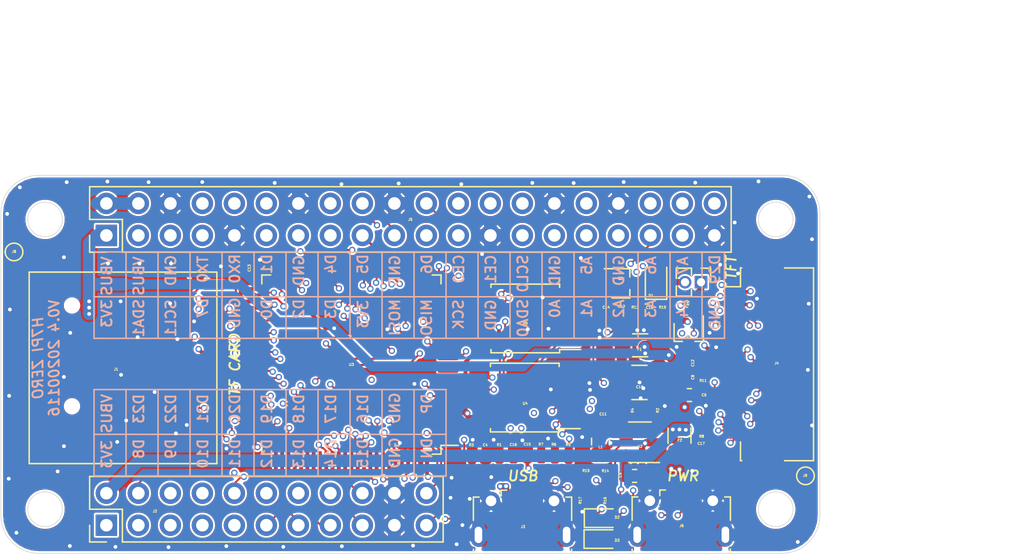
<source format=kicad_pcb>
(kicad_pcb (version 20171130) (host pcbnew "(5.1.4)-1")
  (title_block (title "H7PI Zero") (date 2020-01-16) (rev 0.4) (company PinoDM) (comment 1 fuhua.chen) (comment 2 fuhua.chen))
  (layers (0 F.Cu signal hide) (1 In1.Cu signal hide) (2 In2.Cu signal hide) (31 B.Cu signal hide) (34 B.Paste user hide) (35 F.Paste user) (36 B.SilkS user) (37 F.SilkS user hide) (38 B.Mask user) (39 F.Mask user hide) (44 Edge.Cuts user))
  (net 0 "")
  (net 1 GND)
  (net 2 /VBUS)
  (net 3 "Net-(C4-Pad1)")
  (net 4 "Net-(C9-Pad2)")
  (net 5 "Net-(C9-Pad1)")
  (net 6 "Net-(C10-Pad1)")
  (net 7 /3V3)
  (net 8 "Net-(C13-Pad1)")
  (net 9 "Net-(C14-Pad1)")
  (net 10 /TFT_RST)
  (net 11 "Net-(C18-Pad1)")
  (net 12 "Net-(D2-Pad2)")
  (net 13 "Net-(D2-Pad1)")
  (net 14 "Net-(D3-Pad2)")
  (net 15 /TF_CDN)
  (net 16 /TF_CMD)
  (net 17 /TF_CLK)
  (net 18 /TF_DATA0)
  (net 19 /TF_DATA1)
  (net 20 /TF_DATA3)
  (net 21 /TF_DATA2)
  (net 22 "Net-(J4-Pad3)")
  (net 23 /TFT_CS)
  (net 24 /TFT_RS)
  (net 25 /TFT_WR)
  (net 26 /TFT_RD)
  (net 27 /TFT_DB8)
  (net 28 /TFT_DB9)
  (net 29 /TFT_DB10)
  (net 30 /TFT_DB11)
  (net 31 /TFT_DB12)
  (net 32 /TFT_DB13)
  (net 33 /TFT_DB14)
  (net 34 /TFT_DB15)
  (net 35 "Net-(Q1-Pad3)")
  (net 36 /TFT_BL)
  (net 37 "Net-(Q2-Pad1)")
  (net 38 "Net-(R2-Pad1)")
  (net 39 "Net-(R3-Pad2)")
  (net 40 /QSPI_CS)
  (net 41 /FLASH_CS)
  (net 42 /BUZZER)
  (net 43 /QSPI_IO2)
  (net 44 /FLASH_MISO)
  (net 45 /FLASH_MOSI)
  (net 46 /QSPI_IO3)
  (net 47 /QSPI_SCK)
  (net 48 /FLASH_SCK)
  (net 49 /QSPI_IO0)
  (net 50 /USB_N)
  (net 51 /USB_P)
  (net 52 /QSPI_IO1)
  (net 53 "Net-(F2-Pad2)")
  (net 54 "Net-(D3-Pad1)")
  (net 55 "Net-(R16-Pad2)")
  (net 56 /D8)
  (net 57 /D23)
  (net 58 /D9)
  (net 59 /D22)
  (net 60 /D10)
  (net 61 /D21)
  (net 62 /D11)
  (net 63 /D20)
  (net 64 /D12)
  (net 65 /D19)
  (net 66 /D13)
  (net 67 /D18)
  (net 68 /D14)
  (net 69 /D17)
  (net 70 /D15)
  (net 71 /D16)
  (net 72 /SDA1)
  (net 73 /SCL1)
  (net 74 /D7)
  (net 75 /TX0)
  (net 76 /RX0)
  (net 77 /D0)
  (net 78 /D1)
  (net 79 /D2)
  (net 80 /D3)
  (net 81 /D4)
  (net 82 /D5)
  (net 83 /MOSI)
  (net 84 /MISO)
  (net 85 /D6)
  (net 86 /SCK)
  (net 87 /CE0)
  (net 88 /CE1)
  (net 89 /SDA0)
  (net 90 /SCL0)
  (net 91 /A0)
  (net 92 /A1)
  (net 93 /A5)
  (net 94 /A2)
  (net 95 /A3)
  (net 96 /A6)
  (net 97 /A4)
  (net 98 /A7)
  (net 99 /D29)
  (module PinHeader_2x11_P2.54mm_Vertical (layer F.Cu) (at 138.37 87.77 90)
    (fp_text reference J2 (at 1.116 3.846 180) (layer F.SilkS) (effects (font (size 0.2 0.2) (thickness 0.05))))
    (fp_text value Header_2x11)
    (pad 1 thru_hole rect (at 0 0 90) (size 1.7 1.7) (drill 1) (layers *.Cu *.Mask) (net 7 /3V3))
    (pad 2 thru_hole oval (at 2.54 0 90) (size 1.7 1.7) (drill 1) (layers *.Cu *.Mask) (net 2 /VBUS))
    (pad 3 thru_hole oval (at 0 2.54 90) (size 1.7 1.7) (drill 1) (layers *.Cu *.Mask) (net 56 /D8))
    (pad 4 thru_hole oval (at 2.54 2.54 90) (size 1.7 1.7) (drill 1) (layers *.Cu *.Mask) (net 57 /D23))
    (pad 5 thru_hole oval (at 0 5.08 90) (size 1.7 1.7) (drill 1) (layers *.Cu *.Mask) (net 58 /D9))
    (pad 6 thru_hole oval (at 2.54 5.08 90) (size 1.7 1.7) (drill 1) (layers *.Cu *.Mask) (net 59 /D22))
    (pad 7 thru_hole oval (at 0 7.62 90) (size 1.7 1.7) (drill 1) (layers *.Cu *.Mask) (net 60 /D10))
    (pad 8 thru_hole oval (at 2.54 7.62 90) (size 1.7 1.7) (drill 1) (layers *.Cu *.Mask) (net 61 /D21))
    (pad 9 thru_hole oval (at 0 10.16 90) (size 1.7 1.7) (drill 1) (layers *.Cu *.Mask) (net 62 /D11))
    (pad 10 thru_hole oval (at 2.54 10.16 90) (size 1.7 1.7) (drill 1) (layers *.Cu *.Mask) (net 63 /D20))
    (pad 11 thru_hole oval (at 0 12.7 90) (size 1.7 1.7) (drill 1) (layers *.Cu *.Mask) (net 64 /D12))
    (pad 12 thru_hole oval (at 2.54 12.7 90) (size 1.7 1.7) (drill 1) (layers *.Cu *.Mask) (net 65 /D19))
    (pad 13 thru_hole oval (at 0 15.24 90) (size 1.7 1.7) (drill 1) (layers *.Cu *.Mask) (net 66 /D13))
    (pad 14 thru_hole oval (at 2.54 15.24 90) (size 1.7 1.7) (drill 1) (layers *.Cu *.Mask) (net 67 /D18))
    (pad 15 thru_hole oval (at 0 17.78 90) (size 1.7 1.7) (drill 1) (layers *.Cu *.Mask) (net 68 /D14))
    (pad 16 thru_hole oval (at 2.54 17.78 90) (size 1.7 1.7) (drill 1) (layers *.Cu *.Mask) (net 69 /D17))
    (pad 17 thru_hole oval (at 0 20.32 90) (size 1.7 1.7) (drill 1) (layers *.Cu *.Mask) (net 70 /D15))
    (pad 18 thru_hole oval (at 2.54 20.32 90) (size 1.7 1.7) (drill 1) (layers *.Cu *.Mask) (net 71 /D16))
    (pad 19 thru_hole oval (at 0 22.86 90) (size 1.7 1.7) (drill 1) (layers *.Cu *.Mask) (net 1 GND))
    (pad 20 thru_hole oval (at 2.54 22.86 90) (size 1.7 1.7) (drill 1) (layers *.Cu *.Mask) (net 1 GND))
    (pad 21 thru_hole oval (at 0 25.4 90) (size 1.7 1.7) (drill 1) (layers *.Cu *.Mask) (net 50 /USB_N))
    (pad 22 thru_hole oval (at 2.54 25.4 90) (size 1.7 1.7) (drill 1) (layers *.Cu *.Mask) (net 51 /USB_P))
  )
  (module Connector_MicroSD_TF_XKB_XKTF-015-N_14.75x17.5mm (layer F.Cu) (at 139.64 75.28 270)
    (fp_text reference J1 (at 0.11 0.5 180) (layer F.SilkS) (effects (font (size 0.2 0.2) (thickness 0.05))))
    (fp_text value XKTF-015-N)
    (pad 11 smd rect (at -7.75 3.6 270) (size 1.2 2.2) (layers F.Cu F.Paste F.Mask) (net 1 GND))
    (pad 13 smd rect (at 7.75 3.6 270) (size 1.2 2.2) (layers F.Cu F.Paste F.Mask) (net 1 GND))
    (pad 10 smd rect (at -7.8 -6 270) (size 1.2 1.5) (layers F.Cu F.Paste F.Mask) (net 1 GND))
    (pad 12 smd rect (at 6.85 -6 270) (size 1.6 1.5) (layers F.Cu F.Paste F.Mask) (net 1 GND))
    (pad "" np_thru_hole circle (at -4.95 4 270) (size 1 1) (drill 1) (layers *.Cu *.Mask))
    (pad "" np_thru_hole circle (at 3.05 4 270) (size 1 1) (drill 1) (layers *.Cu *.Mask))
    (pad 9 smd rect (at -6.55 -7.25 270) (size 0.7 1.6) (layers F.Cu F.Paste F.Mask) (net 15 /TF_CDN))
    (pad 3 smd rect (at 0 -7.25 270) (size 0.7 1.6) (layers F.Cu F.Paste F.Mask) (net 16 /TF_CMD))
    (pad 4 smd rect (at -1.1 -7.25 270) (size 0.7 1.6) (layers F.Cu F.Paste F.Mask) (net 7 /3V3))
    (pad 5 smd rect (at -2.2 -7.25 270) (size 0.7 1.6) (layers F.Cu F.Paste F.Mask) (net 17 /TF_CLK))
    (pad 6 smd rect (at -3.3 -7.25 270) (size 0.7 1.6) (layers F.Cu F.Paste F.Mask) (net 1 GND))
    (pad 7 smd rect (at -4.4 -7.25 270) (size 0.7 1.6) (layers F.Cu F.Paste F.Mask) (net 18 /TF_DATA0))
    (pad 8 smd rect (at -5.5 -7.25 270) (size 0.7 1.6) (layers F.Cu F.Paste F.Mask) (net 19 /TF_DATA1))
    (pad 2 smd rect (at 1.1 -7.25 270) (size 0.7 1.6) (layers F.Cu F.Paste F.Mask) (net 20 /TF_DATA3))
    (pad 1 smd rect (at 2.2 -7.25 270) (size 0.7 1.6) (layers F.Cu F.Paste F.Mask) (net 21 /TF_DATA2))
  )
  (module C_0402_1005Metric (layer F.Cu) (at 168.47 82.11 270)
    (fp_text reference C4 (at -0.71 0.03 180) (layer F.SilkS) (effects (font (size 0.2 0.2) (thickness 0.05))))
    (fp_text value 100nF)
    (pad 2 smd roundrect (at 0.485 0 270) (size 0.59 0.64) (layers F.Cu F.Paste F.Mask) (net 1 GND))
    (pad 1 smd roundrect (at -0.485 0 270) (size 0.59 0.64) (layers F.Cu F.Paste F.Mask) (net 3 "Net-(C4-Pad1)"))
  )
  (module C_0603_1608Metric (layer F.Cu) (at 184.65 77.44)
    (fp_text reference C5 (at 1.16 0 180) (layer F.SilkS) (effects (font (size 0.2 0.2) (thickness 0.05))))
    (fp_text value 1uF)
    (pad 1 smd roundrect (at -0.7875 0) (size 0.875 0.95) (layers F.Cu F.Paste F.Mask) (net 2 /VBUS))
    (pad 2 smd roundrect (at 0.7875 0) (size 0.875 0.95) (layers F.Cu F.Paste F.Mask) (net 1 GND))
  )
  (module C_0402_1005Metric (layer F.Cu) (at 184.16 76.05 180)
    (fp_text reference C8 (at -0.76 0.02 90) (layer F.SilkS) (effects (font (size 0.2 0.2) (thickness 0.05))))
    (fp_text value 100nF)
    (pad 1 smd roundrect (at -0.485 0 180) (size 0.59 0.64) (layers F.Cu F.Paste F.Mask) (net 1 GND))
    (pad 2 smd roundrect (at 0.485 0 180) (size 0.59 0.64) (layers F.Cu F.Paste F.Mask) (net 2 /VBUS))
  )
  (module C_0603_1608Metric (layer F.Cu) (at 180.3 83.86)
    (fp_text reference C9 (at -1.15 -0.07 90) (layer F.SilkS) (effects (font (size 0.2 0.2) (thickness 0.05))))
    (fp_text value 1uF)
    (pad 2 smd roundrect (at 0.7875 0) (size 0.875 0.95) (layers F.Cu F.Paste F.Mask) (net 4 "Net-(C9-Pad2)"))
    (pad 1 smd roundrect (at -0.7875 0) (size 0.875 0.95) (layers F.Cu F.Paste F.Mask) (net 5 "Net-(C9-Pad1)"))
  )
  (module C_1210_3225Metric (layer F.Cu) (at 180.68 76.44)
    (fp_text reference C10 (at 0.02 0.36) (layer F.SilkS) (effects (font (size 0.2 0.2) (thickness 0.05))))
    (fp_text value 100uF/10V)
    (pad 2 smd roundrect (at 1.4 0) (size 1.25 2.65) (layers F.Cu F.Paste F.Mask) (roundrect_rratio 0.2) (net 1 GND))
    (pad 1 smd roundrect (at -1.4 0) (size 1.25 2.65) (layers F.Cu F.Paste F.Mask) (roundrect_rratio 0.2) (net 6 "Net-(C10-Pad1)"))
  )
  (module C_0402_1005Metric (layer F.Cu) (at 177.78 78.225 270)
    (fp_text reference C11 (at 0.725 -0.01 180) (layer F.SilkS) (effects (font (size 0.2 0.2) (thickness 0.05))))
    (fp_text value 100nF)
    (pad 1 smd roundrect (at -0.485 0 270) (size 0.59 0.64) (layers F.Cu F.Paste F.Mask) (net 1 GND))
    (pad 2 smd roundrect (at 0.485 0 270) (size 0.59 0.64) (layers F.Cu F.Paste F.Mask) (net 6 "Net-(C10-Pad1)"))
  )
  (module C_0402_1005Metric (layer F.Cu) (at 184.15 74.92 180)
    (fp_text reference C12 (at -0.76 0.02 90) (layer F.SilkS) (effects (font (size 0.2 0.2) (thickness 0.05))))
    (fp_text value 100nF)
    (pad 2 smd roundrect (at 0.485 0 180) (size 0.59 0.64) (layers F.Cu F.Paste F.Mask) (net 7 /3V3))
    (pad 1 smd roundrect (at -0.485 0 180) (size 0.59 0.64) (layers F.Cu F.Paste F.Mask) (net 1 GND))
  )
  (module C_0402_1005Metric (layer F.Cu) (at 148.97 67.39 180)
    (fp_text reference C13 (at -0.74 0.03 90) (layer F.SilkS) (effects (font (size 0.2 0.2) (thickness 0.05))))
    (fp_text value 10uF)
    (pad 2 smd roundrect (at 0.485 0 180) (size 0.59 0.64) (layers F.Cu F.Paste F.Mask) (net 1 GND))
    (pad 1 smd roundrect (at -0.485 0 180) (size 0.59 0.64) (layers F.Cu F.Paste F.Mask) (net 8 "Net-(C13-Pad1)"))
  )
  (module C_0402_1005Metric (layer F.Cu) (at 178.08 71.17 270)
    (fp_text reference C14 (at -0.7 0.04 180) (layer F.SilkS) (effects (font (size 0.2 0.2) (thickness 0.05))))
    (fp_text value 10uF)
    (pad 1 smd roundrect (at -0.485 0 270) (size 0.59 0.64) (layers F.Cu F.Paste F.Mask) (net 9 "Net-(C14-Pad1)"))
    (pad 2 smd roundrect (at 0.485 0 270) (size 0.59 0.64) (layers F.Cu F.Paste F.Mask) (net 1 GND))
  )
  (module C_0402_1005Metric (layer F.Cu) (at 171.79 82.085 270)
    (fp_text reference C15 (at -0.745 0.02 180) (layer F.SilkS) (effects (font (size 0.2 0.2) (thickness 0.05))))
    (fp_text value 100nF)
    (pad 2 smd roundrect (at 0.485 0 270) (size 0.59 0.64) (layers F.Cu F.Paste F.Mask) (net 7 /3V3))
    (pad 1 smd roundrect (at -0.485 0 270) (size 0.59 0.64) (layers F.Cu F.Paste F.Mask) (net 1 GND))
  )
  (module C_0402_1005Metric (layer F.Cu) (at 170.69 82.09 270)
    (fp_text reference C16 (at -0.72 0.02 180) (layer F.SilkS) (effects (font (size 0.2 0.2) (thickness 0.05))))
    (fp_text value 100nF)
    (pad 1 smd roundrect (at -0.485 0 270) (size 0.59 0.64) (layers F.Cu F.Paste F.Mask) (net 1 GND))
    (pad 2 smd roundrect (at 0.485 0 270) (size 0.59 0.64) (layers F.Cu F.Paste F.Mask) (net 7 /3V3))
  )
  (module C_0402_1005Metric (layer F.Cu) (at 185.6 82 90)
    (fp_text reference C17 (at 0.71 -0.02 180) (layer F.SilkS) (effects (font (size 0.2 0.2) (thickness 0.05))))
    (fp_text value 100nF)
    (pad 2 smd roundrect (at 0.485 0 90) (size 0.59 0.64) (layers F.Cu F.Paste F.Mask) (net 10 /TFT_RST))
    (pad 1 smd roundrect (at -0.485 0 90) (size 0.59 0.64) (layers F.Cu F.Paste F.Mask) (net 1 GND))
  )
  (module C_0402_1005Metric (layer F.Cu) (at 181.48 71.21 270)
    (fp_text reference C18 (at -0.71 -0.01 180) (layer F.SilkS) (effects (font (size 0.2 0.2) (thickness 0.05))))
    (fp_text value 100nF)
    (pad 2 smd roundrect (at 0.485 0 270) (size 0.59 0.64) (layers F.Cu F.Paste F.Mask) (net 1 GND))
    (pad 1 smd roundrect (at -0.485 0 270) (size 0.59 0.64) (layers F.Cu F.Paste F.Mask) (net 11 "Net-(C18-Pad1)"))
  )
  (module D_SOD-323 (layer F.Cu) (at 182 68.34 90)
    (fp_text reference D1 (at -1.2 -0.4 180) (layer F.SilkS) (effects (font (size 0.2 0.2) (thickness 0.05))))
    (fp_text value 1N5819WS)
    (pad 1 smd rect (at -1.05 0 90) (size 0.6 0.45) (layers F.Cu F.Paste F.Mask) (net 2 /VBUS))
    (pad 2 smd rect (at 1.05 0 90) (size 0.6 0.45) (layers F.Cu F.Paste F.Mask) (net 11 "Net-(C18-Pad1)"))
  )
  (module Fuse_1206_3216Metric (layer F.Cu) (at 180.74 73.49)
    (fp_text reference F1 (at -0.05 0.33) (layer F.SilkS) (effects (font (size 0.2 0.2) (thickness 0.05))))
    (fp_text value 0458002.DR)
    (pad 2 smd roundrect (at 1.4 0) (size 1.25 1.75) (layers F.Cu F.Paste F.Mask) (roundrect_rratio 0.2) (net 7 /3V3))
    (pad 1 smd roundrect (at -1.4 0) (size 1.25 1.75) (layers F.Cu F.Paste F.Mask) (roundrect_rratio 0.2) (net 6 "Net-(C10-Pad1)"))
  )
  (module Fuse_1206_3216Metric (layer F.Cu) (at 183.86 80.66 270)
    (fp_text reference F2 (at 0.37 -0.02 180) (layer F.SilkS) (effects (font (size 0.2 0.2) (thickness 0.05))))
    (fp_text value 0458002.DR)
    (pad 1 smd roundrect (at -1.4 0 270) (size 1.25 1.75) (layers F.Cu F.Paste F.Mask) (roundrect_rratio 0.2) (net 2 /VBUS))
    (pad 2 smd roundrect (at 1.4 0 270) (size 1.25 1.75) (layers F.Cu F.Paste F.Mask) (roundrect_rratio 0.2) (net 53 "Net-(F2-Pad2)"))
  )
  (module USB_Micro-B_Molex-105017-0001 (layer F.Cu) (at 171.4 87.3)
    (fp_text reference J3 (at 0.03 0.59) (layer F.SilkS) (effects (font (size 0.2 0.2) (thickness 0.05))))
    (fp_text value microUSB)
    (pad 6 smd rect (at -2.9 1.2375) (size 1.2 1.9) (layers F.Cu F.Mask) (net 1 GND))
    (pad 6 smd rect (at 2.9 1.2375) (size 1.2 1.9) (layers F.Cu F.Mask) (net 1 GND))
    (pad 6 thru_hole oval (at 3.5 1.2375) (size 1.2 1.9) (drill oval 0.6 1.3) (layers *.Cu *.Mask) (net 1 GND))
    (pad 6 thru_hole oval (at -3.5 1.2375 180) (size 1.2 1.9) (drill oval 0.6 1.3) (layers *.Cu *.Mask) (net 1 GND))
    (pad 6 smd rect (at -1 1.2375) (size 1.5 1.9) (layers F.Cu F.Paste F.Mask) (net 1 GND))
    (pad 6 thru_hole circle (at 2.5 -1.4625) (size 1.45 1.45) (drill 0.85) (layers *.Cu *.Mask) (net 1 GND))
    (pad 3 smd rect (at 0 -1.4625) (size 0.4 1.35) (layers F.Cu F.Paste F.Mask) (net 51 /USB_P))
    (pad 4 smd rect (at 0.65 -1.4625) (size 0.4 1.35) (layers F.Cu F.Paste F.Mask))
    (pad 5 smd rect (at 1.3 -1.4625) (size 0.4 1.35) (layers F.Cu F.Paste F.Mask) (net 1 GND))
    (pad 1 smd rect (at -1.3 -1.4625) (size 0.4 1.35) (layers F.Cu F.Paste F.Mask) (net 53 "Net-(F2-Pad2)"))
    (pad 2 smd rect (at -0.65 -1.4625) (size 0.4 1.35) (layers F.Cu F.Paste F.Mask) (net 50 /USB_N))
    (pad 6 thru_hole circle (at -2.5 -1.4625) (size 1.45 1.45) (drill 0.85) (layers *.Cu *.Mask) (net 1 GND))
    (pad 6 smd rect (at 1 1.2375) (size 1.5 1.9) (layers F.Cu F.Paste F.Mask) (net 1 GND))
  )
  (module PinHeader_2x20_P2.54mm_Vertical (layer F.Cu) (at 138.37 64.77 90)
    (fp_text reference J5 (at 1.27 24.12 180) (layer F.SilkS) (effects (font (size 0.2 0.2) (thickness 0.05))))
    (fp_text value Header_2x20)
    (pad 1 thru_hole rect (at 0 0 90) (size 1.7 1.7) (drill 1) (layers *.Cu *.Mask) (net 7 /3V3))
    (pad 2 thru_hole oval (at 2.54 0 90) (size 1.7 1.7) (drill 1) (layers *.Cu *.Mask) (net 2 /VBUS))
    (pad 3 thru_hole oval (at 0 2.54 90) (size 1.7 1.7) (drill 1) (layers *.Cu *.Mask) (net 72 /SDA1))
    (pad 4 thru_hole oval (at 2.54 2.54 90) (size 1.7 1.7) (drill 1) (layers *.Cu *.Mask) (net 2 /VBUS))
    (pad 5 thru_hole oval (at 0 5.08 90) (size 1.7 1.7) (drill 1) (layers *.Cu *.Mask) (net 73 /SCL1))
    (pad 6 thru_hole oval (at 2.54 5.08 90) (size 1.7 1.7) (drill 1) (layers *.Cu *.Mask) (net 1 GND))
    (pad 7 thru_hole oval (at 0 7.62 90) (size 1.7 1.7) (drill 1) (layers *.Cu *.Mask) (net 74 /D7))
    (pad 8 thru_hole oval (at 2.54 7.62 90) (size 1.7 1.7) (drill 1) (layers *.Cu *.Mask) (net 75 /TX0))
    (pad 9 thru_hole oval (at 0 10.16 90) (size 1.7 1.7) (drill 1) (layers *.Cu *.Mask) (net 1 GND))
    (pad 10 thru_hole oval (at 2.54 10.16 90) (size 1.7 1.7) (drill 1) (layers *.Cu *.Mask) (net 76 /RX0))
    (pad 11 thru_hole oval (at 0 12.7 90) (size 1.7 1.7) (drill 1) (layers *.Cu *.Mask) (net 77 /D0))
    (pad 12 thru_hole oval (at 2.54 12.7 90) (size 1.7 1.7) (drill 1) (layers *.Cu *.Mask) (net 78 /D1))
    (pad 13 thru_hole oval (at 0 15.24 90) (size 1.7 1.7) (drill 1) (layers *.Cu *.Mask) (net 79 /D2))
    (pad 14 thru_hole oval (at 2.54 15.24 90) (size 1.7 1.7) (drill 1) (layers *.Cu *.Mask) (net 1 GND))
    (pad 15 thru_hole oval (at 0 17.78 90) (size 1.7 1.7) (drill 1) (layers *.Cu *.Mask) (net 80 /D3))
    (pad 16 thru_hole oval (at 2.54 17.78 90) (size 1.7 1.7) (drill 1) (layers *.Cu *.Mask) (net 81 /D4))
    (pad 17 thru_hole oval (at 0 20.32 90) (size 1.7 1.7) (drill 1) (layers *.Cu *.Mask) (net 7 /3V3))
    (pad 18 thru_hole oval (at 2.54 20.32 90) (size 1.7 1.7) (drill 1) (layers *.Cu *.Mask) (net 82 /D5))
    (pad 19 thru_hole oval (at 0 22.86 90) (size 1.7 1.7) (drill 1) (layers *.Cu *.Mask) (net 83 /MOSI))
    (pad 20 thru_hole oval (at 2.54 22.86 90) (size 1.7 1.7) (drill 1) (layers *.Cu *.Mask) (net 1 GND))
    (pad 21 thru_hole oval (at 0 25.4 90) (size 1.7 1.7) (drill 1) (layers *.Cu *.Mask) (net 84 /MISO))
    (pad 22 thru_hole oval (at 2.54 25.4 90) (size 1.7 1.7) (drill 1) (layers *.Cu *.Mask) (net 85 /D6))
    (pad 23 thru_hole oval (at 0 27.94 90) (size 1.7 1.7) (drill 1) (layers *.Cu *.Mask) (net 86 /SCK))
    (pad 24 thru_hole oval (at 2.54 27.94 90) (size 1.7 1.7) (drill 1) (layers *.Cu *.Mask) (net 87 /CE0))
    (pad 25 thru_hole oval (at 0 30.48 90) (size 1.7 1.7) (drill 1) (layers *.Cu *.Mask) (net 1 GND))
    (pad 26 thru_hole oval (at 2.54 30.48 90) (size 1.7 1.7) (drill 1) (layers *.Cu *.Mask) (net 88 /CE1))
    (pad 27 thru_hole oval (at 0 33.02 90) (size 1.7 1.7) (drill 1) (layers *.Cu *.Mask) (net 89 /SDA0))
    (pad 28 thru_hole oval (at 2.54 33.02 90) (size 1.7 1.7) (drill 1) (layers *.Cu *.Mask) (net 90 /SCL0))
    (pad 29 thru_hole oval (at 0 35.56 90) (size 1.7 1.7) (drill 1) (layers *.Cu *.Mask) (net 91 /A0))
    (pad 30 thru_hole oval (at 2.54 35.56 90) (size 1.7 1.7) (drill 1) (layers *.Cu *.Mask) (net 1 GND))
    (pad 31 thru_hole oval (at 0 38.1 90) (size 1.7 1.7) (drill 1) (layers *.Cu *.Mask) (net 92 /A1))
    (pad 32 thru_hole oval (at 2.54 38.1 90) (size 1.7 1.7) (drill 1) (layers *.Cu *.Mask) (net 93 /A5))
    (pad 33 thru_hole oval (at 0 40.64 90) (size 1.7 1.7) (drill 1) (layers *.Cu *.Mask) (net 94 /A2))
    (pad 34 thru_hole oval (at 2.54 40.64 90) (size 1.7 1.7) (drill 1) (layers *.Cu *.Mask) (net 1 GND))
    (pad 35 thru_hole oval (at 0 43.18 90) (size 1.7 1.7) (drill 1) (layers *.Cu *.Mask) (net 95 /A3))
    (pad 36 thru_hole oval (at 2.54 43.18 90) (size 1.7 1.7) (drill 1) (layers *.Cu *.Mask) (net 96 /A6))
    (pad 37 thru_hole oval (at 0 45.72 90) (size 1.7 1.7) (drill 1) (layers *.Cu *.Mask) (net 97 /A4))
    (pad 38 thru_hole oval (at 2.54 45.72 90) (size 1.7 1.7) (drill 1) (layers *.Cu *.Mask) (net 98 /A7))
    (pad 39 thru_hole oval (at 0 48.26 90) (size 1.7 1.7) (drill 1) (layers *.Cu *.Mask) (net 1 GND))
    (pad 40 thru_hole oval (at 2.54 48.26 90) (size 1.7 1.7) (drill 1) (layers *.Cu *.Mask) (net 99 /D29))
  )
  (module USB_Micro-B_Molex-105017-0001 (layer F.Cu) (at 184 87.29)
    (fp_text reference J6 (at 0.03 0.52) (layer F.SilkS) (effects (font (size 0.2 0.2) (thickness 0.05))))
    (fp_text value microUSB)
    (pad 6 smd rect (at 1 1.2375) (size 1.5 1.9) (layers F.Cu F.Paste F.Mask) (net 1 GND))
    (pad 6 thru_hole circle (at -2.5 -1.4625) (size 1.45 1.45) (drill 0.85) (layers *.Cu *.Mask) (net 1 GND))
    (pad 2 smd rect (at -0.65 -1.4625) (size 0.4 1.35) (layers F.Cu F.Paste F.Mask) (net 50 /USB_N))
    (pad 1 smd rect (at -1.3 -1.4625) (size 0.4 1.35) (layers F.Cu F.Paste F.Mask) (net 53 "Net-(F2-Pad2)"))
    (pad 5 smd rect (at 1.3 -1.4625) (size 0.4 1.35) (layers F.Cu F.Paste F.Mask) (net 1 GND))
    (pad 4 smd rect (at 0.65 -1.4625) (size 0.4 1.35) (layers F.Cu F.Paste F.Mask))
    (pad 3 smd rect (at 0 -1.4625) (size 0.4 1.35) (layers F.Cu F.Paste F.Mask) (net 51 /USB_P))
    (pad 6 thru_hole circle (at 2.5 -1.4625) (size 1.45 1.45) (drill 0.85) (layers *.Cu *.Mask) (net 1 GND))
    (pad 6 smd rect (at -1 1.2375) (size 1.5 1.9) (layers F.Cu F.Paste F.Mask) (net 1 GND))
    (pad 6 thru_hole oval (at -3.5 1.2375 180) (size 1.2 1.9) (drill oval 0.6 1.3) (layers *.Cu *.Mask) (net 1 GND))
    (pad 6 thru_hole oval (at 3.5 1.2375) (size 1.2 1.9) (drill oval 0.6 1.3) (layers *.Cu *.Mask) (net 1 GND))
    (pad 6 smd rect (at 2.9 1.2375) (size 1.2 1.9) (layers F.Cu F.Mask) (net 1 GND))
    (pad 6 smd rect (at -2.9 1.2375) (size 1.2 1.9) (layers F.Cu F.Mask) (net 1 GND))
  )
  (module SOT-323_SC-70 (layer F.Cu) (at 184.59 72.45 270)
    (fp_text reference Q1 (at 0.33 0 180) (layer F.SilkS) (effects (font (size 0.2 0.2) (thickness 0.05))))
    (fp_text value CJ2101)
    (pad 3 smd rect (at 1 0 180) (size 0.45 0.7) (layers F.Cu F.Paste F.Mask) (net 35 "Net-(Q1-Pad3)"))
    (pad 2 smd rect (at -1 0.65 180) (size 0.45 0.7) (layers F.Cu F.Paste F.Mask) (net 7 /3V3))
    (pad 1 smd rect (at -1 -0.65 180) (size 0.45 0.7) (layers F.Cu F.Paste F.Mask) (net 36 /TFT_BL))
  )
  (module SOT-323_SC-70 (layer F.Cu) (at 179.19 68.57)
    (fp_text reference Q2 (at -0.02 -0.39) (layer F.SilkS) (effects (font (size 0.2 0.2) (thickness 0.05))))
    (fp_text value CJ2102)
    (pad 1 smd rect (at -1 -0.65 270) (size 0.45 0.7) (layers F.Cu F.Paste F.Mask) (net 37 "Net-(Q2-Pad1)"))
    (pad 2 smd rect (at -1 0.65 270) (size 0.45 0.7) (layers F.Cu F.Paste F.Mask) (net 1 GND))
    (pad 3 smd rect (at 1 0 270) (size 0.45 0.7) (layers F.Cu F.Paste F.Mask) (net 11 "Net-(C18-Pad1)"))
  )
  (module R_0402_1005Metric (layer F.Cu) (at 169.57 82.11 90)
    (fp_text reference R1 (at 0.72 -0.02 180) (layer F.SilkS) (effects (font (size 0.2 0.2) (thickness 0.05))))
    (fp_text value 10k)
    (pad 1 smd roundrect (at -0.485 0 90) (size 0.59 0.64) (layers F.Cu F.Paste F.Mask) (net 7 /3V3))
    (pad 2 smd roundrect (at 0.485 0 90) (size 0.59 0.64) (layers F.Cu F.Paste F.Mask) (net 3 "Net-(C4-Pad1)"))
  )
  (module R_0402_1005Metric (layer F.Cu) (at 181.39 78.66)
    (fp_text reference R2 (at 0.74 0 90) (layer F.SilkS) (effects (font (size 0.2 0.2) (thickness 0.05))))
    (fp_text value 33k)
    (pad 1 smd roundrect (at -0.485 0) (size 0.59 0.64) (layers F.Cu F.Paste F.Mask) (net 38 "Net-(R2-Pad1)"))
    (pad 2 smd roundrect (at 0.485 0) (size 0.59 0.64) (layers F.Cu F.Paste F.Mask) (net 1 GND))
  )
  (module R_0402_1005Metric (layer F.Cu) (at 167.39 82.14 270)
    (fp_text reference R3 (at -0.74 0.05 180) (layer F.SilkS) (effects (font (size 0.2 0.2) (thickness 0.05))))
    (fp_text value 10k)
    (pad 1 smd roundrect (at -0.485 0 270) (size 0.59 0.64) (layers F.Cu F.Paste F.Mask) (net 1 GND))
    (pad 2 smd roundrect (at 0.485 0 270) (size 0.59 0.64) (layers F.Cu F.Paste F.Mask) (net 39 "Net-(R3-Pad2)"))
  )
  (module R_0402_1005Metric (layer F.Cu) (at 179.37 78.66 180)
    (fp_text reference R4 (at -0.76 0 90) (layer F.SilkS) (effects (font (size 0.2 0.2) (thickness 0.05))))
    (fp_text value 100k)
    (pad 1 smd roundrect (at -0.485 0 180) (size 0.59 0.64) (layers F.Cu F.Paste F.Mask) (net 38 "Net-(R2-Pad1)"))
    (pad 2 smd roundrect (at 0.485 0 180) (size 0.59 0.64) (layers F.Cu F.Paste F.Mask) (net 6 "Net-(C10-Pad1)"))
  )
  (module R_0402_1005Metric (layer F.Cu) (at 175.07 82.12 270)
    (fp_text reference R5 (at -0.74 0.05 180) (layer F.SilkS) (effects (font (size 0.2 0.2) (thickness 0.05))))
    (fp_text value 10k)
    (pad 2 smd roundrect (at 0.485 0 270) (size 0.59 0.64) (layers F.Cu F.Paste F.Mask) (net 7 /3V3))
    (pad 1 smd roundrect (at -0.485 0 270) (size 0.59 0.64) (layers F.Cu F.Paste F.Mask) (net 15 /TF_CDN))
  )
  (module R_0402_1005Metric (layer F.Cu) (at 173.97 82.1 90)
    (fp_text reference R6 (at 0.74 -0.08 180) (layer F.SilkS) (effects (font (size 0.2 0.2) (thickness 0.05))))
    (fp_text value 10k)
    (pad 1 smd roundrect (at -0.485 0 90) (size 0.59 0.64) (layers F.Cu F.Paste F.Mask) (net 7 /3V3))
    (pad 2 smd roundrect (at 0.485 0 90) (size 0.59 0.64) (layers F.Cu F.Paste F.Mask) (net 40 /QSPI_CS))
  )
  (module R_0402_1005Metric (layer F.Cu) (at 172.89 82.08 90)
    (fp_text reference R7 (at 0.73 -0.03 180) (layer F.SilkS) (effects (font (size 0.2 0.2) (thickness 0.05))))
    (fp_text value 10k)
    (pad 2 smd roundrect (at 0.485 0 90) (size 0.59 0.64) (layers F.Cu F.Paste F.Mask) (net 41 /FLASH_CS))
    (pad 1 smd roundrect (at -0.485 0 90) (size 0.59 0.64) (layers F.Cu F.Paste F.Mask) (net 7 /3V3))
  )
  (module R_0402_1005Metric (layer F.Cu) (at 185.62 79.99 270)
    (fp_text reference R8 (at 0.73 0.01 180) (layer F.SilkS) (effects (font (size 0.2 0.2) (thickness 0.05))))
    (fp_text value 10k)
    (pad 1 smd roundrect (at -0.485 0 270) (size 0.59 0.64) (layers F.Cu F.Paste F.Mask) (net 7 /3V3))
    (pad 2 smd roundrect (at 0.485 0 270) (size 0.59 0.64) (layers F.Cu F.Paste F.Mask) (net 10 /TFT_RST))
  )
  (module R_0402_1005Metric (layer F.Cu) (at 185.3 70.15)
    (fp_text reference R9 (at -0.76 0 90) (layer F.SilkS) (effects (font (size 0.2 0.2) (thickness 0.05))))
    (fp_text value 10k)
    (pad 1 smd roundrect (at -0.485 0) (size 0.59 0.64) (layers F.Cu F.Paste F.Mask) (net 7 /3V3))
    (pad 2 smd roundrect (at 0.485 0) (size 0.59 0.64) (layers F.Cu F.Paste F.Mask) (net 23 /TFT_CS))
  )
  (module R_0402_1005Metric (layer F.Cu) (at 182.56 71.24 90)
    (fp_text reference R10 (at 0.77 -0.05 180) (layer F.SilkS) (effects (font (size 0.2 0.2) (thickness 0.05))))
    (fp_text value 10k)
    (pad 2 smd roundrect (at 0.485 0 90) (size 0.59 0.64) (layers F.Cu F.Paste F.Mask) (net 36 /TFT_BL))
    (pad 1 smd roundrect (at -0.485 0 90) (size 0.59 0.64) (layers F.Cu F.Paste F.Mask) (net 7 /3V3))
  )
  (module R_0402_1005Metric (layer F.Cu) (at 185.72 75.55 270)
    (fp_text reference R11 (at 0.74 -0.01 180) (layer F.SilkS) (effects (font (size 0.2 0.2) (thickness 0.05))))
    (fp_text value 4.7)
    (pad 2 smd roundrect (at 0.485 0 270) (size 0.59 0.64) (layers F.Cu F.Paste F.Mask) (net 22 "Net-(J4-Pad3)"))
    (pad 1 smd roundrect (at -0.485 0 270) (size 0.59 0.64) (layers F.Cu F.Paste F.Mask) (net 35 "Net-(Q1-Pad3)"))
  )
  (module R_0402_1005Metric (layer F.Cu) (at 179.23 71.18 90)
    (fp_text reference R12 (at 0.77 0.02 180) (layer F.SilkS) (effects (font (size 0.2 0.2) (thickness 0.05))))
    (fp_text value 1k)
    (pad 2 smd roundrect (at 0.485 0 90) (size 0.59 0.64) (layers F.Cu F.Paste F.Mask) (net 37 "Net-(Q2-Pad1)"))
    (pad 1 smd roundrect (at -0.485 0 90) (size 0.59 0.64) (layers F.Cu F.Paste F.Mask) (net 42 /BUZZER))
  )
  (module R_0402_1005Metric (layer F.Cu) (at 180.37 71.2 270)
    (fp_text reference R13 (at -0.73 0.04 180) (layer F.SilkS) (effects (font (size 0.2 0.2) (thickness 0.05))))
    (fp_text value 10k)
    (pad 2 smd roundrect (at 0.485 0 270) (size 0.59 0.64) (layers F.Cu F.Paste F.Mask) (net 1 GND))
    (pad 1 smd roundrect (at -0.485 0 270) (size 0.59 0.64) (layers F.Cu F.Paste F.Mask) (net 37 "Net-(Q2-Pad1)"))
  )
  (module SOT-23-6 (layer F.Cu) (at 180.72 81.19 180)
    (fp_text reference U2 (at 0 -0.33) (layer F.SilkS) (effects (font (size 0.2 0.2) (thickness 0.05))))
    (fp_text value MT1470)
    (pad 5 smd rect (at 1.1 0 180) (size 1.06 0.65) (layers F.Cu F.Paste F.Mask) (net 55 "Net-(R16-Pad2)"))
    (pad 6 smd rect (at 1.1 -0.95 180) (size 1.06 0.65) (layers F.Cu F.Paste F.Mask) (net 5 "Net-(C9-Pad1)"))
    (pad 4 smd rect (at 1.1 0.95 180) (size 1.06 0.65) (layers F.Cu F.Paste F.Mask) (net 38 "Net-(R2-Pad1)"))
    (pad 3 smd rect (at -1.1 0.95 180) (size 1.06 0.65) (layers F.Cu F.Paste F.Mask) (net 2 /VBUS))
    (pad 2 smd rect (at -1.1 0 180) (size 1.06 0.65) (layers F.Cu F.Paste F.Mask) (net 4 "Net-(C9-Pad2)"))
    (pad 1 smd rect (at -1.1 -0.95 180) (size 1.06 0.65) (layers F.Cu F.Paste F.Mask) (net 1 GND))
  )
  (module LQFP-100_14x14mm_P0.5mm (layer F.Cu) (at 157.82 75.02 180)
    (fp_text reference U3 (at 0 0) (layer F.SilkS) (effects (font (size 0.2 0.2) (thickness 0.05))))
    (fp_text value STM32H750VBT6)
    (pad 1 smd roundrect (at -7.675 -6 180) (size 1.6 0.3) (layers F.Cu F.Paste F.Mask) (net 43 /QSPI_IO2))
    (pad 2 smd roundrect (at -7.675 -5.5 180) (size 1.6 0.3) (layers F.Cu F.Paste F.Mask) (net 77 /D0))
    (pad 3 smd roundrect (at -7.675 -5 180) (size 1.6 0.3) (layers F.Cu F.Paste F.Mask) (net 78 /D1))
    (pad 4 smd roundrect (at -7.675 -4.5 180) (size 1.6 0.3) (layers F.Cu F.Paste F.Mask) (net 79 /D2))
    (pad 5 smd roundrect (at -7.675 -4 180) (size 1.6 0.3) (layers F.Cu F.Paste F.Mask) (net 80 /D3))
    (pad 6 smd roundrect (at -7.675 -3.5 180) (size 1.6 0.3) (layers F.Cu F.Paste F.Mask) (net 7 /3V3))
    (pad 7 smd roundrect (at -7.675 -3 180) (size 1.6 0.3) (layers F.Cu F.Paste F.Mask) (net 81 /D4))
    (pad 8 smd roundrect (at -7.675 -2.5 180) (size 1.6 0.3) (layers F.Cu F.Paste F.Mask) (net 12 "Net-(D2-Pad2)"))
    (pad 9 smd roundrect (at -7.675 -2 180) (size 1.6 0.3) (layers F.Cu F.Paste F.Mask) (net 14 "Net-(D3-Pad2)"))
    (pad 10 smd roundrect (at -7.675 -1.5 180) (size 1.6 0.3) (layers F.Cu F.Paste F.Mask) (net 1 GND))
    (pad 11 smd roundrect (at -7.675 -1 180) (size 1.6 0.3) (layers F.Cu F.Paste F.Mask) (net 7 /3V3))
    (pad 12 smd roundrect (at -7.675 -0.5 180) (size 1.6 0.3) (layers F.Cu F.Paste F.Mask))
    (pad 13 smd roundrect (at -7.675 0 180) (size 1.6 0.3) (layers F.Cu F.Paste F.Mask))
    (pad 14 smd roundrect (at -7.675 0.5 180) (size 1.6 0.3) (layers F.Cu F.Paste F.Mask) (net 3 "Net-(C4-Pad1)"))
    (pad 15 smd roundrect (at -7.675 1 180) (size 1.6 0.3) (layers F.Cu F.Paste F.Mask) (net 82 /D5))
    (pad 16 smd roundrect (at -7.675 1.5 180) (size 1.6 0.3) (layers F.Cu F.Paste F.Mask) (net 17 /TF_CLK))
    (pad 17 smd roundrect (at -7.675 2 180) (size 1.6 0.3) (layers F.Cu F.Paste F.Mask) (net 44 /FLASH_MISO))
    (pad 18 smd roundrect (at -7.675 2.5 180) (size 1.6 0.3) (layers F.Cu F.Paste F.Mask) (net 45 /FLASH_MOSI))
    (pad 19 smd roundrect (at -7.675 3 180) (size 1.6 0.3) (layers F.Cu F.Paste F.Mask) (net 1 GND))
    (pad 20 smd roundrect (at -7.675 3.5 180) (size 1.6 0.3) (layers F.Cu F.Paste F.Mask) (net 7 /3V3))
    (pad 21 smd roundrect (at -7.675 4 180) (size 1.6 0.3) (layers F.Cu F.Paste F.Mask) (net 7 /3V3))
    (pad 22 smd roundrect (at -7.675 4.5 180) (size 1.6 0.3) (layers F.Cu F.Paste F.Mask) (net 16 /TF_CMD))
    (pad 23 smd roundrect (at -7.675 5 180) (size 1.6 0.3) (layers F.Cu F.Paste F.Mask) (net 46 /QSPI_IO3))
    (pad 24 smd roundrect (at -7.675 5.5 180) (size 1.6 0.3) (layers F.Cu F.Paste F.Mask) (net 85 /D6))
    (pad 25 smd roundrect (at -7.675 6 180) (size 1.6 0.3) (layers F.Cu F.Paste F.Mask) (net 74 /D7))
    (pad 26 smd roundrect (at -6 7.675 180) (size 0.3 1.6) (layers F.Cu F.Paste F.Mask) (net 1 GND))
    (pad 27 smd roundrect (at -5.5 7.675 180) (size 0.3 1.6) (layers F.Cu F.Paste F.Mask) (net 7 /3V3))
    (pad 28 smd roundrect (at -5 7.675 180) (size 0.3 1.6) (layers F.Cu F.Paste F.Mask) (net 91 /A0))
    (pad 29 smd roundrect (at -4.5 7.675 180) (size 0.3 1.6) (layers F.Cu F.Paste F.Mask) (net 92 /A1))
    (pad 30 smd roundrect (at -4 7.675 180) (size 0.3 1.6) (layers F.Cu F.Paste F.Mask) (net 94 /A2))
    (pad 31 smd roundrect (at -3.5 7.675 180) (size 0.3 1.6) (layers F.Cu F.Paste F.Mask) (net 95 /A3))
    (pad 32 smd roundrect (at -3 7.675 180) (size 0.3 1.6) (layers F.Cu F.Paste F.Mask) (net 97 /A4))
    (pad 33 smd roundrect (at -2.5 7.675 180) (size 0.3 1.6) (layers F.Cu F.Paste F.Mask) (net 93 /A5))
    (pad 34 smd roundrect (at -2 7.675 180) (size 0.3 1.6) (layers F.Cu F.Paste F.Mask) (net 96 /A6))
    (pad 35 smd roundrect (at -1.5 7.675 180) (size 0.3 1.6) (layers F.Cu F.Paste F.Mask) (net 98 /A7))
    (pad 36 smd roundrect (at -1 7.675 180) (size 0.3 1.6) (layers F.Cu F.Paste F.Mask) (net 47 /QSPI_SCK))
    (pad 37 smd roundrect (at -0.5 7.675 180) (size 0.3 1.6) (layers F.Cu F.Paste F.Mask) (net 31 /TFT_DB12))
    (pad 38 smd roundrect (at 0 7.675 180) (size 0.3 1.6) (layers F.Cu F.Paste F.Mask) (net 32 /TFT_DB13))
    (pad 39 smd roundrect (at 0.5 7.675 180) (size 0.3 1.6) (layers F.Cu F.Paste F.Mask) (net 33 /TFT_DB14))
    (pad 40 smd roundrect (at 1 7.675 180) (size 0.3 1.6) (layers F.Cu F.Paste F.Mask) (net 34 /TFT_DB15))
    (pad 41 smd roundrect (at 1.5 7.675 180) (size 0.3 1.6) (layers F.Cu F.Paste F.Mask) (net 87 /CE0))
    (pad 42 smd roundrect (at 2 7.675 180) (size 0.3 1.6) (layers F.Cu F.Paste F.Mask) (net 86 /SCK))
    (pad 43 smd roundrect (at 2.5 7.675 180) (size 0.3 1.6) (layers F.Cu F.Paste F.Mask) (net 84 /MISO))
    (pad 44 smd roundrect (at 3 7.675 180) (size 0.3 1.6) (layers F.Cu F.Paste F.Mask) (net 83 /MOSI))
    (pad 45 smd roundrect (at 3.5 7.675 180) (size 0.3 1.6) (layers F.Cu F.Paste F.Mask) (net 88 /CE1))
    (pad 46 smd roundrect (at 4 7.675 180) (size 0.3 1.6) (layers F.Cu F.Paste F.Mask) (net 73 /SCL1))
    (pad 47 smd roundrect (at 4.5 7.675 180) (size 0.3 1.6) (layers F.Cu F.Paste F.Mask) (net 72 /SDA1))
    (pad 48 smd roundrect (at 5 7.675 180) (size 0.3 1.6) (layers F.Cu F.Paste F.Mask) (net 8 "Net-(C13-Pad1)"))
    (pad 49 smd roundrect (at 5.5 7.675 180) (size 0.3 1.6) (layers F.Cu F.Paste F.Mask) (net 1 GND))
    (pad 50 smd roundrect (at 6 7.675 180) (size 0.3 1.6) (layers F.Cu F.Paste F.Mask) (net 7 /3V3))
    (pad 51 smd roundrect (at 7.675 6 180) (size 1.6 0.3) (layers F.Cu F.Paste F.Mask) (net 41 /FLASH_CS))
    (pad 52 smd roundrect (at 7.675 5.5 180) (size 1.6 0.3) (layers F.Cu F.Paste F.Mask) (net 48 /FLASH_SCK))
    (pad 53 smd roundrect (at 7.675 5 180) (size 1.6 0.3) (layers F.Cu F.Paste F.Mask) (net 18 /TF_DATA0))
    (pad 54 smd roundrect (at 7.675 4.5 180) (size 1.6 0.3) (layers F.Cu F.Paste F.Mask) (net 19 /TF_DATA1))
    (pad 55 smd roundrect (at 7.675 4 180) (size 1.6 0.3) (layers F.Cu F.Paste F.Mask) (net 15 /TF_CDN))
    (pad 56 smd roundrect (at 7.675 3.5 180) (size 1.6 0.3) (layers F.Cu F.Paste F.Mask) (net 99 /D29))
    (pad 57 smd roundrect (at 7.675 3 180) (size 1.6 0.3) (layers F.Cu F.Paste F.Mask) (net 56 /D8))
    (pad 58 smd roundrect (at 7.675 2.5 180) (size 1.6 0.3) (layers F.Cu F.Paste F.Mask) (net 24 /TFT_RS))
    (pad 59 smd roundrect (at 7.675 2 180) (size 1.6 0.3) (layers F.Cu F.Paste F.Mask) (net 42 /BUZZER))
    (pad 60 smd roundrect (at 7.675 1.5 180) (size 1.6 0.3) (layers F.Cu F.Paste F.Mask) (net 58 /D9))
    (pad 61 smd roundrect (at 7.675 1 180) (size 1.6 0.3) (layers F.Cu F.Paste F.Mask) (net 27 /TFT_DB8))
    (pad 62 smd roundrect (at 7.675 0.5 180) (size 1.6 0.3) (layers F.Cu F.Paste F.Mask) (net 28 /TFT_DB9))
    (pad 63 smd roundrect (at 7.675 0 180) (size 1.6 0.3) (layers F.Cu F.Paste F.Mask) (net 36 /TFT_BL))
    (pad 64 smd roundrect (at 7.675 -0.5 180) (size 1.6 0.3) (layers F.Cu F.Paste F.Mask) (net 23 /TFT_CS))
    (pad 65 smd roundrect (at 7.675 -1 180) (size 1.6 0.3) (layers F.Cu F.Paste F.Mask) (net 10 /TFT_RST))
    (pad 66 smd roundrect (at 7.675 -1.5 180) (size 1.6 0.3) (layers F.Cu F.Paste F.Mask) (net 49 /QSPI_IO0))
    (pad 67 smd roundrect (at 7.675 -2 180) (size 1.6 0.3) (layers F.Cu F.Paste F.Mask) (net 60 /D10))
    (pad 68 smd roundrect (at 7.675 -2.5 180) (size 1.6 0.3) (layers F.Cu F.Paste F.Mask) (net 75 /TX0))
    (pad 69 smd roundrect (at 7.675 -3 180) (size 1.6 0.3) (layers F.Cu F.Paste F.Mask) (net 76 /RX0))
    (pad 70 smd roundrect (at 7.675 -3.5 180) (size 1.6 0.3) (layers F.Cu F.Paste F.Mask) (net 50 /USB_N))
    (pad 71 smd roundrect (at 7.675 -4 180) (size 1.6 0.3) (layers F.Cu F.Paste F.Mask) (net 51 /USB_P))
    (pad 72 smd roundrect (at 7.675 -4.5 180) (size 1.6 0.3) (layers F.Cu F.Paste F.Mask) (net 62 /D11))
    (pad 73 smd roundrect (at 7.675 -5 180) (size 1.6 0.3) (layers F.Cu F.Paste F.Mask) (net 9 "Net-(C14-Pad1)"))
    (pad 74 smd roundrect (at 7.675 -5.5 180) (size 1.6 0.3) (layers F.Cu F.Paste F.Mask) (net 1 GND))
    (pad 75 smd roundrect (at 7.675 -6 180) (size 1.6 0.3) (layers F.Cu F.Paste F.Mask) (net 7 /3V3))
    (pad 76 smd roundrect (at 6 -7.675 180) (size 0.3 1.6) (layers F.Cu F.Paste F.Mask) (net 64 /D12))
    (pad 77 smd roundrect (at 5.5 -7.675 180) (size 0.3 1.6) (layers F.Cu F.Paste F.Mask) (net 66 /D13))
    (pad 78 smd roundrect (at 5 -7.675 180) (size 0.3 1.6) (layers F.Cu F.Paste F.Mask) (net 52 /QSPI_IO1))
    (pad 79 smd roundrect (at 4.5 -7.675 180) (size 0.3 1.6) (layers F.Cu F.Paste F.Mask) (net 68 /D14))
    (pad 80 smd roundrect (at 4 -7.675 180) (size 0.3 1.6) (layers F.Cu F.Paste F.Mask) (net 70 /D15))
    (pad 81 smd roundrect (at 3.5 -7.675 180) (size 0.3 1.6) (layers F.Cu F.Paste F.Mask) (net 29 /TFT_DB10))
    (pad 82 smd roundrect (at 3 -7.675 180) (size 0.3 1.6) (layers F.Cu F.Paste F.Mask) (net 30 /TFT_DB11))
    (pad 83 smd roundrect (at 2.5 -7.675 180) (size 0.3 1.6) (layers F.Cu F.Paste F.Mask) (net 71 /D16))
    (pad 84 smd roundrect (at 2 -7.675 180) (size 0.3 1.6) (layers F.Cu F.Paste F.Mask) (net 69 /D17))
    (pad 85 smd roundrect (at 1.5 -7.675 180) (size 0.3 1.6) (layers F.Cu F.Paste F.Mask) (net 26 /TFT_RD))
    (pad 86 smd roundrect (at 1 -7.675 180) (size 0.3 1.6) (layers F.Cu F.Paste F.Mask) (net 25 /TFT_WR))
    (pad 87 smd roundrect (at 0.5 -7.675 180) (size 0.3 1.6) (layers F.Cu F.Paste F.Mask) (net 67 /D18))
    (pad 88 smd roundrect (at 0 -7.675 180) (size 0.3 1.6) (layers F.Cu F.Paste F.Mask) (net 65 /D19))
    (pad 89 smd roundrect (at -0.5 -7.675 180) (size 0.3 1.6) (layers F.Cu F.Paste F.Mask) (net 21 /TF_DATA2))
    (pad 90 smd roundrect (at -1 -7.675 180) (size 0.3 1.6) (layers F.Cu F.Paste F.Mask) (net 20 /TF_DATA3))
    (pad 91 smd roundrect (at -1.5 -7.675 180) (size 0.3 1.6) (layers F.Cu F.Paste F.Mask) (net 63 /D20))
    (pad 92 smd roundrect (at -2 -7.675 180) (size 0.3 1.6) (layers F.Cu F.Paste F.Mask) (net 40 /QSPI_CS))
    (pad 93 smd roundrect (at -2.5 -7.675 180) (size 0.3 1.6) (layers F.Cu F.Paste F.Mask) (net 89 /SDA0))
    (pad 94 smd roundrect (at -3 -7.675 180) (size 0.3 1.6) (layers F.Cu F.Paste F.Mask) (net 39 "Net-(R3-Pad2)"))
    (pad 95 smd roundrect (at -3.5 -7.675 180) (size 0.3 1.6) (layers F.Cu F.Paste F.Mask) (net 90 /SCL0))
    (pad 96 smd roundrect (at -4 -7.675 180) (size 0.3 1.6) (layers F.Cu F.Paste F.Mask) (net 61 /D21))
    (pad 97 smd roundrect (at -4.5 -7.675 180) (size 0.3 1.6) (layers F.Cu F.Paste F.Mask) (net 59 /D22))
    (pad 98 smd roundrect (at -5 -7.675 180) (size 0.3 1.6) (layers F.Cu F.Paste F.Mask) (net 57 /D23))
    (pad 99 smd roundrect (at -5.5 -7.675 180) (size 0.3 1.6) (layers F.Cu F.Paste F.Mask) (net 1 GND))
    (pad 100 smd roundrect (at -6 -7.675 180) (size 0.3 1.6) (layers F.Cu F.Paste F.Mask) (net 7 /3V3))
  )
  (module L_0805_2012Metric_Pad1.15x1.40mm_HandSolder (layer F.Cu) (at 177.59 81.13 90)
    (fp_text reference L1 (at -0.44 0.01 180) (layer F.SilkS) (effects (font (size 0.2 0.2) (thickness 0.05))))
    (fp_text value CIGT201610LH2R2MNE)
    (pad 1 smd roundrect (at -1.025 0 90) (size 1.15 1.4) (layers F.Cu F.Paste F.Mask) (roundrect_rratio 0.217391) (net 4 "Net-(C9-Pad2)"))
    (pad 2 smd roundrect (at 1.025 0 90) (size 1.15 1.4) (layers F.Cu F.Paste F.Mask) (roundrect_rratio 0.217391) (net 6 "Net-(C10-Pad1)"))
  )
  (module LED_0603_1608Metric (layer F.Cu) (at 177.79 87.21)
    (fp_text reference D2 (at 1.12 -0.07) (layer F.SilkS) (effects (font (size 0.2 0.2) (thickness 0.05))))
    (fp_text value 19-217_GHC-YR1S2_3T)
    (pad 1 smd roundrect (at -0.7875 0) (size 0.875 0.95) (layers F.Cu F.Paste F.Mask) (net 13 "Net-(D2-Pad1)"))
    (pad 2 smd roundrect (at 0.7875 0) (size 0.875 0.95) (layers F.Cu F.Paste F.Mask) (net 12 "Net-(D2-Pad2)"))
  )
  (module LED_0603_1608Metric (layer F.Cu) (at 177.77 88.87)
    (fp_text reference D3 (at 1.14 0.1) (layer F.SilkS) (effects (font (size 0.2 0.2) (thickness 0.05))))
    (fp_text value 19-217-R6C-AL1M2VY-3T)
    (pad 2 smd roundrect (at 0.7875 0) (size 0.875 0.95) (layers F.Cu F.Paste F.Mask) (net 14 "Net-(D3-Pad2)"))
    (pad 1 smd roundrect (at -0.7875 0) (size 0.875 0.95) (layers F.Cu F.Paste F.Mask) (net 54 "Net-(D3-Pad1)"))
  )
  (module R_0402_1005Metric (layer F.Cu) (at 177.97 84.15 270)
    (fp_text reference R14 (at -0.69 0 180) (layer F.SilkS) (effects (font (size 0.2 0.2) (thickness 0.05))))
    (fp_text value 10k)
    (pad 2 smd roundrect (at 0.485 0 270) (size 0.59 0.64) (layers F.Cu F.Paste F.Mask) (net 13 "Net-(D2-Pad1)"))
    (pad 1 smd roundrect (at -0.485 0 270) (size 0.59 0.64) (layers F.Cu F.Paste F.Mask) (net 1 GND))
  )
  (module R_0402_1005Metric (layer F.Cu) (at 176.5 84.14 270)
    (fp_text reference R15 (at -0.7 0.06 180) (layer F.SilkS) (effects (font (size 0.2 0.2) (thickness 0.05))))
    (fp_text value 10k)
    (pad 2 smd roundrect (at 0.485 0 270) (size 0.59 0.64) (layers F.Cu F.Paste F.Mask) (net 54 "Net-(D3-Pad1)"))
    (pad 1 smd roundrect (at -0.485 0 270) (size 0.59 0.64) (layers F.Cu F.Paste F.Mask) (net 1 GND))
  )
  (module Connector_PinHeader_1.27mm:PinHeader_1x02_P1.27mm_Vertical (layer F.Cu) (at 185.57 68.48 270)
    (fp_text reference J7 (at 1.32 -0.86 180) (layer F.SilkS) (effects (font (size 0.2 0.2) (thickness 0.05))))
    (fp_text value Header_1x2)
    (pad 1 thru_hole rect (at 0 0 270) (size 1 1) (drill 0.65) (layers *.Cu *.Mask) (net 2 /VBUS))
    (pad 2 thru_hole oval (at 0 1.27 270) (size 1 1) (drill 0.65) (layers *.Cu *.Mask) (net 11 "Net-(C18-Pad1)"))
  )
  (module SOIC-8_5.23x5.23mm_P1.27mm (layer F.Cu) (at 171.58 77.64 180)
    (fp_text reference U4 (at -0.03 -0.46) (layer F.SilkS) (effects (font (size 0.2 0.2) (thickness 0.05))))
    (fp_text value W25Q64JVSSIQ)
    (pad 1 smd roundrect (at -3.6 -1.905 180) (size 1.6 0.6) (layers F.Cu F.Paste F.Mask) (net 40 /QSPI_CS))
    (pad 2 smd roundrect (at -3.6 -0.635 180) (size 1.6 0.6) (layers F.Cu F.Paste F.Mask) (net 52 /QSPI_IO1))
    (pad 3 smd roundrect (at -3.6 0.635 180) (size 1.6 0.6) (layers F.Cu F.Paste F.Mask) (net 43 /QSPI_IO2))
    (pad 4 smd roundrect (at -3.6 1.905 180) (size 1.6 0.6) (layers F.Cu F.Paste F.Mask) (net 1 GND))
    (pad 5 smd roundrect (at 3.6 1.905 180) (size 1.6 0.6) (layers F.Cu F.Paste F.Mask) (net 49 /QSPI_IO0))
    (pad 6 smd roundrect (at 3.6 0.635 180) (size 1.6 0.6) (layers F.Cu F.Paste F.Mask) (net 47 /QSPI_SCK))
    (pad 7 smd roundrect (at 3.6 -0.635 180) (size 1.6 0.6) (layers F.Cu F.Paste F.Mask) (net 46 /QSPI_IO3))
    (pad 8 smd roundrect (at 3.6 -1.905 180) (size 1.6 0.6) (layers F.Cu F.Paste F.Mask) (net 7 /3V3))
  )
  (module SOIC-8_5.23x5.23mm_P1.27mm (layer F.Cu) (at 171.62 71.36 180)
    (fp_text reference U5 (at 0 -0.38) (layer F.SilkS) (effects (font (size 0.2 0.2) (thickness 0.05))))
    (fp_text value W25Q64JVSSIQ)
    (pad 8 smd roundrect (at 3.6 -1.905 180) (size 1.6 0.6) (layers F.Cu F.Paste F.Mask) (net 7 /3V3))
    (pad 7 smd roundrect (at 3.6 -0.635 180) (size 1.6 0.6) (layers F.Cu F.Paste F.Mask))
    (pad 6 smd roundrect (at 3.6 0.635 180) (size 1.6 0.6) (layers F.Cu F.Paste F.Mask) (net 48 /FLASH_SCK))
    (pad 5 smd roundrect (at 3.6 1.905 180) (size 1.6 0.6) (layers F.Cu F.Paste F.Mask) (net 45 /FLASH_MOSI))
    (pad 4 smd roundrect (at -3.6 1.905 180) (size 1.6 0.6) (layers F.Cu F.Paste F.Mask) (net 1 GND))
    (pad 3 smd roundrect (at -3.6 0.635 180) (size 1.6 0.6) (layers F.Cu F.Paste F.Mask))
    (pad 2 smd roundrect (at -3.6 -0.635 180) (size 1.6 0.6) (layers F.Cu F.Paste F.Mask) (net 44 /FLASH_MISO))
    (pad 1 smd roundrect (at -3.6 -1.905 180) (size 1.6 0.6) (layers F.Cu F.Paste F.Mask) (net 41 /FLASH_CS))
  )
  (module Connector_FPC_JS_AFC07-S24ECA-00_1x24-1MP_P0.5mm_UpSideContact (layer F.Cu) (at 190 75 90)
    (fp_text reference J4 (at 0.09 1.57 180) (layer F.SilkS) (effects (font (size 0.2 0.2) (thickness 0.05))))
    (fp_text value AFC07-S24ECA-00)
    (pad MP smd rect (at 7.65 0.5 90) (size 1.8 3.2) (layers F.Cu F.Paste F.Mask) (net 1 GND))
    (pad MP smd rect (at -7.65 0.5 90) (size 1.8 3.2) (layers F.Cu F.Paste F.Mask) (net 1 GND))
    (pad 24 smd rect (at -5.75 -1.85 90) (size 0.3 1.3) (layers F.Cu F.Paste F.Mask) (net 34 /TFT_DB15))
    (pad 23 smd rect (at -5.25 -1.85 90) (size 0.3 1.3) (layers F.Cu F.Paste F.Mask) (net 33 /TFT_DB14))
    (pad 22 smd rect (at -4.75 -1.85 90) (size 0.3 1.3) (layers F.Cu F.Paste F.Mask) (net 32 /TFT_DB13))
    (pad 21 smd rect (at -4.25 -1.85 90) (size 0.3 1.3) (layers F.Cu F.Paste F.Mask) (net 31 /TFT_DB12))
    (pad 20 smd rect (at -3.75 -1.85 90) (size 0.3 1.3) (layers F.Cu F.Paste F.Mask) (net 30 /TFT_DB11))
    (pad 19 smd rect (at -3.25 -1.85 90) (size 0.3 1.3) (layers F.Cu F.Paste F.Mask) (net 29 /TFT_DB10))
    (pad 18 smd rect (at -2.75 -1.85 90) (size 0.3 1.3) (layers F.Cu F.Paste F.Mask) (net 28 /TFT_DB9))
    (pad 17 smd rect (at -2.25 -1.85 90) (size 0.3 1.3) (layers F.Cu F.Paste F.Mask) (net 27 /TFT_DB8))
    (pad 16 smd rect (at -1.75 -1.85 90) (size 0.3 1.3) (layers F.Cu F.Paste F.Mask) (net 1 GND))
    (pad 15 smd rect (at -1.25 -1.85 90) (size 0.3 1.3) (layers F.Cu F.Paste F.Mask) (net 1 GND))
    (pad 14 smd rect (at -0.75 -1.85 90) (size 0.3 1.3) (layers F.Cu F.Paste F.Mask) (net 1 GND))
    (pad 13 smd rect (at -0.25 -1.85 90) (size 0.3 1.3) (layers F.Cu F.Paste F.Mask) (net 1 GND))
    (pad 12 smd rect (at 0.25 -1.85 90) (size 0.3 1.3) (layers F.Cu F.Paste F.Mask) (net 1 GND))
    (pad 11 smd rect (at 0.75 -1.85 90) (size 0.3 1.3) (layers F.Cu F.Paste F.Mask) (net 1 GND))
    (pad 10 smd rect (at 1.25 -1.85 90) (size 0.3 1.3) (layers F.Cu F.Paste F.Mask) (net 1 GND))
    (pad 9 smd rect (at 1.75 -1.85 90) (size 0.3 1.3) (layers F.Cu F.Paste F.Mask) (net 1 GND))
    (pad 8 smd rect (at 2.25 -1.85 90) (size 0.3 1.3) (layers F.Cu F.Paste F.Mask) (net 26 /TFT_RD))
    (pad 7 smd rect (at 2.75 -1.85 90) (size 0.3 1.3) (layers F.Cu F.Paste F.Mask) (net 25 /TFT_WR))
    (pad 6 smd rect (at 3.25 -1.85 90) (size 0.3 1.3) (layers F.Cu F.Paste F.Mask) (net 24 /TFT_RS))
    (pad 5 smd rect (at 3.75 -1.85 90) (size 0.3 1.3) (layers F.Cu F.Paste F.Mask) (net 23 /TFT_CS))
    (pad 4 smd rect (at 4.25 -1.85 90) (size 0.3 1.3) (layers F.Cu F.Paste F.Mask) (net 10 /TFT_RST))
    (pad 3 smd rect (at 4.75 -1.85 90) (size 0.3 1.3) (layers F.Cu F.Paste F.Mask) (net 22 "Net-(J4-Pad3)"))
    (pad 2 smd rect (at 5.25 -1.85 90) (size 0.3 1.3) (layers F.Cu F.Paste F.Mask) (net 1 GND))
    (pad 1 smd rect (at 5.75 -1.85 90) (size 0.3 1.3) (layers F.Cu F.Paste F.Mask) (net 7 /3V3))
  )
  (module TestPoint:TestPoint_Pad_D1.0mm (layer F.Cu) (at 131.04 66.08)
    (fp_text reference J8 (at 0 -0.028) (layer F.SilkS) (effects (font (size 0.2 0.2) (thickness 0.05))))
    (fp_text value Header_1x1)
    (pad 1 smd circle (at 0 0) (size 1 1) (layers F.Cu F.Mask) (net 1 GND))
  )
  (module TestPoint:TestPoint_Pad_D1.0mm (layer F.Cu) (at 193.86 83.85)
    (fp_text reference J9 (at -0.03 -0.018) (layer F.SilkS) (effects (font (size 0.2 0.2) (thickness 0.05))))
    (fp_text value Header_1x1)
    (pad 1 smd circle (at 0 0) (size 1 1) (layers F.Cu F.Mask) (net 1 GND))
  )
  (module R_0402_1005Metric (layer F.Cu) (at 178.67 85.83 180)
    (fp_text reference R16 (at 0.72 0.02 90) (layer F.SilkS) (effects (font (size 0.2 0.2) (thickness 0.05))))
    (fp_text value 100k)
    (pad 1 smd roundrect (at -0.485 0 180) (size 0.59 0.64) (layers F.Cu F.Paste F.Mask) (net 2 /VBUS))
    (pad 2 smd roundrect (at 0.485 0 180) (size 0.59 0.64) (layers F.Cu F.Paste F.Mask) (net 55 "Net-(R16-Pad2)"))
  )
  (module R_0402_1005Metric (layer F.Cu) (at 176.71 85.83 180)
    (fp_text reference R17 (at 0.73 0.03 90) (layer F.SilkS) (effects (font (size 0.2 0.2) (thickness 0.05))))
    (fp_text value 33k)
    (pad 2 smd roundrect (at 0.485 0 180) (size 0.59 0.64) (layers F.Cu F.Paste F.Mask) (net 1 GND))
    (pad 1 smd roundrect (at -0.485 0 180) (size 0.59 0.64) (layers F.Cu F.Paste F.Mask) (net 55 "Net-(R16-Pad2)"))
  )
  (gr_line (start 155.17 77.002) (end 155.17 83.86) (layer B.SilkS) (width 0.12))
  (gr_line (start 165.33 77.002) (end 165.33 83.86) (layer B.SilkS) (width 0.12))
  (gr_line (start 137.39 80.558) (end 165.33 80.558) (layer B.SilkS) (width 0.12))
  (gr_line (start 137.39 83.86) (end 137.644 83.86) (layer B.SilkS) (width 0.12))
  (gr_line (start 137.39 77.002) (end 137.39 83.86) (layer B.SilkS) (width 0.12))
  (gr_line (start 162.79 77.002) (end 162.79 83.86) (layer B.SilkS) (width 0.12))
  (gr_line (start 165.33 77.002) (end 137.39 77.002) (layer B.SilkS) (width 0.12))
  (gr_line (start 137.644 83.86) (end 165.33 83.86) (layer B.SilkS) (width 0.12))
  (gr_line (start 152.63 77.002) (end 152.63 83.86) (layer B.SilkS) (width 0.12))
  (gr_line (start 160.25 77.002) (end 160.25 83.86) (layer B.SilkS) (width 0.12))
  (gr_line (start 139.93 77.002) (end 139.93 83.86) (layer B.SilkS) (width 0.12))
  (gr_line (start 147.55 77.002) (end 147.55 83.86) (layer B.SilkS) (width 0.12))
  (gr_line (start 150.09 77.002) (end 150.09 83.86) (layer B.SilkS) (width 0.12))
  (gr_line (start 145.01 77.002) (end 145.01 83.86) (layer B.SilkS) (width 0.12))
  (gr_line (start 157.71 77.002) (end 157.71 83.86) (layer B.SilkS) (width 0.12))
  (gr_line (start 142.47 77.002) (end 142.47 83.86) (layer B.SilkS) (width 0.12))
  (gr_line (start 185.65 66.08) (end 185.65 72.938) (layer B.SilkS) (width 0.12))
  (gr_line (start 183.11 66.08) (end 183.11 72.938) (layer B.SilkS) (width 0.12))
  (gr_line (start 180.57 66.08) (end 180.57 72.938) (layer B.SilkS) (width 0.12))
  (gr_line (start 178.03 66.08) (end 178.03 72.938) (layer B.SilkS) (width 0.12))
  (gr_line (start 175.49 66.08) (end 175.49 72.938) (layer B.SilkS) (width 0.12))
  (gr_line (start 172.95 66.08) (end 172.95 72.938) (layer B.SilkS) (width 0.12))
  (gr_line (start 170.41 66.08) (end 170.41 72.938) (layer B.SilkS) (width 0.12))
  (gr_line (start 167.87 66.08) (end 167.87 72.938) (layer B.SilkS) (width 0.12))
  (gr_line (start 165.33 66.08) (end 165.33 72.938) (layer B.SilkS) (width 0.12))
  (gr_line (start 162.79 66.08) (end 162.79 72.938) (layer B.SilkS) (width 0.12))
  (gr_line (start 160.25 66.08) (end 160.25 72.938) (layer B.SilkS) (width 0.12))
  (gr_line (start 157.71 66.08) (end 157.71 72.938) (layer B.SilkS) (width 0.12))
  (gr_line (start 155.17 66.08) (end 155.17 72.938) (layer B.SilkS) (width 0.12))
  (gr_line (start 152.63 66.08) (end 152.63 72.938) (layer B.SilkS) (width 0.12))
  (gr_line (start 150.09 66.08) (end 150.09 72.938) (layer B.SilkS) (width 0.12))
  (gr_line (start 147.55 66.08) (end 147.55 72.938) (layer B.SilkS) (width 0.12))
  (gr_line (start 145.01 66.08) (end 145.01 72.938) (layer B.SilkS) (width 0.12))
  (gr_line (start 142.47 66.08) (end 142.47 72.938) (layer B.SilkS) (width 0.12))
  (gr_line (start 139.93 66.08) (end 139.93 72.938) (layer B.SilkS) (width 0.12))
  (gr_line (start 137.39 69.636) (end 187.428 69.636) (layer B.SilkS) (width 0.12))
  (gr_line (start 137.39 72.938) (end 137.644 72.938) (layer B.SilkS) (width 0.12))
  (gr_line (start 137.39 66.08) (end 137.39 72.938) (layer B.SilkS) (width 0.12))
  (gr_line (start 187.428 66.08) (end 137.39 66.08) (layer B.SilkS) (width 0.12))
  (gr_line (start 187.428 72.938) (end 187.428 66.08) (layer B.SilkS) (width 0.12))
  (gr_line (start 187.174 72.938) (end 187.428 72.938) (layer B.SilkS) (width 0.12))
  (gr_line (start 137.644 72.938) (end 187.174 72.938) (layer B.SilkS) (width 0.12))
  (gr_text SDA0 (at 171.426 72.938 90) (layer B.SilkS) (effects (font (size 0.8 0.8) (thickness 0.152)) (justify right mirror)))
  (gr_text D0 (at 151.106 71.489 90) (layer B.SilkS) (effects (font (size 0.8 0.8) (thickness 0.152)) (justify right mirror)))
  (gr_text SCL1 (at 143.486 72.938 90) (layer B.SilkS) (effects (font (size 0.8 0.8) (thickness 0.152)) (justify right mirror)))
  (gr_text GND (at 168.886 72.405 90) (layer B.SilkS) (effects (font (size 0.8 0.8) (thickness 0.152)) (justify right mirror)))
  (gr_text SCK (at 166.315 72.33 90) (layer B.SilkS) (effects (font (size 0.8 0.8) (thickness 0.152)) (justify right mirror)))
  (gr_text D2 (at 153.646 71.489 90) (layer B.SilkS) (effects (font (size 0.8 0.8) (thickness 0.152)) (justify right mirror)))
  (gr_text "3V3\n" (at 138.406 72.176 90) (layer B.SilkS) (effects (font (size 0.8 0.8) (thickness 0.152)) (justify right mirror)))
  (gr_text MOSI (at 161.265 72.83 90) (layer B.SilkS) (effects (font (size 0.8 0.8) (thickness 0.152)) (justify right mirror)))
  (gr_text A2 (at 179.046 71.414 90) (layer B.SilkS) (effects (font (size 0.8 0.8) (thickness 0.152)) (justify right mirror)))
  (gr_text A1 (at 176.506 71.414 90) (layer B.SilkS) (effects (font (size 0.8 0.8) (thickness 0.152)) (justify right mirror)))
  (gr_text "SDA1\n" (at 140.946 72.938 90) (layer B.SilkS) (effects (font (size 0.8 0.8) (thickness 0.152)) (justify right mirror)))
  (gr_text 3V3 (at 158.74 72.23 90) (layer B.SilkS) (effects (font (size 0.8 0.8) (thickness 0.152)) (justify right mirror)))
  (gr_text GND (at 148.566 72.251 90) (layer B.SilkS) (effects (font (size 0.8 0.8) (thickness 0.152)) (justify right mirror)))
  (gr_text GND (at 186.666 72.38 90) (layer B.SilkS) (effects (font (size 0.8 0.8) (thickness 0.152)) (justify right mirror)))
  (gr_text A3 (at 181.586 71.414 90) (layer B.SilkS) (effects (font (size 0.8 0.8) (thickness 0.152)) (justify right mirror)))
  (gr_text D3 (at 156.186 71.489 90) (layer B.SilkS) (effects (font (size 0.8 0.8) (thickness 0.152)) (justify right mirror)))
  (gr_text D7 (at 146.026 71.414 90) (layer B.SilkS) (effects (font (size 0.8 0.8) (thickness 0.152)) (justify right mirror)))
  (gr_text MISO (at 163.79 72.83 90) (layer B.SilkS) (effects (font (size 0.8 0.8) (thickness 0.152)) (justify right mirror)))
  (gr_text A4 (at 184.126 71.414 90) (layer B.SilkS) (effects (font (size 0.8 0.8) (thickness 0.152)) (justify right mirror)))
  (gr_text A0 (at 173.966 71.414 90) (layer B.SilkS) (effects (font (size 0.8 0.8) (thickness 0.152)) (justify right mirror)))
  (gr_text DP (at 163.806 79.034 90) (layer B.SilkS) (effects (font (size 0.8 0.8) (thickness 0.152)) (justify right mirror)))
  (gr_text D17 (at 156.186 79.796 90) (layer B.SilkS) (effects (font (size 0.8 0.8) (thickness 0.152)) (justify right mirror)))
  (gr_text GND (at 161.266 79.796 90) (layer B.SilkS) (effects (font (size 0.8 0.8) (thickness 0.152)) (justify right mirror)))
  (gr_text D16 (at 158.726 79.796 90) (layer B.SilkS) (effects (font (size 0.8 0.8) (thickness 0.152)) (justify right mirror)))
  (gr_text D18 (at 153.646 79.796 90) (layer B.SilkS) (effects (font (size 0.8 0.8) (thickness 0.152)) (justify right mirror)))
  (gr_text D20 (at 148.566 79.796 90) (layer B.SilkS) (effects (font (size 0.8 0.8) (thickness 0.152)) (justify right mirror)))
  (gr_text D19 (at 151.106 79.796 90) (layer B.SilkS) (effects (font (size 0.8 0.8) (thickness 0.152)) (justify right mirror)))
  (gr_text D21 (at 146.026 79.796 90) (layer B.SilkS) (effects (font (size 0.8 0.8) (thickness 0.152)) (justify right mirror)))
  (gr_text D23 (at 140.946 79.796 90) (layer B.SilkS) (effects (font (size 0.8 0.8) (thickness 0.152)) (justify right mirror)))
  (gr_text D22 (at 143.486 79.796 90) (layer B.SilkS) (effects (font (size 0.8 0.8) (thickness 0.152)) (justify right mirror)))
  (gr_text "VBUS\n" (at 138.406 80.558 90) (layer B.SilkS) (effects (font (size 0.8 0.8) (thickness 0.152)) (justify right mirror)))
  (gr_text DN (at 163.806 82.59 90) (layer B.SilkS) (effects (font (size 0.8 0.8) (thickness 0.152)) (justify right mirror)))
  (gr_text GND (at 161.266 83.352 90) (layer B.SilkS) (effects (font (size 0.8 0.8) (thickness 0.152)) (justify right mirror)))
  (gr_text D15 (at 158.726 83.352 90) (layer B.SilkS) (effects (font (size 0.8 0.8) (thickness 0.152)) (justify right mirror)))
  (gr_text D14 (at 156.186 83.352 90) (layer B.SilkS) (effects (font (size 0.8 0.8) (thickness 0.152)) (justify right mirror)))
  (gr_text D13 (at 153.646 83.352 90) (layer B.SilkS) (effects (font (size 0.8 0.8) (thickness 0.152)) (justify right mirror)))
  (gr_text D12 (at 151.106 83.352 90) (layer B.SilkS) (effects (font (size 0.8 0.8) (thickness 0.152)) (justify right mirror)))
  (gr_text D11 (at 148.566 83.352 90) (layer B.SilkS) (effects (font (size 0.8 0.8) (thickness 0.152)) (justify right mirror)))
  (gr_text D10 (at 146.026 83.352 90) (layer B.SilkS) (effects (font (size 0.8 0.8) (thickness 0.152)) (justify right mirror)))
  (gr_text D9 (at 143.486 82.59 90) (layer B.SilkS) (effects (font (size 0.8 0.8) (thickness 0.152)) (justify right mirror)))
  (gr_text D8 (at 140.946 82.59 90) (layer B.SilkS) (effects (font (size 0.8 0.8) (thickness 0.152)) (justify right mirror)))
  (gr_text 3V3 (at 138.406 83.352 90) (layer B.SilkS) (effects (font (size 0.8 0.8) (thickness 0.152)) (justify right mirror)))
  (gr_text A7 (at 184.126 68.005 90) (layer B.SilkS) (effects (font (size 0.8 0.8) (thickness 0.152)) (justify right mirror)))
  (gr_text D29 (at 186.665 68.73 90) (layer B.SilkS) (effects (font (size 0.8 0.8) (thickness 0.152)) (justify right mirror)))
  (gr_text A6 (at 181.586 67.98 90) (layer B.SilkS) (effects (font (size 0.8 0.8) (thickness 0.152)) (justify right mirror)))
  (gr_text GND (at 179.046 68.874 90) (layer B.SilkS) (effects (font (size 0.8 0.8) (thickness 0.152)) (justify right mirror)))
  (gr_text A5 (at 176.506 67.98 90) (layer B.SilkS) (effects (font (size 0.8 0.8) (thickness 0.152)) (justify right mirror)))
  (gr_text GND (at 173.966 68.874 90) (layer B.SilkS) (effects (font (size 0.8 0.8) (thickness 0.152)) (justify right mirror)))
  (gr_text SCL0 (at 171.426 69.382 90) (layer B.SilkS) (effects (font (size 0.8 0.8) (thickness 0.152)) (justify right mirror)))
  (gr_text CE1 (at 168.886 68.705 90) (layer B.SilkS) (effects (font (size 0.8 0.8) (thickness 0.152)) (justify right mirror)))
  (gr_text CE0 (at 166.346 68.68 90) (layer B.SilkS) (effects (font (size 0.8 0.8) (thickness 0.152)) (justify right mirror)))
  (gr_text D6 (at 163.806 67.93 90) (layer B.SilkS) (effects (font (size 0.8 0.8) (thickness 0.152)) (justify right mirror)))
  (gr_text GND (at 161.266 68.874 90) (layer B.SilkS) (effects (font (size 0.8 0.8) (thickness 0.152)) (justify right mirror)))
  (gr_text D5 (at 158.726 67.93 90) (layer B.SilkS) (effects (font (size 0.8 0.8) (thickness 0.152)) (justify right mirror)))
  (gr_text D4 (at 156.186 67.93 90) (layer B.SilkS) (effects (font (size 0.8 0.8) (thickness 0.152)) (justify right mirror)))
  (gr_text GND (at 153.646 68.874 90) (layer B.SilkS) (effects (font (size 0.8 0.8) (thickness 0.152)) (justify right mirror)))
  (gr_text D1 (at 151.106 67.93 90) (layer B.SilkS) (effects (font (size 0.8 0.8) (thickness 0.152)) (justify right mirror)))
  (gr_text RX0 (at 148.565 68.68 90) (layer B.SilkS) (effects (font (size 0.8 0.8) (thickness 0.152)) (justify right mirror)))
  (gr_text TX0 (at 146.026 68.62 90) (layer B.SilkS) (effects (font (size 0.8 0.8) (thickness 0.152)) (justify right mirror)))
  (gr_text GND (at 143.486 68.874 90) (layer B.SilkS) (effects (font (size 0.8 0.8) (thickness 0.152)) (justify right mirror)))
  (gr_text "VBUS\n" (at 140.946 69.636 90) (layer B.SilkS) (effects (font (size 0.8 0.8) (thickness 0.152)) (justify right mirror)))
  (gr_text "VBUS\n" (at 138.406 69.636 90) (layer B.SilkS) (effects (font (size 0.8 0.8) (thickness 0.152)) (justify right mirror)))
  (gr_text TFT (at 187.96 67.35 90) (layer F.SilkS) (effects (font (size 0.8 0.8) (thickness 0.15) italic)))
  (gr_text "TF CARD" (at 148.566 75.02 90) (layer F.SilkS) (effects (font (size 0.8 0.8) (thickness 0.152) italic)))
  (gr_text PWR (at 184.126 83.86) (layer F.SilkS) (effects (font (size 0.8 0.8) (thickness 0.152) italic)))
  (gr_text USB (at 171.426 83.86) (layer F.SilkS) (effects (font (size 0.8 0.8) (thickness 0.152) italic)))
  (gr_text "H7PI ZERO\nV0.4 20200116" (at 133.58 74.462 90) (layer B.SilkS) (effects (font (size 0.8 0.8) (thickness 0.15) italic) (justify mirror)))
  (gr_circle (center 133.5 86.5) (end 134.875 86.5) (layer Edge.Cuts) (width 0.05))
  (gr_circle (center 191.5 63.5) (end 192.875 63.5) (layer Edge.Cuts) (width 0.05))
  (gr_circle (center 191.5 86.5) (end 192.875 86.5) (layer Edge.Cuts) (width 0.05))
  (gr_circle (center 133.5 63.5) (end 134.875 63.5) (layer Edge.Cuts) (width 0.05))
  (gr_arc (start 133 63) (end 133 60) (angle -90) (layer Edge.Cuts) (width 0.05))
  (gr_arc (start 133 87) (end 130 87) (angle -90) (layer Edge.Cuts) (width 0.05))
  (gr_arc (start 192 87) (end 192 90) (angle -90) (layer Edge.Cuts) (width 0.05))
  (gr_arc (start 192 63) (end 195 63) (angle -90) (layer Edge.Cuts) (width 0.05))
  (gr_line (start 130 87) (end 130 63) (layer Edge.Cuts) (width 0.05))
  (gr_line (start 192 90) (end 133 90) (layer Edge.Cuts) (width 0.05))
  (gr_line (start 195 63) (end 195 87) (layer Edge.Cuts) (width 0.05))
  (gr_line (start 133 60) (end 192 60) (layer Edge.Cuts) (width 0.05))
  (segment (start 181.875 76.645) (end 182.08 76.44) (width 0.8) (layer F.Cu) (net 1))
  (segment (start 181.875 78.66) (end 181.875 76.645) (width 0.8) (layer F.Cu) (net 1))
  (via (at 180.992789 76.897667) (size 0.5) (drill 0.3) (layers F.Cu B.Cu) (net 1))
  (segment (start 184.635 76.04) (end 184.645 76.05) (width 0.3) (layer F.Cu) (net 1))
  (segment (start 184.635 74.92) (end 184.635 76.04) (width 0.3) (layer F.Cu) (net 1))
  (segment (start 184.645 76.6475) (end 185.4375 77.44) (width 0.3) (layer F.Cu) (net 1))
  (segment (start 184.645 76.05) (end 184.645 76.6475) (width 0.3) (layer F.Cu) (net 1))
  (via (at 147.46 67.22) (size 0.5) (drill 0.3) (layers F.Cu B.Cu) (net 1))
  (segment (start 148.485 67.39) (end 147.63 67.39) (width 0.3) (layer F.Cu) (net 1))
  (segment (start 147.63 67.39) (end 147.46 67.22) (width 0.3) (layer F.Cu) (net 1))
  (via (at 145.33 71.59) (size 0.5) (drill 0.3) (layers F.Cu B.Cu) (net 1))
  (segment (start 146.89 71.98) (end 145.72 71.98) (width 0.3) (layer F.Cu) (net 1))
  (segment (start 145.72 71.98) (end 145.33 71.59) (width 0.3) (layer F.Cu) (net 1))
  (via (at 177.52 72.88) (size 0.5) (drill 0.3) (layers F.Cu B.Cu) (net 1))
  (via (at 177.5 72.32) (size 0.5) (drill 0.3) (layers F.Cu B.Cu) (net 1))
  (segment (start 167.53 81.655) (end 168.47 82.595) (width 0.3) (layer F.Cu) (net 1))
  (segment (start 167.39 81.655) (end 167.53 81.655) (width 0.3) (layer F.Cu) (net 1))
  (via (at 150.55 66.7) (size 0.5) (drill 0.3) (layers F.Cu B.Cu) (net 1))
  (via (at 131.5 60.95) (size 0.5) (drill 0.3) (layers F.Cu B.Cu) (net 1))
  (via (at 135.22 60.54) (size 0.5) (drill 0.3) (layers F.Cu B.Cu) (net 1))
  (via (at 130.71 70.65) (size 0.5) (drill 0.3) (layers F.Cu B.Cu) (net 1))
  (via (at 130.65 77.5) (size 0.5) (drill 0.3) (layers F.Cu B.Cu) (net 1))
  (via (at 130.62 84.08) (size 0.5) (drill 0.3) (layers F.Cu B.Cu) (net 1))
  (via (at 131.23 88.37) (size 0.5) (drill 0.3) (layers F.Cu B.Cu) (net 1))
  (via (at 135.47 89.42) (size 0.5) (drill 0.3) (layers F.Cu B.Cu) (net 1))
  (via (at 139.09 89.49) (size 0.5) (drill 0.3) (layers F.Cu B.Cu) (net 1))
  (via (at 143.3 89.51) (size 0.5) (drill 0.3) (layers F.Cu B.Cu) (net 1))
  (via (at 147.89 89.43) (size 0.5) (drill 0.3) (layers F.Cu B.Cu) (net 1))
  (via (at 152.41 89.49) (size 0.5) (drill 0.3) (layers F.Cu B.Cu) (net 1))
  (via (at 157.06 89.44) (size 0.5) (drill 0.3) (layers F.Cu B.Cu) (net 1))
  (via (at 162.71 89.39) (size 0.5) (drill 0.3) (layers F.Cu B.Cu) (net 1))
  (via (at 166.17 89.28) (size 0.5) (drill 0.3) (layers F.Cu B.Cu) (net 1))
  (via (at 193.25 89.1) (size 0.5) (drill 0.3) (layers F.Cu B.Cu) (net 1))
  (via (at 194.38 79.85) (size 0.5) (drill 0.3) (layers F.Cu B.Cu) (net 1))
  (via (at 194.05 75.44) (size 0.5) (drill 0.3) (layers F.Cu B.Cu) (net 1))
  (via (at 194.12 70.19) (size 0.5) (drill 0.3) (layers F.Cu B.Cu) (net 1))
  (via (at 194.38 65.07) (size 0.5) (drill 0.3) (layers F.Cu B.Cu) (net 1))
  (via (at 194.17 61.68) (size 0.5) (drill 0.3) (layers F.Cu B.Cu) (net 1))
  (via (at 190.13 60.48) (size 0.5) (drill 0.3) (layers F.Cu B.Cu) (net 1))
  (via (at 185.11 60.58) (size 0.5) (drill 0.3) (layers F.Cu B.Cu) (net 1))
  (via (at 179.43 60.53) (size 0.5) (drill 0.3) (layers F.Cu B.Cu) (net 1))
  (via (at 175.46 60.61) (size 0.5) (drill 0.3) (layers F.Cu B.Cu) (net 1))
  (via (at 172.18 60.6) (size 0.5) (drill 0.3) (layers F.Cu B.Cu) (net 1))
  (via (at 166.54 60.7) (size 0.5) (drill 0.3) (layers F.Cu B.Cu) (net 1))
  (via (at 161.57 60.64) (size 0.5) (drill 0.3) (layers F.Cu B.Cu) (net 1))
  (via (at 157.03 60.7) (size 0.5) (drill 0.3) (layers F.Cu B.Cu) (net 1))
  (via (at 151.73 60.6) (size 0.5) (drill 0.3) (layers F.Cu B.Cu) (net 1))
  (via (at 145.98 60.53) (size 0.5) (drill 0.3) (layers F.Cu B.Cu) (net 1))
  (via (at 141.72 60.54) (size 0.5) (drill 0.3) (layers F.Cu B.Cu) (net 1))
  (via (at 138.45 60.49) (size 0.5) (drill 0.3) (layers F.Cu B.Cu) (net 1))
  (via (at 143.43 70.16) (size 0.5) (drill 0.3) (layers F.Cu B.Cu) (net 1))
  (via (at 140.85 72.84) (size 0.5) (drill 0.3) (layers F.Cu B.Cu) (net 1))
  (via (at 143.89 80.48) (size 0.5) (drill 0.3) (layers F.Cu B.Cu) (net 1))
  (via (at 188.51 67.79) (size 0.5) (drill 0.3) (layers F.Cu B.Cu) (net 1))
  (via (at 187.09 67.09) (size 0.5) (drill 0.3) (layers F.Cu B.Cu) (net 1))
  (via (at 188.24 63.74) (size 0.5) (drill 0.3) (layers F.Cu B.Cu) (net 1))
  (via (at 180.78 77.69) (size 0.5) (drill 0.3) (layers F.Cu B.Cu) (net 1))
  (via (at 173.43 80.89) (size 0.5) (drill 0.3) (layers F.Cu B.Cu) (net 1))
  (via (at 176.03 66.56) (size 0.5) (drill 0.3) (layers F.Cu B.Cu) (net 1))
  (via (at 171.82 72.21) (size 0.5) (drill 0.3) (layers F.Cu B.Cu) (net 1))
  (via (at 173.46 72.18) (size 0.5) (drill 0.3) (layers F.Cu B.Cu) (net 1))
  (via (at 139.23 81.16) (size 0.5) (drill 0.3) (layers F.Cu B.Cu) (net 1))
  (via (at 139.534223 75.834871) (size 0.5) (drill 0.3) (layers F.Cu B.Cu) (net 1))
  (via (at 135.5 72.5) (size 0.5) (drill 0.3) (layers F.Cu B.Cu) (net 1))
  (via (at 135 76) (size 0.5) (drill 0.3) (layers F.Cu B.Cu) (net 1))
  (via (at 135 81.5) (size 0.5) (drill 0.3) (layers F.Cu B.Cu) (net 1))
  (via (at 134.5 83.5) (size 0.5) (drill 0.3) (layers F.Cu B.Cu) (net 1))
  (via (at 135 66.5) (size 0.5) (drill 0.3) (layers F.Cu B.Cu) (net 1))
  (via (at 141 67) (size 0.5) (drill 0.3) (layers F.Cu B.Cu) (net 1))
  (via (at 143.5 67) (size 0.5) (drill 0.3) (layers F.Cu B.Cu) (net 1))
  (via (at 139.5 70) (size 0.5) (drill 0.3) (layers F.Cu B.Cu) (net 1))
  (via (at 144 73) (size 0.5) (drill 0.3) (layers F.Cu B.Cu) (net 1))
  (via (at 161.665067 81.242967) (size 0.5) (drill 0.3) (layers F.Cu B.Cu) (net 1))
  (via (at 167.445332 80.990168) (size 0.5) (drill 0.3) (layers F.Cu B.Cu) (net 1))
  (via (at 169.11 80.990043) (size 0.5) (drill 0.3) (layers F.Cu B.Cu) (net 1))
  (via (at 171.39 81.034022) (size 0.5) (drill 0.3) (layers F.Cu B.Cu) (net 1))
  (via (at 176.71 76.49) (size 0.5) (drill 0.3) (layers F.Cu B.Cu) (net 1))
  (via (at 180.689558 76.43801) (size 0.5) (drill 0.3) (layers F.Cu B.Cu) (net 1))
  (via (at 160.66812 72.217969) (size 0.5) (drill 0.3) (layers F.Cu B.Cu) (net 1))
  (segment (start 161.30613 72.855979) (end 160.918119 72.467968) (width 0.3) (layer F.Cu) (net 1))
  (segment (start 165.495 72.02) (end 164.206325 72.02) (width 0.3) (layer F.Cu) (net 1))
  (segment (start 160.918119 72.467968) (end 160.66812 72.217969) (width 0.3) (layer F.Cu) (net 1))
  (segment (start 163.370346 72.855979) (end 161.30613 72.855979) (width 0.3) (layer F.Cu) (net 1))
  (via (at 162.820947 76.556063) (size 0.5) (drill 0.3) (layers F.Cu B.Cu) (net 1))
  (segment (start 163.070946 76.306064) (end 162.820947 76.556063) (width 0.3) (layer F.Cu) (net 1))
  (segment (start 164.206325 72.02) (end 163.370346 72.855979) (width 0.3) (layer F.Cu) (net 1))
  (segment (start 163.380219 75.996791) (end 163.070946 76.306064) (width 0.3) (layer F.Cu) (net 1))
  (segment (start 165.495 76.52) (end 164.426576 76.52) (width 0.3) (layer F.Cu) (net 1))
  (segment (start 163.903367 75.996791) (end 163.380219 75.996791) (width 0.3) (layer F.Cu) (net 1))
  (segment (start 164.426576 76.52) (end 163.903367 75.996791) (width 0.3) (layer F.Cu) (net 1))
  (via (at 183.633709 73.61801) (size 0.5) (drill 0.3) (layers F.Cu B.Cu) (net 1))
  (segment (start 184.300832 74.585832) (end 184.300832 74.285133) (width 0.3) (layer F.Cu) (net 1))
  (segment (start 184.300832 74.285133) (end 183.633709 73.61801) (width 0.3) (layer F.Cu) (net 1))
  (segment (start 184.635 74.92) (end 184.300832 74.585832) (width 0.3) (layer F.Cu) (net 1))
  (via (at 180.507939 72.28798) (size 0.5) (drill 0.3) (layers F.Cu B.Cu) (net 1))
  (via (at 181.030514 72.28798) (size 0.5) (drill 0.3) (layers F.Cu B.Cu) (net 1))
  (via (at 176.76 77.03) (size 0.5) (drill 0.3) (layers F.Cu B.Cu) (net 1))
  (segment (start 178.08 71.74) (end 177.5 72.32) (width 0.3) (layer F.Cu) (net 1))
  (segment (start 178.08 71.655) (end 178.08 71.74) (width 0.3) (layer F.Cu) (net 1))
  (via (at 142.20084 77.203151) (size 0.5) (drill 0.3) (layers F.Cu B.Cu) (net 1))
  (via (at 139.945442 79.458548) (size 0.5) (drill 0.3) (layers F.Cu B.Cu) (net 1))
  (via (at 144.749533 79.814457) (size 0.5) (drill 0.3) (layers F.Cu B.Cu) (net 1))
  (via (at 173.647113 76.991948) (size 0.5) (drill 0.3) (layers F.Cu B.Cu) (net 1))
  (via (at 182.692778 78.308788) (size 0.5) (drill 0.3) (layers F.Cu B.Cu) (net 1))
  (via (at 185.95 78.28) (size 0.5) (drill 0.3) (layers F.Cu B.Cu) (net 1))
  (via (at 186.77 73.64) (size 0.5) (drill 0.3) (layers F.Cu B.Cu) (net 1))
  (via (at 186.25 72.5) (size 0.5) (drill 0.3) (layers F.Cu B.Cu) (net 1))
  (segment (start 189.97 69.75) (end 190.01 69.79) (width 0.3) (layer F.Cu) (net 1))
  (via (at 190.01 69.79) (size 0.5) (drill 0.3) (layers F.Cu B.Cu) (net 1))
  (segment (start 188.15 69.75) (end 189.97 69.75) (width 0.3) (layer F.Cu) (net 1))
  (via (at 166.63 87.76) (size 0.5) (drill 0.3) (layers F.Cu B.Cu) (net 1))
  (via (at 130.49 63.06) (size 0.5) (drill 0.3) (layers F.Cu B.Cu) (net 1))
  (via (at 173 69.69) (size 0.5) (drill 0.3) (layers F.Cu B.Cu) (net 1))
  (via (at 184.865868 83.458476) (size 0.5) (drill 0.3) (layers F.Cu B.Cu) (net 1))
  (segment (start 184.865868 83.219132) (end 184.865868 83.458476) (width 0.3) (layer F.Cu) (net 1))
  (segment (start 185.6 82.485) (end 184.865868 83.219132) (width 0.3) (layer F.Cu) (net 1))
  (via (at 138.5 67) (size 0.5) (drill 0.3) (layers F.Cu B.Cu) (net 1))
  (via (at 168.18801 66.25) (size 0.5) (drill 0.3) (layers F.Cu B.Cu) (net 1))
  (segment (start 152.21 66.13) (end 151 66.13) (width 0.3) (layer F.Cu) (net 1))
  (segment (start 150.55 66.58) (end 150.55 66.7) (width 0.3) (layer F.Cu) (net 1))
  (segment (start 151 66.13) (end 150.55 66.58) (width 0.3) (layer F.Cu) (net 1))
  (segment (start 152.32 67.345) (end 152.32 66.24) (width 0.3) (layer F.Cu) (net 1))
  (segment (start 152.32 66.24) (end 152.21 66.13) (width 0.3) (layer F.Cu) (net 1))
  (via (at 147.902021 81.68) (size 0.5) (drill 0.3) (layers F.Cu B.Cu) (net 1))
  (via (at 176.135348 80.774001) (size 0.5) (drill 0.3) (layers F.Cu B.Cu) (net 1))
  (segment (start 176.225 85.83) (end 176.225 86.615002) (width 0.152) (layer F.Cu) (net 1))
  (segment (start 176.225 86.615002) (end 176.14 86.700002) (width 0.152) (layer F.Cu) (net 1))
  (via (at 176.14 86.700002) (size 0.5) (drill 0.3) (layers F.Cu B.Cu) (net 1))
  (segment (start 163.32 81.795) (end 162.767967 81.242967) (width 0.3) (layer F.Cu) (net 1))
  (segment (start 162.767967 81.242967) (end 162.01862 81.242967) (width 0.3) (layer F.Cu) (net 1))
  (segment (start 163.32 82.695) (end 163.32 81.795) (width 0.3) (layer F.Cu) (net 1))
  (segment (start 162.01862 81.242967) (end 161.665067 81.242967) (width 0.3) (layer F.Cu) (net 1))
  (via (at 165.77 84) (size 0.5) (drill 0.3) (layers F.Cu B.Cu) (net 1))
  (via (at 168.92 83.95) (size 0.5) (drill 0.3) (layers F.Cu B.Cu) (net 1))
  (via (at 165.69 85.59) (size 0.5) (drill 0.3) (layers F.Cu B.Cu) (net 1))
  (via (at 167.21 85.68) (size 0.5) (drill 0.3) (layers F.Cu B.Cu) (net 1))
  (segment (start 183.86 79.26) (end 182.8 79.26) (width 0.8) (layer F.Cu) (net 2))
  (segment (start 183.86 77.4425) (end 183.8625 77.44) (width 0.8) (layer F.Cu) (net 2))
  (segment (start 183.675 77.2525) (end 183.675 76.05) (width 0.8) (layer F.Cu) (net 2))
  (segment (start 183.8625 77.44) (end 183.675 77.2525) (width 0.8) (layer F.Cu) (net 2))
  (via (at 184.27 78.4) (size 0.5) (drill 0.3) (layers F.Cu B.Cu) (net 2))
  (segment (start 183.93 78.06) (end 184.27 78.4) (width 0.152) (layer F.Cu) (net 2))
  (segment (start 183.86 78.06) (end 183.93 78.06) (width 0.152) (layer F.Cu) (net 2))
  (segment (start 183.86 79.26) (end 183.86 78.06) (width 0.8) (layer F.Cu) (net 2))
  (segment (start 183.86 78.06) (end 183.86 77.4425) (width 0.8) (layer F.Cu) (net 2))
  (segment (start 183.8625 77.9925) (end 184.27 78.4) (width 0.8) (layer F.Cu) (net 2))
  (segment (start 183.8625 77.44) (end 183.8625 77.9925) (width 0.8) (layer F.Cu) (net 2))
  (segment (start 184.27 78.85) (end 183.86 79.26) (width 0.8) (layer F.Cu) (net 2))
  (segment (start 184.27 78.4) (end 184.27 78.85) (width 0.8) (layer F.Cu) (net 2))
  (via (at 183.86 80.17) (size 0.5) (drill 0.3) (layers F.Cu B.Cu) (net 2))
  (segment (start 183.86 79.26) (end 183.86 80.17) (width 1) (layer F.Cu) (net 2))
  (via (at 183.33 80.17) (size 0.5) (drill 0.3) (layers F.Cu B.Cu) (net 2))
  (via (at 184.36 80.2) (size 0.5) (drill 0.3) (layers F.Cu B.Cu) (net 2))
  (segment (start 184.33 80.17) (end 184.36 80.2) (width 1) (layer F.Cu) (net 2))
  (segment (start 183.33 80.17) (end 184.33 80.17) (width 1) (layer F.Cu) (net 2))
  (segment (start 182.150001 79.920001) (end 182.145 79.915) (width 1) (layer F.Cu) (net 2))
  (segment (start 183.080001 79.920001) (end 182.150001 79.920001) (width 1) (layer F.Cu) (net 2))
  (segment (start 183.33 80.17) (end 183.080001 79.920001) (width 1) (layer F.Cu) (net 2))
  (segment (start 182.8 79.26) (end 182.145 79.915) (width 0.8) (layer F.Cu) (net 2))
  (segment (start 182.145 79.915) (end 181.82 80.24) (width 0.8) (layer F.Cu) (net 2))
  (segment (start 137.6 62.23) (end 140.14 62.23) (width 1) (layer B.Cu) (net 2))
  (segment (start 185.57 69.07) (end 185.57 68.48) (width 0.5) (layer F.Cu) (net 2))
  (segment (start 185.23 69.41) (end 185.57 69.07) (width 0.5) (layer F.Cu) (net 2))
  (segment (start 182 69.39) (end 182.02 69.41) (width 0.5) (layer F.Cu) (net 2))
  (segment (start 182.02 69.41) (end 185.23 69.41) (width 0.5) (layer F.Cu) (net 2))
  (via (at 179.22801 84.928917) (size 0.5) (drill 0.3) (layers F.Cu B.Cu) (net 2))
  (segment (start 179.155 85.001927) (end 179.22801 84.928917) (width 0.152) (layer F.Cu) (net 2))
  (segment (start 179.155 85.83) (end 179.155 85.001927) (width 0.152) (layer F.Cu) (net 2))
  (segment (start 179.22801 84.575364) (end 179.22801 84.928917) (width 0.152) (layer B.Cu) (net 2))
  (segment (start 179.22801 82.275992) (end 179.22801 84.575364) (width 0.152) (layer B.Cu) (net 2))
  (segment (start 179.242001 82.262001) (end 179.22801 82.275992) (width 0.152) (layer B.Cu) (net 2))
  (segment (start 181.507999 82.262001) (end 179.242001 82.262001) (width 1) (layer B.Cu) (net 2))
  (segment (start 184.36 80.2) (end 183.57 80.2) (width 1) (layer B.Cu) (net 2))
  (segment (start 183.57 80.2) (end 181.507999 82.262001) (width 1) (layer B.Cu) (net 2))
  (segment (start 139.219999 84.380001) (end 138.37 85.23) (width 1) (layer B.Cu) (net 2))
  (segment (start 140.947999 82.652001) (end 139.219999 84.380001) (width 1) (layer B.Cu) (net 2))
  (segment (start 160.617999 82.652001) (end 140.947999 82.652001) (width 1) (layer B.Cu) (net 2))
  (segment (start 179.242001 82.262001) (end 161.007999 82.262001) (width 1) (layer B.Cu) (net 2))
  (segment (start 161.007999 82.262001) (end 160.617999 82.652001) (width 1) (layer B.Cu) (net 2))
  (segment (start 168.47 81.625) (end 169.57 81.625) (width 0.3) (layer F.Cu) (net 3))
  (segment (start 170.017197 74.451377) (end 170.267196 74.201378) (width 0.152) (layer F.Cu) (net 3))
  (segment (start 169.57 81.625) (end 169.904168 81.290832) (width 0.152) (layer F.Cu) (net 3))
  (segment (start 169.904168 81.290832) (end 169.904168 74.564406) (width 0.152) (layer F.Cu) (net 3))
  (segment (start 169.904168 74.564406) (end 170.017197 74.451377) (width 0.152) (layer F.Cu) (net 3))
  (via (at 170.267196 74.201378) (size 0.5) (drill 0.3) (layers F.Cu B.Cu) (net 3))
  (segment (start 166.916938 73.998062) (end 166.916938 73.96801) (width 0.152) (layer F.Cu) (net 3))
  (segment (start 166.395 74.52) (end 166.916938 73.998062) (width 0.152) (layer F.Cu) (net 3))
  (segment (start 165.495 74.52) (end 166.395 74.52) (width 0.152) (layer F.Cu) (net 3))
  (via (at 166.916938 73.96801) (size 0.5) (drill 0.3) (layers F.Cu B.Cu) (net 3))
  (segment (start 177.765 82.14) (end 177.75 82.155) (width 0.8) (layer F.Cu) (net 4))
  (segment (start 181.191398 81.19) (end 181.82 81.19) (width 0.5) (layer F.Cu) (net 4))
  (segment (start 180.887999 81.493399) (end 181.120699 81.260699) (width 0.5) (layer F.Cu) (net 4))
  (segment (start 180.887999 83.085499) (end 180.887999 81.493399) (width 0.5) (layer F.Cu) (net 4))
  (segment (start 181.0875 83.285) (end 180.887999 83.085499) (width 0.5) (layer F.Cu) (net 4))
  (segment (start 181.0875 83.86) (end 181.0875 83.285) (width 0.5) (layer F.Cu) (net 4))
  (segment (start 181.120699 81.260699) (end 181.191398 81.19) (width 0.5) (layer F.Cu) (net 4))
  (via (at 181.120699 81.260699) (size 0.5) (drill 0.3) (layers F.Cu B.Cu) (net 4))
  (segment (start 181.120699 81.260699) (end 178.404689 81.260699) (width 0.5) (layer B.Cu) (net 4))
  (via (at 178.384043 81.240053) (size 0.5) (drill 0.3) (layers F.Cu B.Cu) (net 4))
  (segment (start 178.404689 81.260699) (end 178.384043 81.240053) (width 0.5) (layer B.Cu) (net 4))
  (segment (start 178.384043 81.360957) (end 178.384043 81.240053) (width 0.5) (layer F.Cu) (net 4))
  (segment (start 177.75 82.155) (end 177.59 82.155) (width 0.5) (layer F.Cu) (net 4))
  (segment (start 177.59 82.155) (end 178.384043 81.360957) (width 0.5) (layer F.Cu) (net 4))
  (segment (start 179.5125 82.2475) (end 179.62 82.14) (width 0.8) (layer F.Cu) (net 5))
  (segment (start 179.5125 83.86) (end 179.5125 82.2475) (width 0.8) (layer F.Cu) (net 5))
  (segment (start 177.75 78.74) (end 177.78 78.71) (width 0.8) (layer F.Cu) (net 6))
  (segment (start 177.75 80.105) (end 177.75 78.74) (width 0.8) (layer F.Cu) (net 6))
  (segment (start 178.835 78.71) (end 178.885 78.66) (width 0.8) (layer F.Cu) (net 6))
  (segment (start 177.78 78.71) (end 178.835 78.71) (width 0.8) (layer F.Cu) (net 6))
  (segment (start 178.885 76.835) (end 179.28 76.44) (width 0.8) (layer F.Cu) (net 6))
  (segment (start 178.885 78.66) (end 178.885 76.835) (width 0.8) (layer F.Cu) (net 6))
  (segment (start 179.28 73.55) (end 179.34 73.49) (width 0.8) (layer F.Cu) (net 6))
  (segment (start 179.28 76.44) (end 179.28 73.55) (width 0.8) (layer F.Cu) (net 6))
  (segment (start 182.14 73.49) (end 182.235 73.49) (width 0.8) (layer F.Cu) (net 7))
  (segment (start 182.14 73.49) (end 182.455 73.175) (width 0.8) (layer F.Cu) (net 7))
  (segment (start 182.56 73.815) (end 182.7275 73.9825) (width 0.8) (layer F.Cu) (net 7))
  (segment (start 182.56 72.36) (end 182.56 73.815) (width 0.8) (layer F.Cu) (net 7))
  (segment (start 182.7275 73.9825) (end 183.0125 74.2675) (width 0.8) (layer F.Cu) (net 7))
  (segment (start 182.235 73.49) (end 182.7275 73.9825) (width 0.8) (layer F.Cu) (net 7))
  (segment (start 182.56 73.07) (end 182.56 72.36) (width 0.8) (layer F.Cu) (net 7))
  (segment (start 182.56 72.36) (end 182.56 71.725) (width 0.8) (layer F.Cu) (net 7))
  (segment (start 183.665 71.725) (end 183.94 71.45) (width 0.8) (layer F.Cu) (net 7))
  (segment (start 182.56 71.725) (end 183.665 71.725) (width 0.8) (layer F.Cu) (net 7))
  (segment (start 175.06 82.595) (end 175.07 82.605) (width 0.3) (layer F.Cu) (net 7))
  (segment (start 169.57 82.595) (end 175.06 82.595) (width 0.3) (layer F.Cu) (net 7))
  (segment (start 165.495 71.02) (end 165.495 71.52) (width 0.2) (layer F.Cu) (net 7))
  (via (at 181.09 73.62) (size 0.5) (drill 0.3) (layers F.Cu B.Cu) (net 7))
  (segment (start 166.395 78.52) (end 165.495 78.52) (width 0.3) (layer F.Cu) (net 7))
  (segment (start 167.60929 79.17429) (end 167.04929 79.17429) (width 0.3) (layer F.Cu) (net 7))
  (segment (start 167.98 79.545) (end 167.60929 79.17429) (width 0.3) (layer F.Cu) (net 7))
  (segment (start 166.395 76.02) (end 166.87799 76.50299) (width 0.3) (layer F.Cu) (net 7))
  (segment (start 165.495 76.02) (end 166.395 76.02) (width 0.3) (layer F.Cu) (net 7))
  (segment (start 167.04929 79.17429) (end 166.395 78.52) (width 0.3) (layer F.Cu) (net 7))
  (segment (start 166.79 78.52) (end 166.87799 78.60799) (width 0.3) (layer F.Cu) (net 7))
  (segment (start 165.495 78.52) (end 166.79 78.52) (width 0.3) (layer F.Cu) (net 7))
  (segment (start 166.87799 76.50299) (end 166.87799 78.60799) (width 0.3) (layer F.Cu) (net 7))
  (segment (start 166.58598 76.02) (end 166.87799 75.72799) (width 0.3) (layer F.Cu) (net 7))
  (segment (start 166.395 76.02) (end 166.58598 76.02) (width 0.3) (layer F.Cu) (net 7))
  (segment (start 166.87799 76.50299) (end 166.87799 75.72799) (width 0.3) (layer F.Cu) (net 7))
  (segment (start 166.87799 75.72799) (end 166.87799 74.80701) (width 0.3) (layer F.Cu) (net 7))
  (segment (start 168.02 73.665) (end 168.02 73.265) (width 0.3) (layer F.Cu) (net 7))
  (segment (start 166.87799 74.80701) (end 168.02 73.665) (width 0.3) (layer F.Cu) (net 7))
  (via (at 156.45 72.14) (size 0.5) (drill 0.3) (layers F.Cu B.Cu) (net 7))
  (segment (start 156.096447 72.14) (end 156.45 72.14) (width 0.3) (layer F.Cu) (net 7))
  (segment (start 155.781826 72.14) (end 156.096447 72.14) (width 0.3) (layer F.Cu) (net 7))
  (segment (start 151.82 67.345) (end 151.82 68.178174) (width 0.3) (layer F.Cu) (net 7))
  (segment (start 151.82 68.178174) (end 155.781826 72.14) (width 0.3) (layer F.Cu) (net 7))
  (via (at 145.69 73.79) (size 0.5) (drill 0.3) (layers F.Cu B.Cu) (net 7))
  (segment (start 146.89 74.18) (end 146.08 74.18) (width 0.3) (layer F.Cu) (net 7))
  (segment (start 146.08 74.18) (end 145.69 73.79) (width 0.3) (layer F.Cu) (net 7))
  (segment (start 182.455 73.175) (end 182.56 73.07) (width 0.8) (layer F.Cu) (net 7))
  (via (at 181.14 74.13) (size 0.5) (drill 0.3) (layers F.Cu B.Cu) (net 7))
  (segment (start 182.01 73.62) (end 182.14 73.49) (width 1) (layer F.Cu) (net 7))
  (segment (start 181.09 73.62) (end 182.01 73.62) (width 1) (layer F.Cu) (net 7))
  (segment (start 181.5 74.13) (end 182.14 73.49) (width 1) (layer F.Cu) (net 7))
  (segment (start 181.14 74.13) (end 181.5 74.13) (width 1) (layer F.Cu) (net 7))
  (segment (start 183.0125 74.2675) (end 183.665 74.92) (width 0.8) (layer F.Cu) (net 7))
  (via (at 183.0125 74.2675) (size 0.5) (drill 0.3) (layers F.Cu B.Cu) (net 7))
  (segment (start 181.2775 74.2675) (end 181.14 74.13) (width 0.8) (layer B.Cu) (net 7))
  (segment (start 183.0125 74.2675) (end 181.2775 74.2675) (width 0.8) (layer B.Cu) (net 7))
  (segment (start 181.09 74.08) (end 181.14 74.13) (width 0.8) (layer B.Cu) (net 7))
  (segment (start 181.09 73.62) (end 181.09 74.08) (width 0.8) (layer B.Cu) (net 7))
  (segment (start 181.14 74.13) (end 172.47 74.13) (width 0.8) (layer B.Cu) (net 7))
  (segment (start 172.47 74.13) (end 171.44 75.16) (width 0.8) (layer B.Cu) (net 7))
  (segment (start 159.47 75.16) (end 156.45 72.14) (width 0.8) (layer B.Cu) (net 7))
  (segment (start 171.44 75.16) (end 159.47 75.16) (width 0.8) (layer B.Cu) (net 7))
  (via (at 137 70) (size 0.5) (drill 0.3) (layers F.Cu B.Cu) (net 7))
  (via (at 137 70.5) (size 0.5) (drill 0.3) (layers F.Cu B.Cu) (net 7))
  (via (at 137 71) (size 0.5) (drill 0.3) (layers F.Cu B.Cu) (net 7))
  (segment (start 137 65.37) (end 137.6 64.77) (width 1) (layer B.Cu) (net 7))
  (segment (start 137.35 68.65) (end 137 69) (width 1) (layer B.Cu) (net 7))
  (segment (start 139.83 68.65) (end 137.35 68.65) (width 1) (layer B.Cu) (net 7))
  (segment (start 137 71) (end 137 69) (width 1) (layer B.Cu) (net 7))
  (segment (start 137 69) (end 137 65.37) (width 1) (layer B.Cu) (net 7))
  (segment (start 167.023754 79.148754) (end 167.023754 78.892001) (width 0.3) (layer F.Cu) (net 7))
  (segment (start 167.023754 78.757994) (end 167.023754 78.892001) (width 0.3) (layer F.Cu) (net 7))
  (segment (start 166.87799 78.61223) (end 167.023754 78.757994) (width 0.3) (layer F.Cu) (net 7))
  (segment (start 167.04929 79.17429) (end 167.023754 79.148754) (width 0.3) (layer F.Cu) (net 7))
  (segment (start 166.87799 78.60799) (end 166.87799 78.61223) (width 0.3) (layer F.Cu) (net 7))
  (via (at 167.023754 78.892001) (size 0.5) (drill 0.3) (layers F.Cu B.Cu) (net 7))
  (segment (start 148.958323 68.65) (end 139.83 68.65) (width 0.8) (layer B.Cu) (net 7))
  (segment (start 156.45 72.14) (end 155.975506 71.665506) (width 0.8) (layer B.Cu) (net 7))
  (segment (start 155.975506 71.665506) (end 151.973829 71.665506) (width 0.8) (layer B.Cu) (net 7))
  (segment (start 151.973829 71.665506) (end 148.958323 68.65) (width 0.8) (layer B.Cu) (net 7))
  (segment (start 165.495 71.52) (end 163.616702 71.52) (width 0.3) (layer F.Cu) (net 7))
  (segment (start 163.616702 71.52) (end 163.52 71.616702) (width 0.3) (layer F.Cu) (net 7))
  (via (at 163.52 71.616702) (size 0.5) (drill 0.3) (layers F.Cu B.Cu) (net 7))
  (segment (start 150.145 81.02) (end 150.145 81.355) (width 0.3) (layer F.Cu) (net 7))
  (segment (start 150.145 81.355) (end 150.36 81.57) (width 0.3) (layer F.Cu) (net 7))
  (via (at 150.36 81.57) (size 0.5) (drill 0.3) (layers F.Cu B.Cu) (net 7))
  (via (at 172.307055 78.863987) (size 0.5) (drill 0.3) (layers F.Cu B.Cu) (net 7))
  (via (at 185.43 78.71) (size 0.5) (drill 0.3) (layers F.Cu B.Cu) (net 7))
  (segment (start 185.62 79.505) (end 185.62 78.9) (width 0.152) (layer F.Cu) (net 7))
  (segment (start 185.62 78.9) (end 185.43 78.71) (width 0.152) (layer F.Cu) (net 7))
  (segment (start 184.151652 71.631215) (end 184.505205 71.631215) (width 0.3) (layer F.Cu) (net 7))
  (via (at 184.505205 71.631215) (size 0.5) (drill 0.3) (layers F.Cu B.Cu) (net 7))
  (segment (start 183.94 71.45) (end 184.465 71.45) (width 0.3) (layer F.Cu) (net 7))
  (segment (start 184.465 71.45) (end 184.505205 71.490205) (width 0.3) (layer F.Cu) (net 7))
  (segment (start 184.505205 71.490205) (end 184.505205 71.631215) (width 0.3) (layer F.Cu) (net 7))
  (segment (start 183.665 71.725) (end 183.758785 71.631215) (width 0.3) (layer F.Cu) (net 7))
  (segment (start 183.758785 71.631215) (end 184.151652 71.631215) (width 0.3) (layer F.Cu) (net 7))
  (segment (start 188.15 69.25) (end 189.44799 69.25) (width 0.3) (layer F.Cu) (net 7))
  (via (at 189.5 69.19799) (size 0.5) (drill 0.3) (layers F.Cu B.Cu) (net 7))
  (segment (start 189.44799 69.25) (end 189.5 69.19799) (width 0.3) (layer F.Cu) (net 7))
  (segment (start 163.32 66.445) (end 163.32 67.345) (width 0.2) (layer F.Cu) (net 7))
  (segment (start 162.885 66.01) (end 163.32 66.445) (width 0.2) (layer F.Cu) (net 7))
  (segment (start 158.69 64.77) (end 159.93 66.01) (width 0.2) (layer F.Cu) (net 7))
  (segment (start 159.93 66.01) (end 162.885 66.01) (width 0.2) (layer F.Cu) (net 7))
  (via (at 169.52602 72.050001) (size 0.5) (drill 0.3) (layers F.Cu B.Cu) (net 7))
  (segment (start 169.52602 72.403554) (end 169.52602 72.050001) (width 0.3) (layer F.Cu) (net 7))
  (segment (start 168.02 73.265) (end 168.92 73.265) (width 0.3) (layer F.Cu) (net 7))
  (segment (start 184.142815 70.15) (end 183.948834 70.343981) (width 0.152) (layer F.Cu) (net 7))
  (segment (start 184.815 70.15) (end 184.142815 70.15) (width 0.152) (layer F.Cu) (net 7))
  (segment (start 169.52602 72.65898) (end 169.52602 72.403554) (width 0.3) (layer F.Cu) (net 7))
  (via (at 183.948834 70.343981) (size 0.5) (drill 0.3) (layers F.Cu B.Cu) (net 7))
  (segment (start 168.92 73.265) (end 169.52602 72.65898) (width 0.3) (layer F.Cu) (net 7))
  (via (at 163.907426 83.93476) (size 0.5) (drill 0.3) (layers F.Cu B.Cu) (net 7))
  (segment (start 163.82 82.695) (end 163.82 83.847334) (width 0.3) (layer F.Cu) (net 7))
  (segment (start 163.82 83.847334) (end 163.907426 83.93476) (width 0.3) (layer F.Cu) (net 7))
  (via (at 171.873729 83.259981) (size 0.5) (drill 0.3) (layers F.Cu B.Cu) (net 7))
  (segment (start 171.79 83.176252) (end 171.873729 83.259981) (width 0.3) (layer F.Cu) (net 7))
  (segment (start 171.79 82.57) (end 171.79 83.176252) (width 0.3) (layer F.Cu) (net 7))
  (segment (start 149.789168 63.980832) (end 149.789168 67.055832) (width 0.152) (layer F.Cu) (net 8))
  (segment (start 149.789168 67.055832) (end 149.455 67.39) (width 0.152) (layer F.Cu) (net 8))
  (segment (start 152.82 67.345) (end 152.82 66.205412) (width 0.152) (layer F.Cu) (net 8))
  (segment (start 152.366577 65.751989) (end 152.366577 63.766577) (width 0.152) (layer F.Cu) (net 8))
  (segment (start 152.366577 63.766577) (end 152.07 63.47) (width 0.152) (layer F.Cu) (net 8))
  (segment (start 152.82 66.205412) (end 152.366577 65.751989) (width 0.152) (layer F.Cu) (net 8))
  (segment (start 152.07 63.47) (end 150.3 63.47) (width 0.152) (layer F.Cu) (net 8))
  (segment (start 150.3 63.47) (end 149.789168 63.980832) (width 0.152) (layer F.Cu) (net 8))
  (segment (start 151.696968 79.771989) (end 151.946967 79.52199) (width 0.152) (layer F.Cu) (net 9))
  (segment (start 151.448957 80.02) (end 151.696968 79.771989) (width 0.152) (layer F.Cu) (net 9))
  (via (at 151.946967 79.52199) (size 0.5) (drill 0.3) (layers F.Cu B.Cu) (net 9))
  (segment (start 150.145 80.02) (end 151.448957 80.02) (width 0.152) (layer F.Cu) (net 9))
  (via (at 177.86 76.48) (size 0.5) (drill 0.3) (layers F.Cu B.Cu) (net 9))
  (segment (start 177.02 75.64) (end 177.610001 76.230001) (width 0.152) (layer F.Cu) (net 9))
  (segment (start 177.610001 76.230001) (end 177.86 76.48) (width 0.152) (layer F.Cu) (net 9))
  (segment (start 177.02 71.745) (end 177.02 75.64) (width 0.152) (layer F.Cu) (net 9))
  (segment (start 178.08 70.685) (end 177.02 71.745) (width 0.152) (layer F.Cu) (net 9))
  (segment (start 151.121011 76.096011) (end 151.970277 76.096011) (width 0.152) (layer F.Cu) (net 10))
  (segment (start 151.970277 76.096011) (end 152.058619 76.007669) (width 0.152) (layer F.Cu) (net 10))
  (segment (start 151.045 76.02) (end 151.121011 76.096011) (width 0.152) (layer F.Cu) (net 10))
  (segment (start 150.145 76.02) (end 151.045 76.02) (width 0.152) (layer F.Cu) (net 10))
  (via (at 152.058619 76.007669) (size 0.5) (drill 0.3) (layers F.Cu B.Cu) (net 10))
  (via (at 190.1 71.93) (size 0.5) (drill 0.3) (layers F.Cu B.Cu) (net 10))
  (segment (start 188.952 70.75) (end 190.1 71.898) (width 0.152) (layer F.Cu) (net 10))
  (segment (start 190.1 71.898) (end 190.1 71.93) (width 0.152) (layer F.Cu) (net 10))
  (segment (start 188.15 70.75) (end 188.952 70.75) (width 0.152) (layer F.Cu) (net 10))
  (via (at 186.65 76.43) (size 0.5) (drill 0.3) (layers F.Cu B.Cu) (net 10))
  (segment (start 186.649999 78.560001) (end 186.4 78.81) (width 0.152) (layer F.Cu) (net 10))
  (segment (start 186.65 76.43) (end 186.649999 78.560001) (width 0.152) (layer F.Cu) (net 10))
  (segment (start 186.4 80.115) (end 186.4 78.81) (width 0.152) (layer F.Cu) (net 10))
  (segment (start 186.04 80.475) (end 186.4 80.115) (width 0.152) (layer F.Cu) (net 10))
  (segment (start 185.62 80.475) (end 186.04 80.475) (width 0.152) (layer F.Cu) (net 10))
  (segment (start 185.62 81.495) (end 185.6 81.515) (width 0.152) (layer F.Cu) (net 10))
  (segment (start 185.62 80.475) (end 185.62 81.495) (width 0.152) (layer F.Cu) (net 10))
  (segment (start 180.19 69.435) (end 181.48 70.725) (width 0.5) (layer F.Cu) (net 11))
  (segment (start 180.19 68.57) (end 180.19 69.435) (width 0.5) (layer F.Cu) (net 11))
  (segment (start 184.3 68.48) (end 183.19 68.48) (width 0.5) (layer F.Cu) (net 11))
  (segment (start 183.19 68.48) (end 182 67.29) (width 0.5) (layer F.Cu) (net 11))
  (segment (start 181.79 67.29) (end 182 67.29) (width 0.5) (layer F.Cu) (net 11))
  (segment (start 180.19 68.57) (end 180.51 68.57) (width 0.5) (layer F.Cu) (net 11))
  (segment (start 180.51 68.57) (end 181.79 67.29) (width 0.5) (layer F.Cu) (net 11))
  (via (at 176.743046 78.541596) (size 0.5) (drill 0.3) (layers F.Cu B.Cu) (net 12))
  (via (at 164.069996 77.459958) (size 0.5) (drill 0.3) (layers F.Cu B.Cu) (net 12))
  (segment (start 164.130038 77.52) (end 164.069996 77.459958) (width 0.152) (layer F.Cu) (net 12))
  (segment (start 165.495 77.52) (end 164.130038 77.52) (width 0.152) (layer F.Cu) (net 12))
  (via (at 179.43 86.63) (size 0.5) (drill 0.3) (layers F.Cu B.Cu) (net 12))
  (segment (start 178.5775 87.21) (end 178.85 87.21) (width 0.152) (layer F.Cu) (net 12))
  (segment (start 178.85 87.21) (end 179.43 86.63) (width 0.152) (layer F.Cu) (net 12))
  (segment (start 177.97 84.635) (end 177.685 84.635) (width 0.152) (layer F.Cu) (net 13))
  (via (at 177.25 84.2) (size 0.5) (drill 0.3) (layers F.Cu B.Cu) (net 13))
  (segment (start 177.685 84.635) (end 177.25 84.2) (width 0.152) (layer F.Cu) (net 13))
  (segment (start 177.685153 86.527347) (end 177.685153 86.49801) (width 0.152) (layer F.Cu) (net 13))
  (segment (start 177.0025 87.21) (end 177.685153 86.527347) (width 0.152) (layer F.Cu) (net 13))
  (via (at 177.685153 86.49801) (size 0.5) (drill 0.3) (layers F.Cu B.Cu) (net 13))
  (via (at 176.91199 77.911852) (size 0.5) (drill 0.3) (layers F.Cu B.Cu) (net 14))
  (segment (start 165.495 77.02) (end 164.30748 77.02) (width 0.152) (layer F.Cu) (net 14))
  (segment (start 164.086272 76.798792) (end 163.888404 76.798792) (width 0.152) (layer F.Cu) (net 14))
  (via (at 163.638405 76.548793) (size 0.5) (drill 0.3) (layers F.Cu B.Cu) (net 14))
  (segment (start 164.30748 77.02) (end 164.086272 76.798792) (width 0.152) (layer F.Cu) (net 14))
  (segment (start 163.888404 76.798792) (end 163.638405 76.548793) (width 0.152) (layer F.Cu) (net 14))
  (via (at 180.184021 85.011279) (size 0.5) (drill 0.3) (layers F.Cu B.Cu) (net 14))
  (segment (start 180.184021 85.364832) (end 180.184021 85.011279) (width 0.152) (layer F.Cu) (net 14))
  (segment (start 180.184021 87.105979) (end 180.184021 85.364832) (width 0.152) (layer F.Cu) (net 14))
  (segment (start 178.5575 88.87) (end 178.5575 88.7325) (width 0.152) (layer F.Cu) (net 14))
  (segment (start 178.5575 88.7325) (end 180.184021 87.105979) (width 0.152) (layer F.Cu) (net 14))
  (segment (start 149.245 71.02) (end 150.145 71.02) (width 0.152) (layer F.Cu) (net 15))
  (segment (start 148.65 70.425) (end 149.245 71.02) (width 0.152) (layer F.Cu) (net 15))
  (segment (start 148.65 69.09) (end 148.65 70.425) (width 0.152) (layer F.Cu) (net 15))
  (segment (start 146.89 68.73) (end 148.29 68.73) (width 0.152) (layer F.Cu) (net 15))
  (segment (start 148.29 68.73) (end 148.65 69.09) (width 0.152) (layer F.Cu) (net 15))
  (via (at 175.11 80.91) (size 0.5) (drill 0.3) (layers F.Cu B.Cu) (net 15))
  (segment (start 175.11 81.595) (end 175.07 81.635) (width 0.152) (layer F.Cu) (net 15))
  (segment (start 175.11 80.91) (end 175.11 81.595) (width 0.152) (layer F.Cu) (net 15))
  (via (at 146.12 78.47) (size 0.5) (drill 0.3) (layers F.Cu B.Cu) (net 15))
  (segment (start 146.89 68.73) (end 145.938 68.73) (width 0.152) (layer F.Cu) (net 15))
  (segment (start 144.77 69.898) (end 144.77 77.473553) (width 0.152) (layer F.Cu) (net 15))
  (segment (start 144.77 77.473553) (end 145.766447 78.47) (width 0.152) (layer F.Cu) (net 15))
  (segment (start 145.938 68.73) (end 144.77 69.898) (width 0.152) (layer F.Cu) (net 15))
  (segment (start 145.766447 78.47) (end 146.12 78.47) (width 0.152) (layer F.Cu) (net 15))
  (via (at 145.38 72.8) (size 0.5) (drill 0.3) (layers F.Cu B.Cu) (net 16))
  (segment (start 146.44 75.28) (end 145.130001 73.970001) (width 0.152) (layer F.Cu) (net 16))
  (segment (start 145.130001 73.970001) (end 145.130001 73.049999) (width 0.152) (layer F.Cu) (net 16))
  (segment (start 146.89 75.28) (end 146.44 75.28) (width 0.152) (layer F.Cu) (net 16))
  (segment (start 145.130001 73.049999) (end 145.38 72.8) (width 0.152) (layer F.Cu) (net 16))
  (via (at 161.508391 72.178352) (size 0.5) (drill 0.3) (layers F.Cu B.Cu) (net 16))
  (segment (start 161.75839 72.428351) (end 161.508391 72.178352) (width 0.152) (layer F.Cu) (net 16))
  (segment (start 162.349442 72.430404) (end 161.760443 72.430404) (width 0.152) (layer F.Cu) (net 16))
  (segment (start 161.760443 72.430404) (end 161.75839 72.428351) (width 0.152) (layer F.Cu) (net 16))
  (segment (start 163.926504 70.52) (end 163.041998 71.404506) (width 0.152) (layer F.Cu) (net 16))
  (segment (start 165.495 70.52) (end 163.926504 70.52) (width 0.152) (layer F.Cu) (net 16))
  (segment (start 163.041998 71.404506) (end 163.041998 71.737848) (width 0.152) (layer F.Cu) (net 16))
  (segment (start 163.041998 71.737848) (end 162.349442 72.430404) (width 0.152) (layer F.Cu) (net 16))
  (via (at 148.46 73.14) (size 0.5) (drill 0.3) (layers F.Cu B.Cu) (net 17))
  (segment (start 146.89 73.08) (end 148.4 73.08) (width 0.152) (layer F.Cu) (net 17))
  (segment (start 148.4 73.08) (end 148.46 73.14) (width 0.152) (layer F.Cu) (net 17))
  (segment (start 165.495 73.52) (end 164.186434 73.52) (width 0.152) (layer F.Cu) (net 17))
  (via (at 163.847168 73.180734) (size 0.5) (drill 0.3) (layers F.Cu B.Cu) (net 17))
  (segment (start 164.097167 73.430733) (end 163.847168 73.180734) (width 0.152) (layer F.Cu) (net 17))
  (segment (start 164.186434 73.52) (end 164.097167 73.430733) (width 0.152) (layer F.Cu) (net 17))
  (segment (start 147.842 70.88) (end 148.14 70.582) (width 0.152) (layer F.Cu) (net 18))
  (via (at 148.14 70.57199) (size 0.5) (drill 0.3) (layers F.Cu B.Cu) (net 18))
  (segment (start 146.89 70.88) (end 147.842 70.88) (width 0.152) (layer F.Cu) (net 18))
  (segment (start 148.14 70.582) (end 148.14 70.57199) (width 0.152) (layer F.Cu) (net 18))
  (via (at 152.419791 70.396425) (size 0.5) (drill 0.3) (layers F.Cu B.Cu) (net 18))
  (segment (start 151.931297 69.787957) (end 152.419791 70.276451) (width 0.152) (layer F.Cu) (net 18))
  (segment (start 151.250372 70.02) (end 151.482415 69.787957) (width 0.152) (layer F.Cu) (net 18))
  (segment (start 152.419791 70.276451) (end 152.419791 70.396425) (width 0.152) (layer F.Cu) (net 18))
  (segment (start 151.482415 69.787957) (end 151.931297 69.787957) (width 0.152) (layer F.Cu) (net 18))
  (segment (start 150.145 70.02) (end 151.250372 70.02) (width 0.152) (layer F.Cu) (net 18))
  (segment (start 146.89 69.78) (end 145.69801 69.78) (width 0.152) (layer F.Cu) (net 19))
  (via (at 145.69801 69.78) (size 0.5) (drill 0.3) (layers F.Cu B.Cu) (net 19))
  (segment (start 151.461857 70.515957) (end 151.711856 70.265958) (width 0.152) (layer F.Cu) (net 19))
  (segment (start 150.145 70.52) (end 151.457814 70.52) (width 0.152) (layer F.Cu) (net 19))
  (via (at 151.711856 70.265958) (size 0.5) (drill 0.3) (layers F.Cu B.Cu) (net 19))
  (segment (start 151.457814 70.52) (end 151.461857 70.515957) (width 0.152) (layer F.Cu) (net 19))
  (via (at 159.4 81.19) (size 0.5) (drill 0.3) (layers F.Cu B.Cu) (net 20))
  (segment (start 158.82 82.695) (end 158.82 81.77) (width 0.152) (layer F.Cu) (net 20))
  (segment (start 158.82 81.77) (end 159.150001 81.439999) (width 0.152) (layer F.Cu) (net 20))
  (segment (start 159.150001 81.439999) (end 159.4 81.19) (width 0.152) (layer F.Cu) (net 20))
  (via (at 148.331406 80.450257) (size 0.5) (drill 0.3) (layers F.Cu B.Cu) (net 20))
  (segment (start 148.101999 79.867297) (end 148.331406 80.096704) (width 0.152) (layer F.Cu) (net 20))
  (segment (start 148.101999 77.141999) (end 148.101999 79.867297) (width 0.152) (layer F.Cu) (net 20))
  (segment (start 147.34 76.38) (end 148.101999 77.141999) (width 0.152) (layer F.Cu) (net 20))
  (segment (start 148.331406 80.096704) (end 148.331406 80.450257) (width 0.152) (layer F.Cu) (net 20))
  (segment (start 146.89 76.38) (end 147.34 76.38) (width 0.152) (layer F.Cu) (net 20))
  (segment (start 158.700001 80.939999) (end 158.95 80.69) (width 0.152) (layer F.Cu) (net 21))
  (segment (start 158.32 82.695) (end 158.32 81.32) (width 0.152) (layer F.Cu) (net 21))
  (segment (start 158.32 81.32) (end 158.700001 80.939999) (width 0.152) (layer F.Cu) (net 21))
  (via (at 158.95 80.69) (size 0.5) (drill 0.3) (layers F.Cu B.Cu) (net 21))
  (via (at 147.902021 80.940918) (size 0.5) (drill 0.3) (layers F.Cu B.Cu) (net 21))
  (segment (start 146.89 79.928897) (end 147.652022 80.690919) (width 0.152) (layer F.Cu) (net 21))
  (segment (start 147.652022 80.690919) (end 147.902021 80.940918) (width 0.152) (layer F.Cu) (net 21))
  (segment (start 146.89 77.48) (end 146.89 79.928897) (width 0.152) (layer F.Cu) (net 21))
  (via (at 185.84 73.5) (size 0.5) (drill 0.3) (layers F.Cu B.Cu) (net 22))
  (segment (start 186.089999 73.749999) (end 185.84 73.5) (width 0.3) (layer F.Cu) (net 22))
  (segment (start 186.669999 74.329999) (end 186.089999 73.749999) (width 0.3) (layer F.Cu) (net 22))
  (segment (start 186.669999 75.505001) (end 186.669999 74.329999) (width 0.3) (layer F.Cu) (net 22))
  (segment (start 185.72 76.035) (end 186.14 76.035) (width 0.3) (layer F.Cu) (net 22))
  (segment (start 186.14 76.035) (end 186.669999 75.505001) (width 0.3) (layer F.Cu) (net 22))
  (via (at 189.43 70.30201) (size 0.5) (drill 0.3) (layers F.Cu B.Cu) (net 22))
  (segment (start 189.37799 70.25) (end 189.43 70.30201) (width 0.3) (layer F.Cu) (net 22))
  (segment (start 188.15 70.25) (end 189.37799 70.25) (width 0.3) (layer F.Cu) (net 22))
  (segment (start 150.145 75.52) (end 151.507304 75.52) (width 0.152) (layer F.Cu) (net 23))
  (segment (start 151.507304 75.52) (end 151.566854 75.57955) (width 0.152) (layer F.Cu) (net 23))
  (via (at 151.566854 75.57955) (size 0.5) (drill 0.3) (layers F.Cu B.Cu) (net 23))
  (segment (start 186.885 71.25) (end 185.785 70.15) (width 0.152) (layer F.Cu) (net 23))
  (segment (start 188.15 71.25) (end 186.885 71.25) (width 0.152) (layer F.Cu) (net 23))
  (via (at 189.43 71.93) (size 0.5) (drill 0.3) (layers F.Cu B.Cu) (net 23))
  (segment (start 189.43 71.728) (end 189.43 71.93) (width 0.152) (layer F.Cu) (net 23))
  (segment (start 188.952 71.25) (end 189.43 71.728) (width 0.152) (layer F.Cu) (net 23))
  (segment (start 188.15 71.25) (end 188.952 71.25) (width 0.152) (layer F.Cu) (net 23))
  (segment (start 151.574333 72.52) (end 151.645921 72.448412) (width 0.152) (layer F.Cu) (net 24))
  (via (at 151.645921 72.448412) (size 0.5) (drill 0.3) (layers F.Cu B.Cu) (net 24))
  (segment (start 150.145 72.52) (end 151.574333 72.52) (width 0.152) (layer F.Cu) (net 24))
  (via (at 186.724713 71.933226) (size 0.5) (drill 0.3) (layers F.Cu B.Cu) (net 24))
  (segment (start 188.15 71.75) (end 186.907939 71.75) (width 0.152) (layer F.Cu) (net 24))
  (segment (start 186.907939 71.75) (end 186.724713 71.933226) (width 0.152) (layer F.Cu) (net 24))
  (via (at 156.547844 81.479638) (size 0.5) (drill 0.3) (layers F.Cu B.Cu) (net 25))
  (segment (start 156.82 82.695) (end 156.82 81.751794) (width 0.152) (layer F.Cu) (net 25))
  (segment (start 156.797843 81.729637) (end 156.547844 81.479638) (width 0.152) (layer F.Cu) (net 25))
  (segment (start 156.82 81.751794) (end 156.797843 81.729637) (width 0.152) (layer F.Cu) (net 25))
  (via (at 189.557618 77.853038) (size 0.5) (drill 0.3) (layers F.Cu B.Cu) (net 25))
  (segment (start 189.911171 77.853038) (end 189.557618 77.853038) (width 0.152) (layer F.Cu) (net 25))
  (segment (start 190.144406 77.853038) (end 189.911171 77.853038) (width 0.152) (layer F.Cu) (net 25))
  (segment (start 190.91 77.087444) (end 190.144406 77.853038) (width 0.152) (layer F.Cu) (net 25))
  (segment (start 190.91 74.208) (end 190.91 77.087444) (width 0.152) (layer F.Cu) (net 25))
  (segment (start 188.15 72.25) (end 188.952 72.25) (width 0.152) (layer F.Cu) (net 25))
  (segment (start 188.952 72.25) (end 190.91 74.208) (width 0.152) (layer F.Cu) (net 25))
  (via (at 155.91 81.09) (size 0.5) (drill 0.3) (layers F.Cu B.Cu) (net 26))
  (segment (start 155.91 81.54764) (end 155.91 81.443553) (width 0.152) (layer F.Cu) (net 26))
  (segment (start 155.91 81.443553) (end 155.91 81.09) (width 0.152) (layer F.Cu) (net 26))
  (segment (start 156.32 82.695) (end 156.32 81.95764) (width 0.152) (layer F.Cu) (net 26))
  (segment (start 156.32 81.95764) (end 155.91 81.54764) (width 0.152) (layer F.Cu) (net 26))
  (segment (start 190.529999 76.770001) (end 190.209999 77.090001) (width 0.152) (layer F.Cu) (net 26))
  (segment (start 190.529999 74.327999) (end 190.529999 76.770001) (width 0.152) (layer F.Cu) (net 26))
  (segment (start 188.952 72.75) (end 190.529999 74.327999) (width 0.152) (layer F.Cu) (net 26))
  (segment (start 188.15 72.75) (end 188.952 72.75) (width 0.152) (layer F.Cu) (net 26))
  (segment (start 190.209999 77.090001) (end 189.96 77.34) (width 0.152) (layer F.Cu) (net 26))
  (via (at 189.96 77.34) (size 0.5) (drill 0.3) (layers F.Cu B.Cu) (net 26))
  (segment (start 150.145 74.02) (end 151.737984 74.02) (width 0.152) (layer F.Cu) (net 27))
  (segment (start 151.737984 74.02) (end 151.774337 74.056353) (width 0.152) (layer F.Cu) (net 27))
  (via (at 151.774337 74.056353) (size 0.5) (drill 0.3) (layers F.Cu B.Cu) (net 27))
  (via (at 189.263757 73.825454) (size 0.5) (drill 0.3) (layers F.Cu B.Cu) (net 27))
  (segment (start 189.029978 74.659441) (end 189.029978 74.059233) (width 0.152) (layer F.Cu) (net 27))
  (segment (start 189.029978 74.059233) (end 189.263757 73.825454) (width 0.152) (layer F.Cu) (net 27))
  (segment (start 189.27 74.899463) (end 189.029978 74.659441) (width 0.152) (layer F.Cu) (net 27))
  (segment (start 189.27 76.80262) (end 189.27 74.899463) (width 0.152) (layer F.Cu) (net 27))
  (segment (start 188.82262 77.25) (end 189.27 76.80262) (width 0.152) (layer F.Cu) (net 27))
  (segment (start 188.15 77.25) (end 188.82262 77.25) (width 0.152) (layer F.Cu) (net 27))
  (via (at 152.173382 74.57199) (size 0.5) (drill 0.3) (layers F.Cu B.Cu) (net 28))
  (segment (start 151.09699 74.57199) (end 152.173382 74.57199) (width 0.152) (layer F.Cu) (net 28))
  (segment (start 151.045 74.52) (end 151.09699 74.57199) (width 0.152) (layer F.Cu) (net 28))
  (segment (start 150.145 74.52) (end 151.045 74.52) (width 0.152) (layer F.Cu) (net 28))
  (segment (start 189.757978 74.679999) (end 189.507979 74.43) (width 0.152) (layer F.Cu) (net 28))
  (via (at 189.507979 74.43) (size 0.5) (drill 0.3) (layers F.Cu B.Cu) (net 28))
  (segment (start 189.757978 76.774578) (end 189.757978 74.679999) (width 0.152) (layer F.Cu) (net 28))
  (segment (start 188.782556 77.75) (end 189.757978 76.774578) (width 0.152) (layer F.Cu) (net 28))
  (segment (start 188.15 77.75) (end 188.782556 77.75) (width 0.152) (layer F.Cu) (net 28))
  (via (at 157.153614 80.701955) (size 0.5) (drill 0.3) (layers F.Cu B.Cu) (net 29))
  (segment (start 156.903615 80.451956) (end 157.153614 80.701955) (width 0.152) (layer F.Cu) (net 29))
  (segment (start 155.170624 80.191998) (end 156.643657 80.191998) (width 0.152) (layer F.Cu) (net 29))
  (segment (start 156.643657 80.191998) (end 156.903615 80.451956) (width 0.152) (layer F.Cu) (net 29))
  (segment (start 154.32 81.042622) (end 155.170624 80.191998) (width 0.152) (layer F.Cu) (net 29))
  (segment (start 154.32 82.695) (end 154.32 81.042622) (width 0.152) (layer F.Cu) (net 29))
  (via (at 189.475588 79.731984) (size 0.5) (drill 0.3) (layers F.Cu B.Cu) (net 29))
  (segment (start 189.725587 78.728451) (end 189.725587 79.481985) (width 0.152) (layer F.Cu) (net 29))
  (segment (start 188.15 78.25) (end 189.247136 78.25) (width 0.152) (layer F.Cu) (net 29))
  (segment (start 189.725587 79.481985) (end 189.475588 79.731984) (width 0.152) (layer F.Cu) (net 29))
  (segment (start 189.247136 78.25) (end 189.725587 78.728451) (width 0.152) (layer F.Cu) (net 29))
  (via (at 156.436062 80.671485) (size 0.5) (drill 0.3) (layers F.Cu B.Cu) (net 30))
  (segment (start 154.82 81.795) (end 154.761999 81.736999) (width 0.152) (layer F.Cu) (net 30))
  (segment (start 154.761999 81.030559) (end 155.18056 80.611998) (width 0.152) (layer F.Cu) (net 30))
  (segment (start 156.376575 80.611998) (end 156.436062 80.671485) (width 0.152) (layer F.Cu) (net 30))
  (segment (start 154.82 82.695) (end 154.82 81.795) (width 0.152) (layer F.Cu) (net 30))
  (segment (start 154.761999 81.736999) (end 154.761999 81.030559) (width 0.152) (layer F.Cu) (net 30))
  (segment (start 155.18056 80.611998) (end 156.376575 80.611998) (width 0.152) (layer F.Cu) (net 30))
  (segment (start 188.15 78.75) (end 188.952 78.75) (width 0.152) (layer F.Cu) (net 30))
  (segment (start 189.24 79.038) (end 189.24 79.12) (width 0.152) (layer F.Cu) (net 30))
  (segment (start 188.952 78.75) (end 189.24 79.038) (width 0.152) (layer F.Cu) (net 30))
  (via (at 189.24 79.12) (size 0.5) (drill 0.3) (layers F.Cu B.Cu) (net 30))
  (via (at 158.866868 71.339073) (size 0.5) (drill 0.3) (layers F.Cu B.Cu) (net 31))
  (segment (start 158.866868 70.98552) (end 158.866868 71.339073) (width 0.152) (layer F.Cu) (net 31))
  (segment (start 158.253009 68.311991) (end 158.253009 68.959298) (width 0.152) (layer F.Cu) (net 31))
  (segment (start 158.32 68.245) (end 158.253009 68.311991) (width 0.152) (layer F.Cu) (net 31))
  (segment (start 158.32 67.345) (end 158.32 68.245) (width 0.152) (layer F.Cu) (net 31))
  (segment (start 158.866868 69.573157) (end 158.866868 70.98552) (width 0.152) (layer F.Cu) (net 31))
  (segment (start 158.253009 68.959298) (end 158.866868 69.573157) (width 0.152) (layer F.Cu) (net 31))
  (via (at 187.06 70.74) (size 0.5) (drill 0.3) (layers F.Cu B.Cu) (net 31))
  (segment (start 187.102996 79.004996) (end 187.102996 78.963259) (width 0.152) (layer F.Cu) (net 31))
  (segment (start 187.348 79.25) (end 187.102996 79.004996) (width 0.152) (layer F.Cu) (net 31))
  (segment (start 188.15 79.25) (end 187.348 79.25) (width 0.152) (layer F.Cu) (net 31))
  (via (at 187.102996 78.963259) (size 0.5) (drill 0.3) (layers F.Cu B.Cu) (net 31))
  (via (at 158.141556 70.636564) (size 0.5) (drill 0.3) (layers F.Cu B.Cu) (net 32))
  (segment (start 157.948998 70.090453) (end 158.141556 70.283011) (width 0.152) (layer F.Cu) (net 32))
  (segment (start 158.141556 70.283011) (end 158.141556 70.636564) (width 0.152) (layer F.Cu) (net 32))
  (segment (start 157.82 68.342688) (end 157.948998 68.471686) (width 0.152) (layer F.Cu) (net 32))
  (segment (start 157.82 67.345) (end 157.82 68.342688) (width 0.152) (layer F.Cu) (net 32))
  (segment (start 157.948998 68.471686) (end 157.948998 70.090453) (width 0.152) (layer F.Cu) (net 32))
  (via (at 186.51 70.132021) (size 0.5) (drill 0.3) (layers F.Cu B.Cu) (net 32))
  (segment (start 188.15 79.75) (end 187.112488 79.75) (width 0.152) (layer F.Cu) (net 32))
  (via (at 186.962425 79.599937) (size 0.5) (drill 0.3) (layers F.Cu B.Cu) (net 32))
  (segment (start 187.112488 79.75) (end 186.962425 79.599937) (width 0.152) (layer F.Cu) (net 32))
  (via (at 157.492756 70.571951) (size 0.5) (drill 0.3) (layers F.Cu B.Cu) (net 33))
  (segment (start 157.644989 70.066165) (end 157.492756 70.218398) (width 0.152) (layer F.Cu) (net 33))
  (segment (start 157.644989 68.597613) (end 157.644989 70.066165) (width 0.152) (layer F.Cu) (net 33))
  (segment (start 157.32 68.272624) (end 157.644989 68.597613) (width 0.152) (layer F.Cu) (net 33))
  (segment (start 157.492756 70.218398) (end 157.492756 70.571951) (width 0.152) (layer F.Cu) (net 33))
  (segment (start 157.32 67.345) (end 157.32 68.272624) (width 0.152) (layer F.Cu) (net 33))
  (via (at 187.098499 69.579925) (size 0.5) (drill 0.3) (layers F.Cu B.Cu) (net 33))
  (via (at 186.939947 80.251562) (size 0.5) (drill 0.3) (layers F.Cu B.Cu) (net 33))
  (segment (start 188.15 80.25) (end 186.941509 80.25) (width 0.152) (layer F.Cu) (net 33))
  (segment (start 186.941509 80.25) (end 186.939947 80.251562) (width 0.152) (layer F.Cu) (net 33))
  (via (at 156.82201 70.268033) (size 0.5) (drill 0.3) (layers F.Cu B.Cu) (net 34))
  (segment (start 157.340978 69.749065) (end 157.072009 70.018034) (width 0.152) (layer F.Cu) (net 34))
  (segment (start 156.82 68.245) (end 157.340978 68.765978) (width 0.152) (layer F.Cu) (net 34))
  (segment (start 156.82 67.345) (end 156.82 68.245) (width 0.152) (layer F.Cu) (net 34))
  (segment (start 157.340978 68.765978) (end 157.340978 69.749065) (width 0.152) (layer F.Cu) (net 34))
  (segment (start 157.072009 70.018034) (end 156.82201 70.268033) (width 0.152) (layer F.Cu) (net 34))
  (via (at 187.2 68.7) (size 0.5) (drill 0.3) (layers F.Cu B.Cu) (net 34))
  (via (at 187.91 81.23) (size 0.5) (drill 0.3) (layers F.Cu B.Cu) (net 34))
  (segment (start 187.972 81.23) (end 187.91 81.23) (width 0.152) (layer F.Cu) (net 34))
  (segment (start 188.15 81.052) (end 187.972 81.23) (width 0.152) (layer F.Cu) (net 34))
  (segment (start 188.15 80.75) (end 188.15 81.052) (width 0.152) (layer F.Cu) (net 34))
  (segment (start 185.72 74.58) (end 185.72 75.065) (width 0.8) (layer F.Cu) (net 35))
  (segment (start 184.59 73.45) (end 185.72 74.58) (width 0.8) (layer F.Cu) (net 35))
  (segment (start 150.145 75.02) (end 151.045 75.02) (width 0.152) (layer F.Cu) (net 36))
  (segment (start 151.045 75.02) (end 151.075 75.05) (width 0.152) (layer F.Cu) (net 36))
  (segment (start 151.075 75.05) (end 162.63 75.05) (width 0.152) (layer F.Cu) (net 36))
  (segment (start 162.63 74.76) (end 163.25 74.14) (width 0.152) (layer F.Cu) (net 36))
  (segment (start 162.63 75.05) (end 162.63 74.76) (width 0.152) (layer F.Cu) (net 36))
  (via (at 163.25 74.14) (size 0.5) (drill 0.3) (layers F.Cu B.Cu) (net 36))
  (segment (start 185 72.55) (end 185 71.69) (width 0.152) (layer F.Cu) (net 36))
  (segment (start 185 71.69) (end 185.24 71.45) (width 0.152) (layer F.Cu) (net 36))
  (via (at 185 72.55) (size 0.5) (drill 0.3) (layers F.Cu B.Cu) (net 36))
  (segment (start 185.24 71.325) (end 185.24 71.45) (width 0.152) (layer F.Cu) (net 36))
  (segment (start 184.736991 70.821991) (end 185.24 71.325) (width 0.152) (layer F.Cu) (net 36))
  (segment (start 182.98 70.755) (end 183.046991 70.821991) (width 0.152) (layer F.Cu) (net 36))
  (segment (start 183.046991 70.821991) (end 184.736991 70.821991) (width 0.152) (layer F.Cu) (net 36))
  (segment (start 182.56 70.755) (end 182.98 70.755) (width 0.152) (layer F.Cu) (net 36))
  (segment (start 179.23 68.96) (end 179.23 70.695) (width 0.5) (layer F.Cu) (net 37))
  (segment (start 178.19 67.92) (end 179.23 68.96) (width 0.5) (layer F.Cu) (net 37))
  (segment (start 179.25 70.715) (end 179.23 70.695) (width 0.5) (layer F.Cu) (net 37))
  (segment (start 180.37 70.715) (end 179.25 70.715) (width 0.5) (layer F.Cu) (net 37))
  (segment (start 179.855 80.005) (end 179.855 78.66) (width 0.8) (layer F.Cu) (net 38))
  (segment (start 179.62 80.24) (end 179.855 80.005) (width 0.8) (layer F.Cu) (net 38))
  (segment (start 180.905 78.66) (end 179.855 78.66) (width 0.8) (layer F.Cu) (net 38))
  (segment (start 166.767438 81.343596) (end 166.767438 80.990043) (width 0.152) (layer F.Cu) (net 39))
  (segment (start 167.39 82.625) (end 166.767438 82.002438) (width 0.152) (layer F.Cu) (net 39))
  (segment (start 166.767438 82.002438) (end 166.767438 81.343596) (width 0.152) (layer F.Cu) (net 39))
  (via (at 166.767438 80.990043) (size 0.5) (drill 0.3) (layers F.Cu B.Cu) (net 39))
  (via (at 160.437891 80.414503) (size 0.5) (drill 0.3) (layers F.Cu B.Cu) (net 39))
  (segment (start 160.82 80.796612) (end 160.68789 80.664502) (width 0.152) (layer F.Cu) (net 39))
  (segment (start 160.68789 80.664502) (end 160.437891 80.414503) (width 0.152) (layer F.Cu) (net 39))
  (segment (start 160.82 82.695) (end 160.82 80.796612) (width 0.152) (layer F.Cu) (net 39))
  (segment (start 173.97 79.84) (end 173.97 81.615) (width 0.152) (layer F.Cu) (net 40))
  (segment (start 175.18 79.545) (end 174.265 79.545) (width 0.152) (layer F.Cu) (net 40))
  (segment (start 174.265 79.545) (end 174.035 79.775) (width 0.152) (layer F.Cu) (net 40))
  (segment (start 174.035 79.775) (end 173.97 79.84) (width 0.152) (layer F.Cu) (net 40))
  (via (at 174.035 79.775) (size 0.5) (drill 0.3) (layers F.Cu B.Cu) (net 40))
  (via (at 159.19 79.46) (size 0.5) (drill 0.3) (layers F.Cu B.Cu) (net 40))
  (segment (start 159.439999 79.709999) (end 159.19 79.46) (width 0.152) (layer F.Cu) (net 40))
  (segment (start 159.439999 80.522557) (end 159.439999 79.709999) (width 0.152) (layer F.Cu) (net 40))
  (segment (start 159.82 81.795) (end 159.878001 81.736999) (width 0.152) (layer F.Cu) (net 40))
  (segment (start 159.878001 81.736999) (end 159.878001 80.960559) (width 0.152) (layer F.Cu) (net 40))
  (segment (start 159.82 82.695) (end 159.82 81.795) (width 0.152) (layer F.Cu) (net 40))
  (segment (start 159.878001 80.960559) (end 159.439999 80.522557) (width 0.152) (layer F.Cu) (net 40))
  (segment (start 152.301579 69.194341) (end 152.301579 69.440414) (width 0.152) (layer F.Cu) (net 41))
  (segment (start 150.145 69.02) (end 150.36571 68.79929) (width 0.152) (layer F.Cu) (net 41))
  (via (at 152.301579 69.440414) (size 0.5) (drill 0.3) (layers F.Cu B.Cu) (net 41))
  (segment (start 150.36571 68.79929) (end 151.906528 68.79929) (width 0.152) (layer F.Cu) (net 41))
  (segment (start 151.906528 68.79929) (end 152.301579 69.194341) (width 0.152) (layer F.Cu) (net 41))
  (segment (start 172.89 74.695) (end 172.89 81.2) (width 0.152) (layer F.Cu) (net 41))
  (segment (start 174.32 73.265) (end 172.89 74.695) (width 0.152) (layer F.Cu) (net 41))
  (segment (start 172.89 81.2) (end 172.89 81.595) (width 0.152) (layer F.Cu) (net 41))
  (segment (start 175.22 73.265) (end 174.32 73.265) (width 0.152) (layer F.Cu) (net 41))
  (via (at 169.710137 69.420343) (size 0.5) (drill 0.3) (layers F.Cu B.Cu) (net 41))
  (segment (start 176.71 72.675) (end 176.71 70.54) (width 0.152) (layer F.Cu) (net 41))
  (segment (start 176.12 73.265) (end 176.71 72.675) (width 0.152) (layer F.Cu) (net 41))
  (segment (start 169.960136 69.170344) (end 169.710137 69.420343) (width 0.152) (layer F.Cu) (net 41))
  (segment (start 175.22 73.265) (end 176.12 73.265) (width 0.152) (layer F.Cu) (net 41))
  (segment (start 176.71 70.54) (end 176.156581 69.986581) (width 0.152) (layer F.Cu) (net 41))
  (segment (start 176.156581 69.986581) (end 174.146581 69.986581) (width 0.152) (layer F.Cu) (net 41))
  (segment (start 174.146581 69.986581) (end 173.330344 69.170344) (width 0.152) (layer F.Cu) (net 41))
  (segment (start 173.330344 69.170344) (end 169.960136 69.170344) (width 0.152) (layer F.Cu) (net 41))
  (via (at 178.16 72.46) (size 0.5) (drill 0.3) (layers F.Cu B.Cu) (net 42))
  (segment (start 178.435 72.46) (end 179.23 71.665) (width 0.152) (layer F.Cu) (net 42))
  (segment (start 178.16 72.46) (end 178.435 72.46) (width 0.152) (layer F.Cu) (net 42))
  (segment (start 150.145 73.02) (end 151.57598 73.02) (width 0.152) (layer F.Cu) (net 42))
  (segment (start 151.57598 73.02) (end 151.656321 73.100341) (width 0.152) (layer F.Cu) (net 42))
  (via (at 151.656321 73.100341) (size 0.5) (drill 0.3) (layers F.Cu B.Cu) (net 42))
  (via (at 163.8 80.45) (size 0.5) (drill 0.3) (layers F.Cu B.Cu) (net 43))
  (segment (start 165.495 81.02) (end 164.595 81.02) (width 0.152) (layer F.Cu) (net 43))
  (segment (start 164.595 81.02) (end 164.025 80.45) (width 0.152) (layer F.Cu) (net 43))
  (segment (start 164.025 80.45) (end 163.8 80.45) (width 0.152) (layer F.Cu) (net 43))
  (via (at 174.562491 80.555948) (size 0.5) (drill 0.3) (layers F.Cu B.Cu) (net 43))
  (segment (start 176.241999 79.844434) (end 175.780484 80.305949) (width 0.152) (layer F.Cu) (net 43))
  (segment (start 175.780484 80.305949) (end 174.81249 80.305949) (width 0.152) (layer F.Cu) (net 43))
  (segment (start 174.81249 80.305949) (end 174.562491 80.555948) (width 0.152) (layer F.Cu) (net 43))
  (segment (start 176.08 77.005) (end 176.241999 77.166999) (width 0.152) (layer F.Cu) (net 43))
  (segment (start 175.18 77.005) (end 176.08 77.005) (width 0.152) (layer F.Cu) (net 43))
  (segment (start 176.241999 77.166999) (end 176.241999 79.844434) (width 0.152) (layer F.Cu) (net 43))
  (segment (start 169.713187 71.119948) (end 169.04801 71.785125) (width 0.152) (layer F.Cu) (net 44))
  (segment (start 169.04801 71.785125) (end 169.04801 72.30158) (width 0.152) (layer F.Cu) (net 44))
  (segment (start 166.395 73.02) (end 165.495 73.02) (width 0.152) (layer F.Cu) (net 44))
  (segment (start 175.22 71.995) (end 174.32 71.995) (width 0.152) (layer F.Cu) (net 44))
  (segment (start 174.32 71.995) (end 173.444948 71.119948) (width 0.152) (layer F.Cu) (net 44))
  (segment (start 173.444948 71.119948) (end 169.713187 71.119948) (width 0.152) (layer F.Cu) (net 44))
  (segment (start 169.04801 72.30158) (end 168.68959 72.66) (width 0.152) (layer F.Cu) (net 44))
  (segment (start 168.68959 72.66) (end 166.755 72.66) (width 0.152) (layer F.Cu) (net 44))
  (segment (start 166.755 72.66) (end 166.395 73.02) (width 0.152) (layer F.Cu) (net 44))
  (segment (start 167.12 69.455) (end 168.02 69.455) (width 0.152) (layer F.Cu) (net 45))
  (segment (start 166.78 69.795) (end 167.12 69.455) (width 0.152) (layer F.Cu) (net 45))
  (segment (start 166.78 72.135) (end 166.78 69.795) (width 0.152) (layer F.Cu) (net 45))
  (segment (start 166.395 72.52) (end 166.78 72.135) (width 0.152) (layer F.Cu) (net 45))
  (segment (start 165.495 72.52) (end 166.395 72.52) (width 0.152) (layer F.Cu) (net 45))
  (via (at 162.12 71.952402) (size 0.5) (drill 0.3) (layers F.Cu B.Cu) (net 46))
  (segment (start 163.698849 70.02) (end 162.12 71.598849) (width 0.152) (layer F.Cu) (net 46))
  (segment (start 165.495 70.02) (end 163.698849 70.02) (width 0.152) (layer F.Cu) (net 46))
  (segment (start 162.12 71.598849) (end 162.12 71.952402) (width 0.152) (layer F.Cu) (net 46))
  (segment (start 170.021166 72.956276) (end 170.021166 71.951502) (width 0.152) (layer F.Cu) (net 46))
  (segment (start 169.600157 73.377285) (end 170.021166 72.956276) (width 0.152) (layer F.Cu) (net 46))
  (segment (start 169.600157 77.554843) (end 169.600157 73.377285) (width 0.152) (layer F.Cu) (net 46))
  (via (at 170.021166 71.597949) (size 0.5) (drill 0.3) (layers F.Cu B.Cu) (net 46))
  (segment (start 167.98 78.275) (end 168.88 78.275) (width 0.152) (layer F.Cu) (net 46))
  (segment (start 170.021166 71.951502) (end 170.021166 71.597949) (width 0.152) (layer F.Cu) (net 46))
  (segment (start 168.88 78.275) (end 169.600157 77.554843) (width 0.152) (layer F.Cu) (net 46))
  (segment (start 169.121982 77.005) (end 169.122147 77.004835) (width 0.152) (layer F.Cu) (net 47))
  (segment (start 167.98 77.005) (end 169.121982 77.005) (width 0.152) (layer F.Cu) (net 47))
  (via (at 169.122147 77.004835) (size 0.5) (drill 0.3) (layers F.Cu B.Cu) (net 47))
  (segment (start 158.82 68.640867) (end 158.73101 68.729857) (width 0.152) (layer F.Cu) (net 47))
  (segment (start 158.82 67.345) (end 158.82 68.640867) (width 0.152) (layer F.Cu) (net 47))
  (via (at 158.73101 68.729857) (size 0.5) (drill 0.3) (layers F.Cu B.Cu) (net 47))
  (via (at 159.420598 76.232032) (size 0.5) (drill 0.3) (layers F.Cu B.Cu) (net 47))
  (segment (start 150.165 69.54) (end 150.145 69.52) (width 0.152) (layer F.Cu) (net 48))
  (segment (start 151.255053 69.309947) (end 151.306879 69.309947) (width 0.152) (layer F.Cu) (net 48))
  (segment (start 150.145 69.52) (end 151.045 69.52) (width 0.152) (layer F.Cu) (net 48))
  (segment (start 151.306879 69.309947) (end 151.660432 69.309947) (width 0.152) (layer F.Cu) (net 48))
  (segment (start 151.045 69.52) (end 151.255053 69.309947) (width 0.152) (layer F.Cu) (net 48))
  (via (at 151.660432 69.309947) (size 0.5) (drill 0.3) (layers F.Cu B.Cu) (net 48))
  (via (at 170.283975 69.729906) (size 0.5) (drill 0.3) (layers F.Cu B.Cu) (net 48))
  (segment (start 168.02 70.725) (end 169.288881 70.725) (width 0.152) (layer F.Cu) (net 48))
  (segment (start 169.288881 70.725) (end 170.033976 69.979905) (width 0.152) (layer F.Cu) (net 48))
  (segment (start 170.033976 69.979905) (end 170.283975 69.729906) (width 0.152) (layer F.Cu) (net 48))
  (segment (start 168.945926 76.10571) (end 169.002813 76.048823) (width 0.152) (layer F.Cu) (net 49))
  (segment (start 167.98 75.735) (end 168.35071 76.10571) (width 0.152) (layer F.Cu) (net 49))
  (via (at 169.002813 76.048823) (size 0.5) (drill 0.3) (layers F.Cu B.Cu) (net 49))
  (segment (start 168.35071 76.10571) (end 168.945926 76.10571) (width 0.152) (layer F.Cu) (net 49))
  (segment (start 152.408728 76.52) (end 152.431359 76.542631) (width 0.152) (layer F.Cu) (net 49))
  (via (at 152.431359 76.542631) (size 0.5) (drill 0.3) (layers F.Cu B.Cu) (net 49))
  (segment (start 150.145 76.52) (end 152.408728 76.52) (width 0.152) (layer F.Cu) (net 49))
  (segment (start 170.612502 86.801998) (end 170.75 86.6645) (width 0.152) (layer F.Cu) (net 50))
  (segment (start 170.75 86.6645) (end 170.75 85.8375) (width 0.152) (layer F.Cu) (net 50))
  (segment (start 164.768002 86.801998) (end 170.612502 86.801998) (width 0.152) (layer F.Cu) (net 50))
  (segment (start 163.8 87.77) (end 164.768002 86.801998) (width 0.152) (layer F.Cu) (net 50))
  (via (at 174.01 84.27) (size 0.5) (drill 0.3) (layers F.Cu B.Cu) (net 50))
  (via (at 182.42 86.97) (size 0.5) (drill 0.3) (layers F.Cu B.Cu) (net 50))
  (segment (start 183.35 86.6545) (end 183.35 85.8275) (width 0.152) (layer F.Cu) (net 50))
  (segment (start 183.0345 86.97) (end 183.35 86.6545) (width 0.152) (layer F.Cu) (net 50))
  (segment (start 182.42 86.97) (end 183.0345 86.97) (width 0.152) (layer F.Cu) (net 50))
  (segment (start 173.84 84.44) (end 174.01 84.27) (width 0.152) (layer F.Cu) (net 50))
  (segment (start 171.53 84.44) (end 173.84 84.44) (width 0.152) (layer F.Cu) (net 50))
  (segment (start 170.75 85.8375) (end 170.75 85.22) (width 0.152) (layer F.Cu) (net 50))
  (segment (start 170.75 85.22) (end 171.53 84.44) (width 0.152) (layer F.Cu) (net 50))
  (segment (start 158.80262 78.71) (end 151.235 78.71) (width 0.152) (layer F.Cu) (net 50))
  (segment (start 158.920642 78.591978) (end 158.80262 78.71) (width 0.152) (layer F.Cu) (net 50))
  (segment (start 161.261914 78.591978) (end 158.920642 78.591978) (width 0.152) (layer F.Cu) (net 50))
  (segment (start 151.045 78.52) (end 150.145 78.52) (width 0.152) (layer F.Cu) (net 50))
  (segment (start 164.911998 86.801998) (end 164.94 86.773996) (width 0.152) (layer F.Cu) (net 50))
  (segment (start 164.768002 86.801998) (end 164.911998 86.801998) (width 0.152) (layer F.Cu) (net 50))
  (segment (start 164.94 86.773996) (end 164.94 81.890064) (width 0.152) (layer F.Cu) (net 50))
  (segment (start 164.94 81.890064) (end 164.185926 81.13599) (width 0.152) (layer F.Cu) (net 50))
  (segment (start 151.235 78.71) (end 151.045 78.52) (width 0.152) (layer F.Cu) (net 50))
  (segment (start 164.185926 81.13599) (end 163.805925 81.135989) (width 0.152) (layer F.Cu) (net 50))
  (segment (start 163.805925 81.135989) (end 161.261914 78.591978) (width 0.152) (layer F.Cu) (net 50))
  (segment (start 159.046568 78.895988) (end 161.135988 78.895988) (width 0.152) (layer F.Cu) (net 51))
  (segment (start 158.922556 79.02) (end 159.046568 78.895988) (width 0.152) (layer F.Cu) (net 51))
  (segment (start 161.135988 78.895988) (end 163.68 81.44) (width 0.152) (layer F.Cu) (net 51))
  (segment (start 150.145 79.02) (end 158.922556 79.02) (width 0.152) (layer F.Cu) (net 51))
  (segment (start 164.06 81.44) (end 164.635989 82.015989) (width 0.152) (layer F.Cu) (net 51))
  (segment (start 163.68 81.44) (end 164.06 81.44) (width 0.152) (layer F.Cu) (net 51))
  (segment (start 164.635989 82.015989) (end 164.635989 84.394011) (width 0.152) (layer F.Cu) (net 51))
  (segment (start 164.635989 84.394011) (end 163.8 85.23) (width 0.152) (layer F.Cu) (net 51))
  (segment (start 171.4 86.6645) (end 170.8145 87.25) (width 0.152) (layer F.Cu) (net 51))
  (segment (start 171.4 85.8375) (end 171.4 86.6645) (width 0.152) (layer F.Cu) (net 51))
  (via (at 165.26 87.28) (size 0.5) (drill 0.3) (layers F.Cu B.Cu) (net 51))
  (segment (start 170.8145 87.25) (end 165.29 87.25) (width 0.152) (layer F.Cu) (net 51))
  (segment (start 165.29 87.25) (end 165.26 87.28) (width 0.152) (layer F.Cu) (net 51))
  (via (at 174.972275 84.74801) (size 0.5) (drill 0.3) (layers F.Cu B.Cu) (net 51))
  (via (at 183.72 86.98) (size 0.5) (drill 0.3) (layers F.Cu B.Cu) (net 51))
  (segment (start 184 86.7) (end 184 85.8275) (width 0.152) (layer F.Cu) (net 51))
  (segment (start 183.72 86.98) (end 184 86.7) (width 0.152) (layer F.Cu) (net 51))
  (segment (start 174.618722 84.74801) (end 174.972275 84.74801) (width 0.152) (layer F.Cu) (net 51))
  (segment (start 171.66249 84.74801) (end 174.618722 84.74801) (width 0.152) (layer F.Cu) (net 51))
  (segment (start 171.4 85.8375) (end 171.4 85.0105) (width 0.152) (layer F.Cu) (net 51))
  (segment (start 171.4 85.0105) (end 171.66249 84.74801) (width 0.152) (layer F.Cu) (net 51))
  (segment (start 152.82 80.124119) (end 152.888237 80.055882) (width 0.152) (layer F.Cu) (net 52))
  (segment (start 152.82 82.695) (end 152.82 80.124119) (width 0.152) (layer F.Cu) (net 52))
  (via (at 152.888237 80.055882) (size 0.5) (drill 0.3) (layers F.Cu B.Cu) (net 52))
  (via (at 173.75 78.72) (size 0.5) (drill 0.3) (layers F.Cu B.Cu) (net 52))
  (segment (start 175.18 78.275) (end 174.195 78.275) (width 0.152) (layer F.Cu) (net 52))
  (segment (start 174.195 78.275) (end 173.999999 78.470001) (width 0.152) (layer F.Cu) (net 52))
  (segment (start 173.999999 78.470001) (end 173.75 78.72) (width 0.152) (layer F.Cu) (net 52))
  (segment (start 182.59 84.96) (end 182.7 85.07) (width 0.5) (layer F.Cu) (net 53))
  (segment (start 170.1 85.8375) (end 170.1 84.97) (width 0.5) (layer F.Cu) (net 53))
  (segment (start 170.1 84.97) (end 169.92 84.97) (width 0.5) (layer F.Cu) (net 53))
  (via (at 169.63 84.68) (size 0.5) (drill 0.3) (layers F.Cu B.Cu) (net 53))
  (segment (start 169.92 84.97) (end 169.63 84.68) (width 0.5) (layer F.Cu) (net 53))
  (via (at 170.09 84.67) (size 0.5) (drill 0.3) (layers F.Cu B.Cu) (net 53))
  (segment (start 169.63 84.68) (end 170.08 84.68) (width 0.5) (layer F.Cu) (net 53))
  (segment (start 170.08 84.68) (end 170.09 84.67) (width 0.5) (layer F.Cu) (net 53))
  (segment (start 170.09 85.8275) (end 170.1 85.8375) (width 0.5) (layer F.Cu) (net 53))
  (segment (start 170.09 84.67) (end 170.09 85.8275) (width 0.5) (layer F.Cu) (net 53))
  (segment (start 183.86 82.06) (end 183.86 83.35) (width 0.8) (layer F.Cu) (net 53))
  (segment (start 183.804999 83.294999) (end 183.558554 83.294999) (width 0.8) (layer F.Cu) (net 53))
  (segment (start 183.558554 83.294999) (end 183.205001 83.294999) (width 0.8) (layer F.Cu) (net 53))
  (segment (start 183.86 83.35) (end 183.804999 83.294999) (width 0.8) (layer F.Cu) (net 53))
  (via (at 183.205001 83.294999) (size 0.5) (drill 0.3) (layers F.Cu B.Cu) (net 53))
  (segment (start 183.526447 83.683553) (end 183.610024 83.599976) (width 0.8) (layer F.Cu) (net 53))
  (segment (start 183.610024 83.599976) (end 183.860023 83.349977) (width 0.8) (layer F.Cu) (net 53))
  (segment (start 183.86 83.35) (end 183.860023 83.349977) (width 0.8) (layer F.Cu) (net 53))
  (via (at 183.860023 83.349977) (size 0.5) (drill 0.3) (layers F.Cu B.Cu) (net 53))
  (segment (start 182.7 85.07) (end 182.7 85.8275) (width 0.5) (layer F.Cu) (net 53))
  (segment (start 182.59 84.62) (end 182.59 84.96) (width 0.8) (layer F.Cu) (net 53))
  (segment (start 183.205001 84.004999) (end 182.59 84.62) (width 0.8) (layer F.Cu) (net 53))
  (segment (start 183.205001 83.294999) (end 183.205001 84.004999) (width 0.8) (layer F.Cu) (net 53))
  (segment (start 183.205001 82.714999) (end 183.86 82.06) (width 0.8) (layer F.Cu) (net 53))
  (segment (start 183.205001 83.294999) (end 183.205001 82.714999) (width 0.8) (layer F.Cu) (net 53))
  (segment (start 183.860023 83.349977) (end 183.860023 83.979977) (width 0.8) (layer F.Cu) (net 53))
  (segment (start 183.860023 83.979977) (end 183.239501 84.600499) (width 0.8) (layer F.Cu) (net 53))
  (segment (start 182.688898 84.62) (end 182.59 84.62) (width 0.8) (layer F.Cu) (net 53))
  (segment (start 182.708399 84.600499) (end 182.688898 84.62) (width 0.8) (layer F.Cu) (net 53))
  (segment (start 183.239501 84.600499) (end 182.708399 84.600499) (width 0.8) (layer F.Cu) (net 53))
  (segment (start 176.9825 88.87) (end 175.581998 87.469498) (width 0.152) (layer F.Cu) (net 54))
  (segment (start 176.165832 84.959168) (end 176.5 84.625) (width 0.152) (layer F.Cu) (net 54))
  (segment (start 175.581998 85.543002) (end 176.165832 84.959168) (width 0.152) (layer F.Cu) (net 54))
  (segment (start 175.581998 87.469498) (end 175.581998 85.543002) (width 0.152) (layer F.Cu) (net 54))
  (segment (start 178.185 85.515) (end 178.185 85.83) (width 0.152) (layer F.Cu) (net 55))
  (segment (start 178.75 84.95) (end 178.185 85.515) (width 0.152) (layer F.Cu) (net 55))
  (segment (start 178.749168 84.468318) (end 178.75 84.46915) (width 0.152) (layer F.Cu) (net 55))
  (segment (start 179.39 81.19) (end 178.749168 81.830832) (width 0.152) (layer F.Cu) (net 55))
  (segment (start 178.749168 81.830832) (end 178.749168 84.468318) (width 0.152) (layer F.Cu) (net 55))
  (segment (start 179.62 81.19) (end 179.39 81.19) (width 0.152) (layer F.Cu) (net 55))
  (segment (start 178.75 84.46915) (end 178.75 84.95) (width 0.152) (layer F.Cu) (net 55))
  (segment (start 177.195 85.83) (end 178.185 85.83) (width 0.152) (layer F.Cu) (net 55))
  (segment (start 150.145 72.02) (end 148.247938 72.02) (width 0.152) (layer F.Cu) (net 56))
  (segment (start 148.247938 72.02) (end 148.205928 71.97799) (width 0.152) (layer F.Cu) (net 56))
  (via (at 148.205928 71.97799) (size 0.5) (drill 0.3) (layers F.Cu B.Cu) (net 56))
  (via (at 148.53 83.61) (size 0.5) (drill 0.3) (layers F.Cu B.Cu) (net 57))
  (segment (start 140.989999 84.380001) (end 140.14 85.23) (width 0.152) (layer F.Cu) (net 57))
  (segment (start 141.510001 83.859999) (end 140.989999 84.380001) (width 0.152) (layer F.Cu) (net 57))
  (segment (start 148.280001 83.859999) (end 141.510001 83.859999) (width 0.152) (layer F.Cu) (net 57))
  (segment (start 148.53 83.61) (end 148.280001 83.859999) (width 0.152) (layer F.Cu) (net 57))
  (segment (start 162.82 82.695) (end 162.82 83.85) (width 0.152) (layer F.Cu) (net 57))
  (segment (start 162.82 83.85) (end 162.68 83.99) (width 0.152) (layer F.Cu) (net 57))
  (via (at 162.68 83.99) (size 0.5) (drill 0.3) (layers F.Cu B.Cu) (net 57))
  (via (at 148.58 74.11) (size 0.5) (drill 0.3) (layers F.Cu B.Cu) (net 58))
  (segment (start 149.17 73.52) (end 150.145 73.52) (width 0.152) (layer F.Cu) (net 58))
  (segment (start 148.58 74.11) (end 149.17 73.52) (width 0.152) (layer F.Cu) (net 58))
  (segment (start 162.033949 83.881051) (end 162.033949 84.077962) (width 0.152) (layer F.Cu) (net 59))
  (segment (start 162.32 82.695) (end 162.32 83.595) (width 0.152) (layer F.Cu) (net 59))
  (via (at 162.033949 84.077962) (size 0.5) (drill 0.3) (layers F.Cu B.Cu) (net 59))
  (segment (start 162.32 83.595) (end 162.033949 83.881051) (width 0.152) (layer F.Cu) (net 59))
  (via (at 148.64 76.81) (size 0.5) (drill 0.3) (layers F.Cu B.Cu) (net 60))
  (segment (start 148.85 77.02) (end 148.64 76.81) (width 0.152) (layer F.Cu) (net 60))
  (segment (start 150.145 77.02) (end 148.85 77.02) (width 0.152) (layer F.Cu) (net 60))
  (segment (start 161.285004 84.129996) (end 160.693553 84.129996) (width 0.152) (layer F.Cu) (net 61))
  (segment (start 161.82 82.695) (end 161.82 83.595) (width 0.152) (layer F.Cu) (net 61))
  (segment (start 160.693553 84.129996) (end 160.34 84.129996) (width 0.152) (layer F.Cu) (net 61))
  (segment (start 161.82 83.595) (end 161.285004 84.129996) (width 0.152) (layer F.Cu) (net 61))
  (via (at 160.34 84.129996) (size 0.5) (drill 0.3) (layers F.Cu B.Cu) (net 61))
  (segment (start 150.145 79.52) (end 149.245 79.52) (width 0.152) (layer F.Cu) (net 62))
  (segment (start 148.60558 79.52) (end 148.580217 79.494637) (width 0.152) (layer F.Cu) (net 62))
  (via (at 148.580217 79.494637) (size 0.5) (drill 0.3) (layers F.Cu B.Cu) (net 62))
  (segment (start 150.145 79.52) (end 148.60558 79.52) (width 0.152) (layer F.Cu) (net 62))
  (segment (start 149.06199 83.92801) (end 149.28 83.92801) (width 0.152) (layer F.Cu) (net 63))
  (segment (start 147.76 85.23) (end 149.06199 83.92801) (width 0.152) (layer F.Cu) (net 63))
  (via (at 149.28 83.92801) (size 0.5) (drill 0.3) (layers F.Cu B.Cu) (net 63))
  (segment (start 159.32 83.954538) (end 159.444727 84.079265) (width 0.152) (layer F.Cu) (net 63))
  (segment (start 159.444727 84.079265) (end 159.694726 84.329264) (width 0.152) (layer F.Cu) (net 63))
  (segment (start 159.32 82.695) (end 159.32 83.954538) (width 0.152) (layer F.Cu) (net 63))
  (via (at 159.694726 84.329264) (size 0.5) (drill 0.3) (layers F.Cu B.Cu) (net 63))
  (segment (start 151.919999 86.920001) (end 151.07 87.77) (width 0.152) (layer F.Cu) (net 64))
  (segment (start 152.227988 86.612012) (end 151.919999 86.920001) (width 0.152) (layer F.Cu) (net 64))
  (segment (start 152.227988 84.117988) (end 152.227988 86.612012) (width 0.152) (layer F.Cu) (net 64))
  (segment (start 151.82 82.695) (end 151.82 83.71) (width 0.152) (layer F.Cu) (net 64))
  (segment (start 151.82 83.71) (end 152.227988 84.117988) (width 0.152) (layer F.Cu) (net 64))
  (via (at 158.126667 80.527562) (size 0.5) (drill 0.3) (layers F.Cu B.Cu) (net 65))
  (segment (start 157.82 81.795) (end 157.82 82.695) (width 0.152) (layer F.Cu) (net 65))
  (segment (start 157.82 81.187782) (end 157.82 81.795) (width 0.152) (layer F.Cu) (net 65))
  (segment (start 158.126667 80.881115) (end 157.82 81.187782) (width 0.152) (layer F.Cu) (net 65))
  (segment (start 158.126667 80.527562) (end 158.126667 80.881115) (width 0.152) (layer F.Cu) (net 65))
  (segment (start 153.61 87.47) (end 153.61 87.77) (width 0.152) (layer F.Cu) (net 66))
  (segment (start 152.531999 86.391999) (end 153.61 87.47) (width 0.152) (layer F.Cu) (net 66))
  (segment (start 152.531999 83.806999) (end 152.531999 86.391999) (width 0.152) (layer F.Cu) (net 66))
  (segment (start 152.32 82.695) (end 152.32 83.595) (width 0.152) (layer F.Cu) (net 66))
  (segment (start 152.32 83.595) (end 152.531999 83.806999) (width 0.152) (layer F.Cu) (net 66))
  (segment (start 157.626221 80.257305) (end 157.565128 80.196212) (width 0.152) (layer F.Cu) (net 67))
  (segment (start 157.648665 80.257305) (end 157.626221 80.257305) (width 0.152) (layer F.Cu) (net 67))
  (via (at 157.565128 80.196212) (size 0.5) (drill 0.3) (layers F.Cu B.Cu) (net 67))
  (segment (start 157.648665 80.929181) (end 157.648665 80.279749) (width 0.152) (layer F.Cu) (net 67))
  (segment (start 157.648665 80.279749) (end 157.565128 80.196212) (width 0.152) (layer F.Cu) (net 67))
  (segment (start 157.32 81.257846) (end 157.648665 80.929181) (width 0.152) (layer F.Cu) (net 67))
  (segment (start 157.32 82.695) (end 157.32 81.257846) (width 0.152) (layer F.Cu) (net 67))
  (segment (start 155.38 87.77) (end 156.15 87.77) (width 0.152) (layer F.Cu) (net 68))
  (segment (start 153.32 83.595) (end 153.876999 84.151999) (width 0.152) (layer F.Cu) (net 68))
  (segment (start 153.876999 84.151999) (end 154.441999 84.151999) (width 0.152) (layer F.Cu) (net 68))
  (segment (start 154.441999 84.151999) (end 154.86 84.57) (width 0.152) (layer F.Cu) (net 68))
  (segment (start 154.86 84.57) (end 154.86 87.25) (width 0.152) (layer F.Cu) (net 68))
  (segment (start 153.32 82.695) (end 153.32 83.595) (width 0.152) (layer F.Cu) (net 68))
  (segment (start 154.86 87.25) (end 155.38 87.77) (width 0.152) (layer F.Cu) (net 68))
  (via (at 155.24 81.39) (size 0.5) (drill 0.3) (layers F.Cu B.Cu) (net 69))
  (segment (start 155.570825 81.639999) (end 155.82 81.889174) (width 0.152) (layer F.Cu) (net 69))
  (segment (start 155.24 81.39) (end 155.489999 81.639999) (width 0.152) (layer F.Cu) (net 69))
  (segment (start 155.82 81.889174) (end 155.82 82.695) (width 0.152) (layer F.Cu) (net 69))
  (segment (start 155.489999 81.639999) (end 155.570825 81.639999) (width 0.152) (layer F.Cu) (net 69))
  (segment (start 157.49 84.74) (end 156.896511 84.146511) (width 0.152) (layer F.Cu) (net 70))
  (segment (start 154.072988 83.847988) (end 153.82 83.595) (width 0.152) (layer F.Cu) (net 70))
  (segment (start 153.82 83.595) (end 153.82 82.695) (width 0.152) (layer F.Cu) (net 70))
  (segment (start 154.866447 84.146511) (end 154.567924 83.847988) (width 0.152) (layer F.Cu) (net 70))
  (segment (start 156.896511 84.146511) (end 154.866447 84.146511) (width 0.152) (layer F.Cu) (net 70))
  (segment (start 158.69 87.77) (end 157.49 86.57) (width 0.152) (layer F.Cu) (net 70))
  (segment (start 154.567924 83.847988) (end 154.072988 83.847988) (width 0.152) (layer F.Cu) (net 70))
  (segment (start 157.49 86.57) (end 157.49 84.74) (width 0.152) (layer F.Cu) (net 70))
  (segment (start 155.32 83.595) (end 155.32 82.695) (width 0.152) (layer F.Cu) (net 71))
  (segment (start 155.5675 83.8425) (end 155.32 83.595) (width 0.152) (layer F.Cu) (net 71))
  (segment (start 157.0525 83.8425) (end 155.5675 83.8425) (width 0.152) (layer F.Cu) (net 71))
  (segment (start 158.69 85.23) (end 158.44 85.23) (width 0.152) (layer F.Cu) (net 71))
  (segment (start 158.44 85.23) (end 157.0525 83.8425) (width 0.152) (layer F.Cu) (net 71))
  (segment (start 153.32 68.533428) (end 153.645873 68.859301) (width 0.152) (layer F.Cu) (net 72))
  (segment (start 153.645873 68.859301) (end 153.895872 69.1093) (width 0.152) (layer F.Cu) (net 72))
  (via (at 153.895872 69.1093) (size 0.5) (drill 0.3) (layers F.Cu B.Cu) (net 72))
  (segment (start 153.32 67.345) (end 153.32 68.533428) (width 0.152) (layer F.Cu) (net 72))
  (segment (start 153.82 68.245) (end 154.122016 68.547016) (width 0.152) (layer F.Cu) (net 73))
  (via (at 154.225957 68.547016) (size 0.5) (drill 0.3) (layers F.Cu B.Cu) (net 73))
  (segment (start 153.82 67.345) (end 153.82 68.245) (width 0.152) (layer F.Cu) (net 73))
  (segment (start 154.122016 68.547016) (end 154.225957 68.547016) (width 0.152) (layer F.Cu) (net 73))
  (via (at 145.687998 70.61) (size 0.5) (drill 0.3) (layers F.Cu B.Cu) (net 74))
  (segment (start 161.301353 69.612032) (end 159.09631 71.817075) (width 0.152) (layer F.Cu) (net 74))
  (segment (start 165.495 69.02) (end 165.27429 68.79929) (width 0.152) (layer F.Cu) (net 74))
  (segment (start 157.865098 71.817075) (end 157.455101 71.407078) (width 0.152) (layer F.Cu) (net 74))
  (segment (start 159.09631 71.817075) (end 157.865098 71.817075) (width 0.152) (layer F.Cu) (net 74))
  (via (at 157.205102 71.157079) (size 0.5) (drill 0.3) (layers F.Cu B.Cu) (net 74))
  (segment (start 164.930518 68.79929) (end 164.117776 69.612032) (width 0.152) (layer F.Cu) (net 74))
  (segment (start 157.455101 71.407078) (end 157.205102 71.157079) (width 0.152) (layer F.Cu) (net 74))
  (segment (start 165.27429 68.79929) (end 164.930518 68.79929) (width 0.152) (layer F.Cu) (net 74))
  (segment (start 164.117776 69.612032) (end 161.301353 69.612032) (width 0.152) (layer F.Cu) (net 74))
  (via (at 151.409978 77.5) (size 0.5) (drill 0.3) (layers F.Cu B.Cu) (net 75))
  (segment (start 150.145 77.52) (end 151.389978 77.52) (width 0.152) (layer F.Cu) (net 75))
  (segment (start 151.389978 77.52) (end 151.409978 77.5) (width 0.152) (layer F.Cu) (net 75))
  (via (at 151.46 78.19) (size 0.5) (drill 0.3) (layers F.Cu B.Cu) (net 76))
  (segment (start 150.145 78.02) (end 151.29 78.02) (width 0.152) (layer F.Cu) (net 76))
  (segment (start 151.29 78.02) (end 151.46 78.19) (width 0.152) (layer F.Cu) (net 76))
  (via (at 152.38199 78.116995) (size 0.5) (drill 0.3) (layers F.Cu B.Cu) (net 77))
  (segment (start 161.965231 78.116995) (end 152.735543 78.116995) (width 0.152) (layer F.Cu) (net 77))
  (segment (start 163.170299 79.322063) (end 161.965231 78.116995) (width 0.152) (layer F.Cu) (net 77))
  (segment (start 163.359 79.322063) (end 163.170299 79.322063) (width 0.152) (layer F.Cu) (net 77))
  (segment (start 164.556937 80.52) (end 163.359 79.322063) (width 0.152) (layer F.Cu) (net 77))
  (segment (start 152.735543 78.116995) (end 152.38199 78.116995) (width 0.152) (layer F.Cu) (net 77))
  (segment (start 165.495 80.52) (end 164.556937 80.52) (width 0.152) (layer F.Cu) (net 77))
  (via (at 153.259089 77.190548) (size 0.5) (drill 0.3) (layers F.Cu B.Cu) (net 78))
  (segment (start 153.509088 77.440547) (end 153.259089 77.190548) (width 0.152) (layer F.Cu) (net 78))
  (segment (start 163.296226 79.018054) (end 161.900226 77.622054) (width 0.152) (layer F.Cu) (net 78))
  (segment (start 153.690595 77.622054) (end 153.509088 77.440547) (width 0.152) (layer F.Cu) (net 78))
  (segment (start 163.484927 79.018054) (end 163.296226 79.018054) (width 0.152) (layer F.Cu) (net 78))
  (segment (start 164.486873 80.02) (end 163.484927 79.018054) (width 0.152) (layer F.Cu) (net 78))
  (segment (start 165.495 80.02) (end 164.486873 80.02) (width 0.152) (layer F.Cu) (net 78))
  (segment (start 161.900226 77.622054) (end 153.690595 77.622054) (width 0.152) (layer F.Cu) (net 78))
  (via (at 153.78 76.67) (size 0.5) (drill 0.3) (layers F.Cu B.Cu) (net 79))
  (segment (start 165.495 79.52) (end 164.416809 79.52) (width 0.152) (layer F.Cu) (net 79))
  (segment (start 163.422151 78.714043) (end 162.026152 77.318044) (width 0.152) (layer F.Cu) (net 79))
  (segment (start 154.029999 76.919999) (end 153.78 76.67) (width 0.152) (layer F.Cu) (net 79))
  (segment (start 162.026152 77.318044) (end 154.428043 77.318043) (width 0.152) (layer F.Cu) (net 79))
  (segment (start 163.610852 78.714043) (end 163.422151 78.714043) (width 0.152) (layer F.Cu) (net 79))
  (segment (start 164.416809 79.52) (end 163.610852 78.714043) (width 0.152) (layer F.Cu) (net 79))
  (segment (start 154.428043 77.318043) (end 154.029999 76.919999) (width 0.152) (layer F.Cu) (net 79))
  (via (at 156.140094 76.58602) (size 0.5) (drill 0.3) (layers F.Cu B.Cu) (net 80))
  (segment (start 163.548078 78.410034) (end 162.152077 77.014033) (width 0.152) (layer F.Cu) (net 80))
  (segment (start 163.736779 78.410034) (end 163.548078 78.410034) (width 0.152) (layer F.Cu) (net 80))
  (segment (start 165.495 79.02) (end 164.346745 79.02) (width 0.152) (layer F.Cu) (net 80))
  (segment (start 156.390093 76.836019) (end 156.140094 76.58602) (width 0.152) (layer F.Cu) (net 80))
  (segment (start 156.568107 77.014033) (end 156.390093 76.836019) (width 0.152) (layer F.Cu) (net 80))
  (segment (start 164.346745 79.02) (end 163.736779 78.410034) (width 0.152) (layer F.Cu) (net 80))
  (segment (start 162.152077 77.014033) (end 156.568107 77.014033) (width 0.152) (layer F.Cu) (net 80))
  (via (at 154.95 76.35) (size 0.5) (drill 0.3) (layers F.Cu B.Cu) (net 81))
  (segment (start 159.199061 76.710033) (end 158.589029 76.100001) (width 0.152) (layer F.Cu) (net 81))
  (segment (start 162.278013 76.710033) (end 159.199061 76.710033) (width 0.152) (layer F.Cu) (net 81))
  (segment (start 163.58798 78.02) (end 162.278013 76.710033) (width 0.152) (layer F.Cu) (net 81))
  (segment (start 155.199999 76.100001) (end 154.95 76.35) (width 0.152) (layer F.Cu) (net 81))
  (segment (start 165.495 78.02) (end 163.58798 78.02) (width 0.152) (layer F.Cu) (net 81))
  (segment (start 158.589029 76.100001) (end 155.199999 76.100001) (width 0.152) (layer F.Cu) (net 81))
  (via (at 155.8 73.344012) (size 0.5) (drill 0.3) (layers F.Cu B.Cu) (net 82))
  (segment (start 156.049999 73.594011) (end 155.8 73.344012) (width 0.152) (layer F.Cu) (net 82))
  (segment (start 157.01399 74.558002) (end 156.049999 73.594011) (width 0.152) (layer F.Cu) (net 82))
  (segment (start 162.33 73.47) (end 161.241998 74.558002) (width 0.152) (layer F.Cu) (net 82))
  (segment (start 163.958992 74) (end 163.428992 73.47) (width 0.152) (layer F.Cu) (net 82))
  (segment (start 165.475 74) (end 163.958992 74) (width 0.152) (layer F.Cu) (net 82))
  (segment (start 161.241998 74.558002) (end 157.01399 74.558002) (width 0.152) (layer F.Cu) (net 82))
  (segment (start 163.428992 73.47) (end 162.33 73.47) (width 0.152) (layer F.Cu) (net 82))
  (segment (start 165.495 74.02) (end 165.475 74) (width 0.152) (layer F.Cu) (net 82))
  (segment (start 161.23 64.337919) (end 161.23 64.77) (width 0.152) (layer F.Cu) (net 83))
  (segment (start 154.82 66.445) (end 154.782012 66.407012) (width 0.152) (layer F.Cu) (net 83))
  (segment (start 154.782012 66.407012) (end 154.782012 64.377988) (width 0.152) (layer F.Cu) (net 83))
  (segment (start 154.782012 64.377988) (end 155.783702 63.376298) (width 0.152) (layer F.Cu) (net 83))
  (segment (start 154.82 67.345) (end 154.82 66.445) (width 0.152) (layer F.Cu) (net 83))
  (segment (start 155.783702 63.376298) (end 160.268379 63.376298) (width 0.152) (layer F.Cu) (net 83))
  (segment (start 160.268379 63.376298) (end 161.23 64.337919) (width 0.152) (layer F.Cu) (net 83))
  (segment (start 159.581643 63.691643) (end 159.600001 63.710001) (width 0.152) (layer F.Cu) (net 84))
  (segment (start 155.32 67.345) (end 155.32 66.445) (width 0.152) (layer F.Cu) (net 84))
  (via (at 159.85 63.96) (size 0.5) (drill 0.3) (layers F.Cu B.Cu) (net 84))
  (segment (start 155.916999 65.848001) (end 156.667441 65.848001) (width 0.152) (layer F.Cu) (net 84))
  (segment (start 156.667441 65.848001) (end 157.228001 65.287441) (width 0.152) (layer F.Cu) (net 84))
  (segment (start 157.228001 65.287441) (end 157.228001 64.252559) (width 0.152) (layer F.Cu) (net 84))
  (segment (start 157.228001 64.252559) (end 157.788917 63.691643) (width 0.152) (layer F.Cu) (net 84))
  (segment (start 159.600001 63.710001) (end 159.85 63.96) (width 0.152) (layer F.Cu) (net 84))
  (segment (start 157.788917 63.691643) (end 159.581643 63.691643) (width 0.152) (layer F.Cu) (net 84))
  (segment (start 155.32 66.445) (end 155.916999 65.848001) (width 0.152) (layer F.Cu) (net 84))
  (segment (start 166.395 69.52) (end 167.55 68.365) (width 0.152) (layer F.Cu) (net 85))
  (segment (start 165.495 69.52) (end 166.395 69.52) (width 0.152) (layer F.Cu) (net 85))
  (segment (start 167.55 68.365) (end 167.55 64.13) (width 0.152) (layer F.Cu) (net 85))
  (segment (start 167.55 64.13) (end 166.89 63.47) (width 0.152) (layer F.Cu) (net 85))
  (segment (start 166.89 63.47) (end 165.01 63.47) (width 0.152) (layer F.Cu) (net 85))
  (segment (start 165.01 63.47) (end 163.77 62.23) (width 0.152) (layer F.Cu) (net 85))
  (via (at 157.88 65.92) (size 0.5) (drill 0.3) (layers F.Cu B.Cu) (net 86))
  (segment (start 157.526447 65.92) (end 157.88 65.92) (width 0.152) (layer F.Cu) (net 86))
  (segment (start 155.82 66.445) (end 156.112988 66.152012) (width 0.152) (layer F.Cu) (net 86))
  (segment (start 155.82 67.345) (end 155.82 66.445) (width 0.152) (layer F.Cu) (net 86))
  (segment (start 157.294435 66.152012) (end 157.526447 65.92) (width 0.152) (layer F.Cu) (net 86))
  (segment (start 156.112988 66.152012) (end 157.294435 66.152012) (width 0.152) (layer F.Cu) (net 86))
  (segment (start 156.580001 68.720001) (end 156.83 68.97) (width 0.152) (layer F.Cu) (net 87))
  (segment (start 156.32 67.345) (end 156.32 68.46) (width 0.152) (layer F.Cu) (net 87))
  (via (at 156.83 68.97) (size 0.5) (drill 0.3) (layers F.Cu B.Cu) (net 87))
  (segment (start 156.32 68.46) (end 156.580001 68.720001) (width 0.152) (layer F.Cu) (net 87))
  (segment (start 154.32 66.445) (end 153.865 65.99) (width 0.152) (layer F.Cu) (net 88))
  (segment (start 154.32 67.345) (end 154.32 66.445) (width 0.152) (layer F.Cu) (net 88))
  (via (at 153.77 66.03) (size 0.5) (drill 0.3) (layers F.Cu B.Cu) (net 88))
  (segment (start 153.865 65.99) (end 153.81 65.99) (width 0.152) (layer F.Cu) (net 88))
  (segment (start 153.81 65.99) (end 153.77 66.03) (width 0.152) (layer F.Cu) (net 88))
  (via (at 159.88 79.5) (size 0.5) (drill 0.3) (layers F.Cu B.Cu) (net 89))
  (via (at 171.31 80.07801) (size 0.5) (drill 0.3) (layers F.Cu B.Cu) (net 89))
  (segment (start 159.88 79.853553) (end 159.88 79.5) (width 0.152) (layer F.Cu) (net 89))
  (segment (start 159.88 80.532622) (end 159.88 79.853553) (width 0.152) (layer F.Cu) (net 89))
  (segment (start 160.32 82.695) (end 160.32 80.972622) (width 0.152) (layer F.Cu) (net 89))
  (segment (start 160.32 80.972622) (end 159.88 80.532622) (width 0.152) (layer F.Cu) (net 89))
  (via (at 170.457815 80.07801) (size 0.5) (drill 0.3) (layers F.Cu B.Cu) (net 90))
  (via (at 160.792738 79.475235) (size 0.5) (drill 0.3) (layers F.Cu B.Cu) (net 90))
  (segment (start 161.32 82.695) (end 161.32 81.795) (width 0.152) (layer F.Cu) (net 90))
  (segment (start 161.32 81.795) (end 161.15 81.625) (width 0.152) (layer F.Cu) (net 90))
  (segment (start 161.15 81.625) (end 161.15 79.832497) (width 0.152) (layer F.Cu) (net 90))
  (segment (start 161.042737 79.725234) (end 160.792738 79.475235) (width 0.152) (layer F.Cu) (net 90))
  (segment (start 161.15 79.832497) (end 161.042737 79.725234) (width 0.152) (layer F.Cu) (net 90))
  (segment (start 162.82 67.345) (end 162.82 68.223074) (width 0.152) (layer F.Cu) (net 91))
  (via (at 164.767057 67.20896) (size 0.5) (drill 0.3) (layers F.Cu B.Cu) (net 91))
  (segment (start 164.767057 67.626467) (end 164.767057 67.562513) (width 0.152) (layer F.Cu) (net 91))
  (segment (start 164.020514 68.37301) (end 164.767057 67.626467) (width 0.152) (layer F.Cu) (net 91))
  (segment (start 164.767057 67.562513) (end 164.767057 67.20896) (width 0.152) (layer F.Cu) (net 91))
  (segment (start 162.969936 68.37301) (end 164.020514 68.37301) (width 0.152) (layer F.Cu) (net 91))
  (segment (start 162.82 68.223074) (end 162.969936 68.37301) (width 0.152) (layer F.Cu) (net 91))
  (via (at 165.402218 67.361999) (size 0.5) (drill 0.3) (layers F.Cu B.Cu) (net 92))
  (segment (start 162.32 67.345) (end 162.32 68.15301) (width 0.152) (layer F.Cu) (net 92))
  (segment (start 165.152219 67.67232) (end 165.152219 67.611998) (width 0.152) (layer F.Cu) (net 92))
  (segment (start 162.32 68.15301) (end 163.041 68.87401) (width 0.152) (layer F.Cu) (net 92))
  (segment (start 163.041 68.87401) (end 163.950529 68.87401) (width 0.152) (layer F.Cu) (net 92))
  (segment (start 163.950529 68.87401) (end 165.152219 67.67232) (width 0.152) (layer F.Cu) (net 92))
  (segment (start 165.152219 67.611998) (end 165.402218 67.361999) (width 0.152) (layer F.Cu) (net 92))
  (segment (start 160.32 67.345) (end 160.32 68.740911) (width 0.152) (layer F.Cu) (net 93))
  (segment (start 160.32 68.740911) (end 160.371668 68.792579) (width 0.152) (layer F.Cu) (net 93))
  (via (at 160.371668 68.792579) (size 0.5) (drill 0.3) (layers F.Cu B.Cu) (net 93))
  (segment (start 162.915075 69.178021) (end 164.081916 69.178021) (width 0.152) (layer F.Cu) (net 94))
  (segment (start 165.289916 67.970021) (end 165.96579 67.970021) (width 0.152) (layer F.Cu) (net 94))
  (segment (start 161.82 67.345) (end 161.82 68.082946) (width 0.152) (layer F.Cu) (net 94))
  (segment (start 165.96579 67.970021) (end 166.319343 67.970021) (width 0.152) (layer F.Cu) (net 94))
  (segment (start 164.081916 69.178021) (end 165.289916 67.970021) (width 0.152) (layer F.Cu) (net 94))
  (segment (start 161.82 68.082946) (end 162.915075 69.178021) (width 0.152) (layer F.Cu) (net 94))
  (via (at 166.319343 67.970021) (size 0.5) (drill 0.3) (layers F.Cu B.Cu) (net 94))
  (via (at 179.983989 67.020715) (size 0.5) (drill 0.3) (layers F.Cu B.Cu) (net 95))
  (via (at 161.658565 68.617349) (size 0.5) (drill 0.3) (layers F.Cu B.Cu) (net 95))
  (segment (start 161.32 68.278784) (end 161.408566 68.36735) (width 0.152) (layer F.Cu) (net 95))
  (segment (start 161.408566 68.36735) (end 161.658565 68.617349) (width 0.152) (layer F.Cu) (net 95))
  (segment (start 161.32 67.345) (end 161.32 68.278784) (width 0.152) (layer F.Cu) (net 95))
  (segment (start 181.55 65.454704) (end 179.983989 67.020715) (width 0.152) (layer F.Cu) (net 95))
  (segment (start 181.55 64.77) (end 181.55 65.454704) (width 0.152) (layer F.Cu) (net 95))
  (via (at 180.446207 67.665779) (size 0.5) (drill 0.3) (layers F.Cu B.Cu) (net 96))
  (via (at 159.777155 68.524859) (size 0.5) (drill 0.3) (layers F.Cu B.Cu) (net 96))
  (segment (start 159.82 68.482014) (end 159.777155 68.524859) (width 0.152) (layer F.Cu) (net 96))
  (segment (start 159.82 67.345) (end 159.82 68.482014) (width 0.152) (layer F.Cu) (net 96))
  (segment (start 160.82 68.459807) (end 161.007229 68.647036) (width 0.152) (layer F.Cu) (net 97))
  (via (at 161.007229 68.647036) (size 0.5) (drill 0.3) (layers F.Cu B.Cu) (net 97))
  (segment (start 160.82 67.345) (end 160.82 68.459807) (width 0.152) (layer F.Cu) (net 97))
  (via (at 180.953959 67.203959) (size 0.5) (drill 0.3) (layers F.Cu B.Cu) (net 98))
  (segment (start 159.299153 68.265847) (end 159.299153 68.981544) (width 0.152) (layer F.Cu) (net 98))
  (segment (start 159.299153 68.981544) (end 159.322278 69.004669) (width 0.152) (layer F.Cu) (net 98))
  (segment (start 159.32 67.345) (end 159.32 68.245) (width 0.152) (layer F.Cu) (net 98))
  (segment (start 159.32 68.245) (end 159.299153 68.265847) (width 0.152) (layer F.Cu) (net 98))
  (via (at 159.322278 69.004669) (size 0.5) (drill 0.3) (layers F.Cu B.Cu) (net 98))
  (via (at 161.03 73.93) (size 0.5) (drill 0.3) (layers F.Cu B.Cu) (net 99))
  (segment (start 150.145 71.52) (end 154.627238 71.52) (width 0.152) (layer F.Cu) (net 99))
  (segment (start 154.627238 71.52) (end 155.989246 72.882008) (width 0.152) (layer F.Cu) (net 99))
  (segment (start 159.982008 72.882008) (end 160.780001 73.680001) (width 0.152) (layer F.Cu) (net 99))
  (segment (start 155.989246 72.882008) (end 159.982008 72.882008) (width 0.152) (layer F.Cu) (net 99))
  (segment (start 160.780001 73.680001) (end 161.03 73.93) (width 0.152) (layer F.Cu) (net 99))
  (via (at 184.066043 72.538764) (size 0.5) (drill 0.3) (layers F.Cu B.Cu) (net 99))
  (zone (net 1) (net_name GND) (layer F.Cu) (connect_pads (clearance 0.152)) (min_thickness 0.254) (fill yes (arc_segments 32) (thermal_gap 0.152) (thermal_bridge_width 1))
    (polygon (pts (xy 126.98 57.96393) (xy 196.98 57.96393) (xy 196.98 91.96393) (xy 126.98 91.96393)))
  )
  (zone (net 1) (net_name GND) (layer B.Cu) (connect_pads (clearance 0.152)) (min_thickness 0.254) (fill yes (arc_segments 32) (thermal_gap 0.152) (thermal_bridge_width 1))
    (polygon (pts (xy 127 58) (xy 197 58) (xy 197 92) (xy 127 92)))
  )
)
</source>
